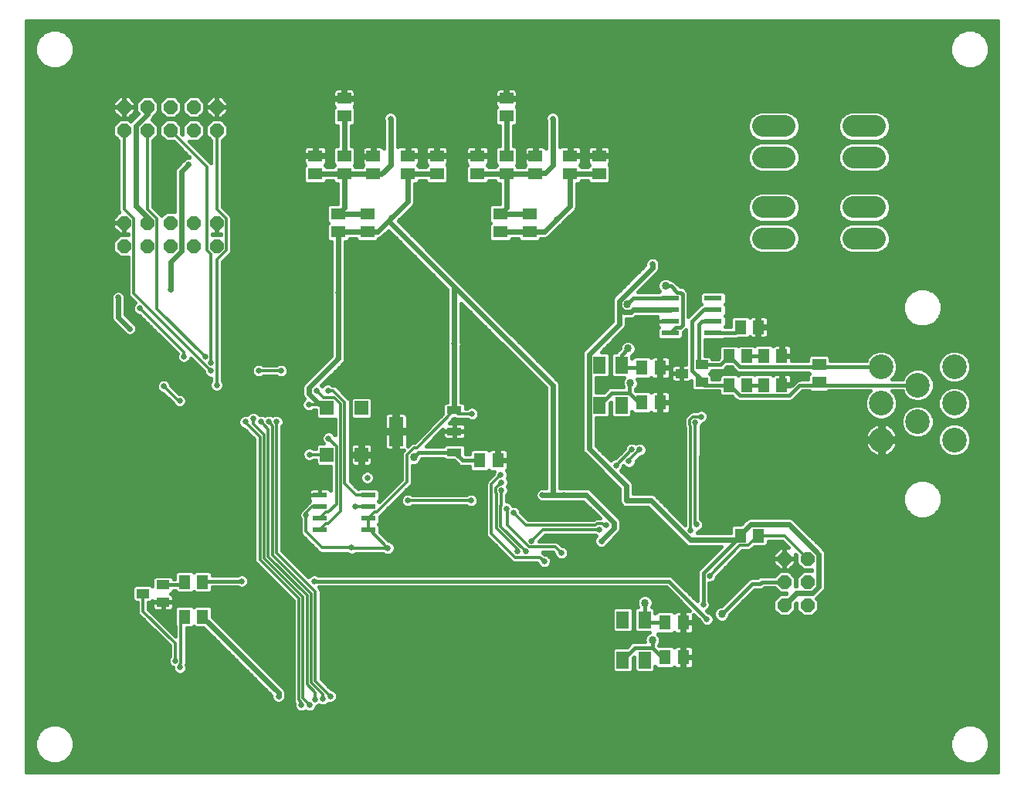
<source format=gbl>
G75*
%MOIN*%
%OFA0B0*%
%FSLAX25Y25*%
%IPPOS*%
%LPD*%
%AMOC8*
5,1,8,0,0,1.08239X$1,22.5*
%
%ADD10R,0.05118X0.06299*%
%ADD11R,0.05512X0.03937*%
%ADD12OC8,0.06000*%
%ADD13R,0.05512X0.07480*%
%ADD14R,0.05118X0.05906*%
%ADD15R,0.07800X0.02200*%
%ADD16C,0.10630*%
%ADD17R,0.05906X0.06299*%
%ADD18R,0.06300X0.02200*%
%ADD19R,0.06400X0.03500*%
%ADD20R,0.06400X0.12500*%
%ADD21C,0.09449*%
%ADD22R,0.06299X0.05118*%
%ADD23R,0.05906X0.05118*%
%ADD24C,0.02578*%
%ADD25C,0.01600*%
%ADD26C,0.02400*%
%ADD27C,0.01200*%
%ADD28C,0.03365*%
%ADD29C,0.00600*%
D10*
X0224325Y0139300D03*
X0232199Y0139300D03*
X0294325Y0164300D03*
X0302199Y0164300D03*
X0302199Y0179300D03*
X0294325Y0179300D03*
X0346825Y0184300D03*
X0354699Y0184300D03*
X0354699Y0171800D03*
X0346825Y0171800D03*
X0312199Y0069300D03*
X0304325Y0069300D03*
X0304325Y0054300D03*
X0312199Y0054300D03*
D11*
X0320093Y0173060D03*
X0320093Y0180540D03*
X0311431Y0176800D03*
X0087593Y0085540D03*
X0087593Y0078060D03*
X0078931Y0081800D03*
D12*
X0080762Y0231800D03*
X0090762Y0231800D03*
X0100762Y0231800D03*
X0110762Y0231800D03*
X0110762Y0241800D03*
X0100762Y0241800D03*
X0090762Y0241800D03*
X0080762Y0241800D03*
X0070762Y0241800D03*
X0070762Y0231800D03*
X0070762Y0281800D03*
X0080762Y0281800D03*
X0090762Y0281800D03*
X0100762Y0281800D03*
X0110762Y0281800D03*
X0110762Y0291800D03*
X0100762Y0291800D03*
X0090762Y0291800D03*
X0080762Y0291800D03*
X0070762Y0291800D03*
X0355762Y0096800D03*
X0365762Y0096800D03*
X0365762Y0086800D03*
X0365762Y0076800D03*
X0355762Y0076800D03*
X0355762Y0086800D03*
D13*
X0295486Y0070461D03*
X0286037Y0070461D03*
X0286037Y0053139D03*
X0295486Y0053139D03*
X0285486Y0163139D03*
X0276037Y0163139D03*
X0276037Y0180461D03*
X0285486Y0180461D03*
D14*
X0332022Y0184300D03*
X0339502Y0184300D03*
X0339502Y0171800D03*
X0332022Y0171800D03*
X0337022Y0196800D03*
X0344502Y0196800D03*
X0344502Y0106800D03*
X0337022Y0106800D03*
X0104502Y0086800D03*
X0097022Y0086800D03*
X0097022Y0071800D03*
X0104502Y0071800D03*
D15*
X0306462Y0194300D03*
X0306462Y0199300D03*
X0306462Y0204300D03*
X0306462Y0209300D03*
X0325062Y0209300D03*
X0325062Y0204300D03*
X0325062Y0199300D03*
X0325062Y0194300D03*
D16*
X0397612Y0179635D03*
X0413360Y0171761D03*
X0429108Y0179635D03*
X0429108Y0163887D03*
X0413360Y0156013D03*
X0429108Y0148139D03*
X0397612Y0148139D03*
X0397612Y0163887D03*
D17*
X0173242Y0161839D03*
X0158281Y0161839D03*
X0158281Y0141761D03*
X0173242Y0141761D03*
D18*
X0176162Y0124300D03*
X0176162Y0119300D03*
X0176162Y0114300D03*
X0176162Y0109300D03*
X0155362Y0109300D03*
X0155362Y0114300D03*
X0155362Y0119300D03*
X0155362Y0124300D03*
D19*
X0213362Y0142700D03*
X0213362Y0151800D03*
X0213362Y0160900D03*
D20*
X0188162Y0151800D03*
D21*
X0346510Y0235107D02*
X0355959Y0235107D01*
X0355959Y0248493D02*
X0346510Y0248493D01*
X0346510Y0270107D02*
X0355959Y0270107D01*
X0355959Y0283493D02*
X0346510Y0283493D01*
X0385565Y0283493D02*
X0395014Y0283493D01*
X0395014Y0270107D02*
X0385565Y0270107D01*
X0385565Y0248493D02*
X0395014Y0248493D01*
X0395014Y0235107D02*
X0385565Y0235107D01*
D22*
X0275762Y0262863D03*
X0275762Y0270737D03*
X0263262Y0270737D03*
X0263262Y0262863D03*
X0235762Y0262863D03*
X0235762Y0270737D03*
X0223262Y0270737D03*
X0223262Y0262863D03*
X0205762Y0262863D03*
X0205762Y0270737D03*
X0193262Y0270737D03*
X0193262Y0262863D03*
X0165762Y0262863D03*
X0165762Y0270737D03*
X0153262Y0270737D03*
X0153262Y0262863D03*
X0163262Y0245737D03*
X0163262Y0237863D03*
X0233262Y0237863D03*
X0233262Y0245737D03*
D23*
X0245762Y0245540D03*
X0245762Y0238060D03*
X0248262Y0263060D03*
X0248262Y0270540D03*
X0235762Y0288060D03*
X0235762Y0295540D03*
X0178262Y0270540D03*
X0178262Y0263060D03*
X0175762Y0245540D03*
X0175762Y0238060D03*
X0165762Y0288060D03*
X0165762Y0295540D03*
X0370762Y0180540D03*
X0370762Y0173060D03*
D24*
X0362462Y0174450D03*
X0319851Y0158100D03*
X0317362Y0155600D03*
X0293362Y0143875D03*
X0289984Y0144017D03*
X0288662Y0138897D03*
X0283124Y0137097D03*
X0293262Y0132400D03*
X0279039Y0111189D03*
X0276062Y0109389D03*
X0276762Y0104411D03*
X0259462Y0099300D03*
X0252131Y0095573D03*
X0244202Y0099862D03*
X0240682Y0099862D03*
X0246693Y0104411D03*
X0238862Y0116651D03*
X0235885Y0118451D03*
X0233652Y0126310D03*
X0233722Y0129760D03*
X0233362Y0133138D03*
X0221562Y0126000D03*
X0220551Y0122000D03*
X0220551Y0115300D03*
X0205762Y0111800D03*
X0193273Y0122000D03*
X0175762Y0131800D03*
X0170662Y0119200D03*
X0149362Y0115700D03*
X0169062Y0101500D03*
X0176383Y0090400D03*
X0184662Y0101400D03*
X0190762Y0098335D03*
X0212362Y0097900D03*
X0251362Y0124300D03*
X0260662Y0124300D03*
X0294953Y0093291D03*
X0315354Y0109108D03*
X0317843Y0111525D03*
X0323451Y0089426D03*
X0320762Y0077000D03*
X0322362Y0070600D03*
X0352162Y0102800D03*
X0235762Y0176800D03*
X0220962Y0159400D03*
X0193862Y0184500D03*
X0176662Y0192700D03*
X0163262Y0183168D03*
X0158762Y0169400D03*
X0153762Y0169300D03*
X0150462Y0163300D03*
X0136662Y0155853D03*
X0133284Y0155853D03*
X0129906Y0155853D03*
X0126528Y0157252D03*
X0123150Y0155853D03*
X0132062Y0163100D03*
X0128887Y0178025D03*
X0138480Y0178018D03*
X0110762Y0171800D03*
X0108273Y0177900D03*
X0108273Y0181420D03*
X0105784Y0183909D03*
X0096551Y0184100D03*
X0087973Y0171200D03*
X0094751Y0165000D03*
X0073251Y0196100D03*
X0077673Y0204891D03*
X0068273Y0209500D03*
X0090762Y0213060D03*
X0130762Y0251800D03*
X0098726Y0267047D03*
X0163262Y0211800D03*
X0180762Y0221800D03*
X0186162Y0243900D03*
X0240762Y0221800D03*
X0240762Y0216800D03*
X0257512Y0243350D03*
X0295762Y0266800D03*
X0255762Y0286800D03*
X0185762Y0286800D03*
X0298811Y0224000D03*
X0350762Y0211800D03*
X0213362Y0189500D03*
X0180762Y0161800D03*
X0159062Y0148800D03*
X0150762Y0141800D03*
X0150162Y0135800D03*
X0128303Y0093857D03*
X0121554Y0087108D03*
X0152951Y0087111D03*
X0161893Y0048069D03*
X0159962Y0037450D03*
X0156584Y0036253D03*
X0153206Y0036111D03*
X0150901Y0033639D03*
X0147273Y0033747D03*
X0142271Y0037009D03*
X0137462Y0037450D03*
X0094865Y0049901D03*
X0092887Y0052700D03*
D25*
X0028562Y0004600D02*
X0028562Y0329000D01*
X0447962Y0329000D01*
X0447962Y0004600D01*
X0028562Y0004600D01*
X0028562Y0004997D02*
X0447962Y0004997D01*
X0447962Y0006596D02*
X0028562Y0006596D01*
X0028562Y0008194D02*
X0447962Y0008194D01*
X0447962Y0009793D02*
X0440634Y0009793D01*
X0440520Y0009679D02*
X0442883Y0012042D01*
X0444162Y0015129D01*
X0444162Y0018471D01*
X0442883Y0021558D01*
X0440520Y0023921D01*
X0437433Y0025200D01*
X0434091Y0025200D01*
X0431004Y0023921D01*
X0428641Y0021558D01*
X0427362Y0018471D01*
X0427362Y0015129D01*
X0428641Y0012042D01*
X0431004Y0009679D01*
X0434091Y0008400D01*
X0437433Y0008400D01*
X0440520Y0009679D01*
X0442232Y0011391D02*
X0447962Y0011391D01*
X0447962Y0012990D02*
X0443276Y0012990D01*
X0443938Y0014588D02*
X0447962Y0014588D01*
X0447962Y0016187D02*
X0444162Y0016187D01*
X0444162Y0017785D02*
X0447962Y0017785D01*
X0447962Y0019384D02*
X0443784Y0019384D01*
X0443122Y0020982D02*
X0447962Y0020982D01*
X0447962Y0022581D02*
X0441861Y0022581D01*
X0439897Y0024179D02*
X0447962Y0024179D01*
X0447962Y0025778D02*
X0028562Y0025778D01*
X0028562Y0027376D02*
X0447962Y0027376D01*
X0447962Y0028975D02*
X0028562Y0028975D01*
X0028562Y0030573D02*
X0150230Y0030573D01*
X0150286Y0030550D02*
X0151515Y0030550D01*
X0152651Y0031020D01*
X0153520Y0031889D01*
X0153990Y0033025D01*
X0153990Y0033092D01*
X0154956Y0033492D01*
X0155020Y0033557D01*
X0155969Y0033164D01*
X0157198Y0033164D01*
X0158334Y0033634D01*
X0159145Y0034445D01*
X0159347Y0034361D01*
X0160576Y0034361D01*
X0161712Y0034832D01*
X0162581Y0035701D01*
X0163051Y0036836D01*
X0163051Y0038065D01*
X0162581Y0039200D01*
X0161712Y0040069D01*
X0160576Y0040539D01*
X0160267Y0040539D01*
X0155762Y0045045D01*
X0155762Y0082977D01*
X0155396Y0083859D01*
X0154745Y0084511D01*
X0304774Y0084511D01*
X0315050Y0074235D01*
X0314995Y0074250D01*
X0312678Y0074250D01*
X0312678Y0069780D01*
X0311719Y0069780D01*
X0311719Y0074250D01*
X0309403Y0074250D01*
X0308945Y0074127D01*
X0308535Y0073890D01*
X0308262Y0073617D01*
X0307629Y0074250D01*
X0301020Y0074250D01*
X0300042Y0073272D01*
X0300042Y0074947D01*
X0298988Y0076002D01*
X0298686Y0076002D01*
X0299144Y0077107D01*
X0299144Y0078493D01*
X0298614Y0079773D01*
X0297635Y0080752D01*
X0296355Y0081283D01*
X0294969Y0081283D01*
X0293689Y0080752D01*
X0292709Y0079773D01*
X0292179Y0078493D01*
X0292179Y0077107D01*
X0292637Y0076002D01*
X0291985Y0076002D01*
X0290930Y0074947D01*
X0290930Y0065976D01*
X0291985Y0064921D01*
X0297538Y0064921D01*
X0296889Y0064652D01*
X0295909Y0063673D01*
X0295379Y0062393D01*
X0295379Y0061007D01*
X0295432Y0060879D01*
X0290660Y0060879D01*
X0289705Y0060483D01*
X0287901Y0058679D01*
X0282536Y0058679D01*
X0281481Y0057624D01*
X0281481Y0048653D01*
X0282536Y0047598D01*
X0289539Y0047598D01*
X0290593Y0048653D01*
X0290593Y0054018D01*
X0290930Y0054355D01*
X0290930Y0048653D01*
X0291985Y0047598D01*
X0298988Y0047598D01*
X0300042Y0048653D01*
X0300042Y0050328D01*
X0301020Y0049350D01*
X0307629Y0049350D01*
X0308262Y0049983D01*
X0308535Y0049710D01*
X0308945Y0049473D01*
X0309403Y0049350D01*
X0311719Y0049350D01*
X0311719Y0053820D01*
X0312678Y0053820D01*
X0312678Y0049350D01*
X0314995Y0049350D01*
X0315453Y0049473D01*
X0315863Y0049710D01*
X0316198Y0050045D01*
X0316435Y0050456D01*
X0316558Y0050913D01*
X0316558Y0053820D01*
X0312678Y0053820D01*
X0312678Y0054780D01*
X0311719Y0054780D01*
X0311719Y0059250D01*
X0309403Y0059250D01*
X0308945Y0059127D01*
X0308535Y0058890D01*
X0308262Y0058617D01*
X0307629Y0059250D01*
X0301528Y0059250D01*
X0301432Y0059345D01*
X0301814Y0059727D01*
X0302344Y0061007D01*
X0302344Y0062393D01*
X0301814Y0063673D01*
X0301137Y0064350D01*
X0307629Y0064350D01*
X0308262Y0064983D01*
X0308535Y0064710D01*
X0308945Y0064473D01*
X0309403Y0064350D01*
X0311719Y0064350D01*
X0311719Y0068820D01*
X0312678Y0068820D01*
X0312678Y0064350D01*
X0314995Y0064350D01*
X0315453Y0064473D01*
X0315863Y0064710D01*
X0316198Y0065045D01*
X0316435Y0065456D01*
X0316558Y0065913D01*
X0316558Y0068820D01*
X0312678Y0068820D01*
X0312678Y0069780D01*
X0316558Y0069780D01*
X0316558Y0072687D01*
X0316543Y0072742D01*
X0319273Y0070012D01*
X0319273Y0069986D01*
X0319743Y0068850D01*
X0320612Y0067981D01*
X0321747Y0067511D01*
X0322976Y0067511D01*
X0324112Y0067981D01*
X0324981Y0068850D01*
X0325451Y0069986D01*
X0325451Y0071214D01*
X0324981Y0072350D01*
X0324112Y0073219D01*
X0322976Y0073689D01*
X0322950Y0073689D01*
X0322332Y0074307D01*
X0322512Y0074381D01*
X0323381Y0075250D01*
X0323851Y0076386D01*
X0323851Y0077614D01*
X0323381Y0078750D01*
X0323362Y0078768D01*
X0323362Y0086337D01*
X0324065Y0086337D01*
X0325201Y0086808D01*
X0326069Y0087677D01*
X0326540Y0088812D01*
X0326540Y0089121D01*
X0337666Y0100247D01*
X0340555Y0100247D01*
X0341437Y0100613D01*
X0342872Y0102047D01*
X0347807Y0102047D01*
X0348861Y0103102D01*
X0348861Y0104400D01*
X0354768Y0104400D01*
X0357568Y0101600D01*
X0355962Y0101600D01*
X0355962Y0097000D01*
X0360562Y0097000D01*
X0360562Y0098606D01*
X0360962Y0098206D01*
X0360962Y0094812D01*
X0363774Y0092000D01*
X0367562Y0092000D01*
X0367562Y0091600D01*
X0363774Y0091600D01*
X0360962Y0088788D01*
X0360962Y0085000D01*
X0360562Y0085000D01*
X0360562Y0088788D01*
X0357750Y0091600D01*
X0353774Y0091600D01*
X0351574Y0089400D01*
X0345556Y0089400D01*
X0344600Y0089004D01*
X0344096Y0088500D01*
X0341245Y0088500D01*
X0340289Y0088104D01*
X0339558Y0087373D01*
X0328568Y0076383D01*
X0328069Y0076383D01*
X0326789Y0075852D01*
X0325809Y0074873D01*
X0325279Y0073593D01*
X0325279Y0072207D01*
X0325809Y0070927D01*
X0326789Y0069948D01*
X0328069Y0069417D01*
X0329455Y0069417D01*
X0330735Y0069948D01*
X0331714Y0070927D01*
X0332244Y0072207D01*
X0332244Y0072706D01*
X0342839Y0083300D01*
X0345690Y0083300D01*
X0346646Y0083696D01*
X0347150Y0084200D01*
X0351574Y0084200D01*
X0353774Y0082000D01*
X0356719Y0082000D01*
X0356319Y0081600D01*
X0353774Y0081600D01*
X0350962Y0078788D01*
X0350962Y0074812D01*
X0353774Y0072000D01*
X0357750Y0072000D01*
X0360562Y0074812D01*
X0360562Y0077357D01*
X0360962Y0077757D01*
X0360962Y0074812D01*
X0363774Y0072000D01*
X0367750Y0072000D01*
X0370562Y0074812D01*
X0370562Y0078788D01*
X0369671Y0079679D01*
X0370293Y0080301D01*
X0372261Y0082268D01*
X0373105Y0083112D01*
X0373562Y0084215D01*
X0373562Y0099385D01*
X0373105Y0100488D01*
X0360341Y0113252D01*
X0359497Y0114096D01*
X0358394Y0114553D01*
X0340601Y0114553D01*
X0339498Y0114096D01*
X0338654Y0113252D01*
X0336955Y0111553D01*
X0333717Y0111553D01*
X0332663Y0110498D01*
X0332663Y0107887D01*
X0318192Y0107887D01*
X0318419Y0108436D01*
X0318457Y0108436D01*
X0319593Y0108906D01*
X0320461Y0109775D01*
X0320932Y0110911D01*
X0320932Y0112140D01*
X0320461Y0113275D01*
X0319593Y0114144D01*
X0319562Y0114157D01*
X0319562Y0140940D01*
X0319762Y0141423D01*
X0319762Y0153632D01*
X0319981Y0153850D01*
X0320451Y0154986D01*
X0320451Y0155011D01*
X0320465Y0155011D01*
X0321601Y0155481D01*
X0322469Y0156350D01*
X0322940Y0157486D01*
X0322940Y0158714D01*
X0322469Y0159850D01*
X0321601Y0160719D01*
X0320465Y0161189D01*
X0319236Y0161189D01*
X0318101Y0160719D01*
X0317871Y0160489D01*
X0315853Y0160489D01*
X0314971Y0160124D01*
X0314296Y0159448D01*
X0312838Y0157990D01*
X0312473Y0157108D01*
X0312473Y0154092D01*
X0312838Y0153210D01*
X0312954Y0153094D01*
X0312954Y0111382D01*
X0299793Y0124543D01*
X0298690Y0125000D01*
X0290662Y0125000D01*
X0290662Y0128788D01*
X0290205Y0129890D01*
X0285246Y0134850D01*
X0285743Y0135347D01*
X0286213Y0136482D01*
X0286213Y0136792D01*
X0286306Y0136884D01*
X0286912Y0136278D01*
X0288047Y0135808D01*
X0289276Y0135808D01*
X0290412Y0136278D01*
X0291281Y0137147D01*
X0291751Y0138282D01*
X0291751Y0138870D01*
X0293667Y0140786D01*
X0293976Y0140786D01*
X0295112Y0141256D01*
X0295981Y0142125D01*
X0296451Y0143260D01*
X0296451Y0144489D01*
X0295981Y0145625D01*
X0295112Y0146494D01*
X0293976Y0146964D01*
X0292747Y0146964D01*
X0291798Y0146571D01*
X0291734Y0146636D01*
X0290598Y0147106D01*
X0289369Y0147106D01*
X0288234Y0146636D01*
X0287365Y0145767D01*
X0286895Y0144631D01*
X0286895Y0144262D01*
X0282819Y0140186D01*
X0282510Y0140186D01*
X0281374Y0139716D01*
X0280877Y0139218D01*
X0274481Y0145614D01*
X0274481Y0157598D01*
X0279539Y0157598D01*
X0280593Y0158653D01*
X0280593Y0164018D01*
X0280930Y0164355D01*
X0280930Y0158653D01*
X0281985Y0157598D01*
X0288988Y0157598D01*
X0290042Y0158653D01*
X0290042Y0160328D01*
X0291020Y0159350D01*
X0297629Y0159350D01*
X0298262Y0159983D01*
X0298535Y0159710D01*
X0298945Y0159473D01*
X0299403Y0159350D01*
X0301719Y0159350D01*
X0301719Y0163820D01*
X0302678Y0163820D01*
X0302678Y0159350D01*
X0304995Y0159350D01*
X0305453Y0159473D01*
X0305863Y0159710D01*
X0306198Y0160045D01*
X0306435Y0160456D01*
X0306558Y0160913D01*
X0306558Y0163820D01*
X0302678Y0163820D01*
X0302678Y0164780D01*
X0301719Y0164780D01*
X0301719Y0169250D01*
X0299403Y0169250D01*
X0298945Y0169127D01*
X0298535Y0168890D01*
X0298262Y0168617D01*
X0297629Y0169250D01*
X0291528Y0169250D01*
X0291422Y0169356D01*
X0291422Y0169935D01*
X0292214Y0170727D01*
X0292744Y0172007D01*
X0292744Y0173393D01*
X0292348Y0174350D01*
X0297629Y0174350D01*
X0298262Y0174983D01*
X0298535Y0174710D01*
X0298945Y0174473D01*
X0299403Y0174350D01*
X0301719Y0174350D01*
X0301719Y0178820D01*
X0302678Y0178820D01*
X0302678Y0174350D01*
X0304995Y0174350D01*
X0305453Y0174473D01*
X0305863Y0174710D01*
X0306198Y0175045D01*
X0306435Y0175456D01*
X0306558Y0175913D01*
X0306558Y0178820D01*
X0302678Y0178820D01*
X0302678Y0179780D01*
X0301719Y0179780D01*
X0301719Y0184250D01*
X0299403Y0184250D01*
X0298945Y0184127D01*
X0298535Y0183890D01*
X0298262Y0183617D01*
X0297629Y0184250D01*
X0291020Y0184250D01*
X0290042Y0183272D01*
X0290042Y0184468D01*
X0290235Y0184548D01*
X0291214Y0185527D01*
X0291744Y0186807D01*
X0291744Y0188193D01*
X0291214Y0189473D01*
X0290235Y0190452D01*
X0288955Y0190983D01*
X0287569Y0190983D01*
X0286289Y0190452D01*
X0285309Y0189473D01*
X0284779Y0188193D01*
X0284779Y0187694D01*
X0283282Y0186197D01*
X0283201Y0186002D01*
X0281985Y0186002D01*
X0280930Y0184947D01*
X0280930Y0175976D01*
X0281985Y0174921D01*
X0286558Y0174921D01*
X0286309Y0174673D01*
X0285779Y0173393D01*
X0285779Y0172007D01*
X0286222Y0170938D01*
X0286222Y0170879D01*
X0280660Y0170879D01*
X0279705Y0170483D01*
X0278973Y0169752D01*
X0277901Y0168679D01*
X0274481Y0168679D01*
X0274481Y0174921D01*
X0279539Y0174921D01*
X0280593Y0175976D01*
X0280593Y0184947D01*
X0279539Y0186002D01*
X0276779Y0186002D01*
X0287022Y0196245D01*
X0287479Y0197348D01*
X0287479Y0200217D01*
X0290001Y0200217D01*
X0291104Y0200674D01*
X0291730Y0201300D01*
X0301003Y0201300D01*
X0300884Y0201095D01*
X0300762Y0200637D01*
X0300762Y0199300D01*
X0306462Y0199300D01*
X0300762Y0199300D01*
X0300762Y0197963D01*
X0300884Y0197505D01*
X0301121Y0197095D01*
X0301416Y0196800D01*
X0300762Y0196146D01*
X0300762Y0192454D01*
X0301816Y0191400D01*
X0311107Y0191400D01*
X0312162Y0192454D01*
X0312162Y0194491D01*
X0312414Y0194596D01*
X0313146Y0195327D01*
X0313235Y0195416D01*
X0313337Y0195518D01*
X0313337Y0180568D01*
X0311615Y0180568D01*
X0311615Y0176984D01*
X0311247Y0176984D01*
X0311247Y0176616D01*
X0306875Y0176616D01*
X0306875Y0174595D01*
X0306998Y0174137D01*
X0307235Y0173726D01*
X0307570Y0173391D01*
X0307980Y0173154D01*
X0308438Y0173031D01*
X0311247Y0173031D01*
X0311247Y0176616D01*
X0311615Y0176616D01*
X0311615Y0173031D01*
X0314424Y0173031D01*
X0314882Y0173154D01*
X0315292Y0173391D01*
X0315537Y0173636D01*
X0315537Y0170346D01*
X0316591Y0169291D01*
X0320615Y0169291D01*
X0320835Y0169200D01*
X0327663Y0169200D01*
X0327663Y0168102D01*
X0328717Y0167047D01*
X0333097Y0167047D01*
X0333331Y0166814D01*
X0333339Y0166795D01*
X0334356Y0165778D01*
X0335087Y0165046D01*
X0336043Y0164650D01*
X0358355Y0164650D01*
X0359311Y0165046D01*
X0360042Y0165778D01*
X0363425Y0169161D01*
X0366604Y0169161D01*
X0367063Y0168701D01*
X0374460Y0168701D01*
X0374920Y0169161D01*
X0392824Y0169161D01*
X0391580Y0167917D01*
X0390497Y0165302D01*
X0390497Y0162471D01*
X0391580Y0159856D01*
X0393582Y0157855D01*
X0396197Y0156772D01*
X0399027Y0156772D01*
X0401642Y0157855D01*
X0403644Y0159856D01*
X0404727Y0162471D01*
X0404727Y0165302D01*
X0403644Y0167917D01*
X0402400Y0169161D01*
X0406736Y0169161D01*
X0407328Y0167730D01*
X0409330Y0165729D01*
X0411945Y0164646D01*
X0414775Y0164646D01*
X0417391Y0165729D01*
X0419392Y0167730D01*
X0420475Y0170345D01*
X0420475Y0173176D01*
X0419392Y0175791D01*
X0417391Y0177792D01*
X0414775Y0178876D01*
X0411945Y0178876D01*
X0409330Y0177792D01*
X0407328Y0175791D01*
X0406736Y0174361D01*
X0402400Y0174361D01*
X0403644Y0175604D01*
X0404727Y0178219D01*
X0404727Y0181050D01*
X0403644Y0183665D01*
X0401642Y0185666D01*
X0399027Y0186750D01*
X0396197Y0186750D01*
X0393582Y0185666D01*
X0391580Y0183665D01*
X0390988Y0182235D01*
X0375515Y0182235D01*
X0375515Y0183845D01*
X0374460Y0184899D01*
X0367063Y0184899D01*
X0366009Y0183845D01*
X0366009Y0182235D01*
X0359058Y0182235D01*
X0359058Y0183820D01*
X0355178Y0183820D01*
X0355178Y0184780D01*
X0354219Y0184780D01*
X0354219Y0189250D01*
X0351903Y0189250D01*
X0351445Y0189127D01*
X0351035Y0188890D01*
X0350762Y0188617D01*
X0350129Y0189250D01*
X0343520Y0189250D01*
X0343065Y0188794D01*
X0342807Y0189053D01*
X0336197Y0189053D01*
X0335762Y0188617D01*
X0335326Y0189053D01*
X0328717Y0189053D01*
X0327663Y0187998D01*
X0327663Y0183618D01*
X0327185Y0183140D01*
X0324648Y0183140D01*
X0324648Y0183254D01*
X0323594Y0184309D01*
X0321662Y0184309D01*
X0321662Y0191400D01*
X0329707Y0191400D01*
X0330007Y0191700D01*
X0335039Y0191700D01*
X0335877Y0192047D01*
X0340326Y0192047D01*
X0340762Y0192483D01*
X0340838Y0192407D01*
X0341248Y0192170D01*
X0341706Y0192047D01*
X0344022Y0192047D01*
X0344022Y0196320D01*
X0344981Y0196320D01*
X0344981Y0192047D01*
X0347298Y0192047D01*
X0347756Y0192170D01*
X0348166Y0192407D01*
X0348501Y0192742D01*
X0348738Y0193152D01*
X0348861Y0193610D01*
X0348861Y0196320D01*
X0344982Y0196320D01*
X0344982Y0197280D01*
X0348861Y0197280D01*
X0348861Y0199990D01*
X0348738Y0200448D01*
X0348501Y0200858D01*
X0348166Y0201193D01*
X0347756Y0201430D01*
X0347298Y0201553D01*
X0344981Y0201553D01*
X0344981Y0197280D01*
X0344022Y0197280D01*
X0344022Y0201553D01*
X0341706Y0201553D01*
X0341248Y0201430D01*
X0340838Y0201193D01*
X0340762Y0201117D01*
X0340326Y0201553D01*
X0333717Y0201553D01*
X0332663Y0200498D01*
X0332663Y0196900D01*
X0330207Y0196900D01*
X0330762Y0197454D01*
X0330762Y0201146D01*
X0330107Y0201800D01*
X0330762Y0202454D01*
X0330762Y0206146D01*
X0330107Y0206800D01*
X0330762Y0207454D01*
X0330762Y0211146D01*
X0329707Y0212200D01*
X0320416Y0212200D01*
X0319362Y0211146D01*
X0319362Y0207454D01*
X0320016Y0206800D01*
X0319955Y0206738D01*
X0319389Y0206504D01*
X0318658Y0205773D01*
X0314362Y0201477D01*
X0314362Y0211497D01*
X0313966Y0212453D01*
X0313235Y0213184D01*
X0313146Y0213273D01*
X0312414Y0214004D01*
X0311459Y0214400D01*
X0310739Y0214400D01*
X0309066Y0216073D01*
X0308335Y0216804D01*
X0307379Y0217200D01*
X0306787Y0217200D01*
X0306435Y0217552D01*
X0305155Y0218083D01*
X0303769Y0218083D01*
X0302489Y0217552D01*
X0301509Y0216573D01*
X0300979Y0215293D01*
X0300979Y0213907D01*
X0301509Y0212627D01*
X0301937Y0212200D01*
X0301816Y0212200D01*
X0301516Y0211900D01*
X0292479Y0211900D01*
X0301355Y0220776D01*
X0301811Y0221878D01*
X0301811Y0223171D01*
X0301900Y0223386D01*
X0301900Y0224614D01*
X0301430Y0225750D01*
X0300561Y0226619D01*
X0299426Y0227089D01*
X0298197Y0227089D01*
X0297062Y0226619D01*
X0296193Y0225750D01*
X0295723Y0224614D01*
X0295723Y0223629D01*
X0281936Y0209842D01*
X0281479Y0208739D01*
X0281479Y0199187D01*
X0269782Y0187490D01*
X0268938Y0186647D01*
X0268481Y0185544D01*
X0268481Y0143774D01*
X0268938Y0142672D01*
X0269782Y0141828D01*
X0284662Y0126948D01*
X0284662Y0121403D01*
X0285119Y0120301D01*
X0285962Y0119457D01*
X0287065Y0119000D01*
X0296851Y0119000D01*
X0313507Y0102344D01*
X0314609Y0101887D01*
X0328432Y0101887D01*
X0319289Y0092744D01*
X0318558Y0092013D01*
X0318162Y0091057D01*
X0318162Y0078768D01*
X0318143Y0078750D01*
X0318069Y0078570D01*
X0307324Y0089315D01*
X0306368Y0089711D01*
X0154720Y0089711D01*
X0154701Y0089729D01*
X0153565Y0090200D01*
X0152337Y0090200D01*
X0151201Y0089729D01*
X0150364Y0088892D01*
X0139062Y0100194D01*
X0139062Y0153884D01*
X0139281Y0154103D01*
X0139751Y0155238D01*
X0139751Y0156467D01*
X0139281Y0157603D01*
X0138412Y0158471D01*
X0137276Y0158942D01*
X0136047Y0158942D01*
X0134973Y0158497D01*
X0133898Y0158942D01*
X0132669Y0158942D01*
X0131595Y0158497D01*
X0130520Y0158942D01*
X0129291Y0158942D01*
X0129189Y0158899D01*
X0129147Y0159002D01*
X0128278Y0159871D01*
X0127142Y0160341D01*
X0125914Y0160341D01*
X0124778Y0159871D01*
X0123909Y0159002D01*
X0123867Y0158899D01*
X0123764Y0158942D01*
X0122536Y0158942D01*
X0121400Y0158471D01*
X0120531Y0157603D01*
X0120061Y0156467D01*
X0120061Y0155238D01*
X0120531Y0154103D01*
X0121400Y0153234D01*
X0122536Y0152764D01*
X0122703Y0152764D01*
X0127062Y0148405D01*
X0127062Y0095740D01*
X0127427Y0094858D01*
X0128102Y0094183D01*
X0143762Y0078523D01*
X0143762Y0035355D01*
X0144127Y0034473D01*
X0144200Y0034400D01*
X0144184Y0034361D01*
X0144184Y0033133D01*
X0144654Y0031997D01*
X0145523Y0031128D01*
X0146658Y0030658D01*
X0147887Y0030658D01*
X0149023Y0031128D01*
X0149033Y0031139D01*
X0149151Y0031020D01*
X0150286Y0030550D01*
X0151571Y0030573D02*
X0447962Y0030573D01*
X0447962Y0032172D02*
X0153637Y0032172D01*
X0158469Y0033770D02*
X0447962Y0033770D01*
X0447962Y0035369D02*
X0162249Y0035369D01*
X0163051Y0036967D02*
X0447962Y0036967D01*
X0447962Y0038566D02*
X0162843Y0038566D01*
X0161482Y0040164D02*
X0447962Y0040164D01*
X0447962Y0041763D02*
X0159044Y0041763D01*
X0157445Y0043361D02*
X0447962Y0043361D01*
X0447962Y0044960D02*
X0155846Y0044960D01*
X0155762Y0046558D02*
X0447962Y0046558D01*
X0447962Y0048157D02*
X0299546Y0048157D01*
X0300042Y0049755D02*
X0300615Y0049755D01*
X0308034Y0049755D02*
X0308489Y0049755D01*
X0311719Y0049755D02*
X0312678Y0049755D01*
X0312678Y0051354D02*
X0311719Y0051354D01*
X0311719Y0052952D02*
X0312678Y0052952D01*
X0312678Y0054551D02*
X0447962Y0054551D01*
X0447962Y0056149D02*
X0316558Y0056149D01*
X0316558Y0054780D02*
X0316558Y0057687D01*
X0316435Y0058144D01*
X0316198Y0058555D01*
X0315863Y0058890D01*
X0315453Y0059127D01*
X0314995Y0059250D01*
X0312678Y0059250D01*
X0312678Y0054780D01*
X0316558Y0054780D01*
X0316558Y0052952D02*
X0447962Y0052952D01*
X0447962Y0051354D02*
X0316558Y0051354D01*
X0315908Y0049755D02*
X0447962Y0049755D01*
X0447962Y0057748D02*
X0316541Y0057748D01*
X0312678Y0057748D02*
X0311719Y0057748D01*
X0311719Y0056149D02*
X0312678Y0056149D01*
X0304325Y0054300D02*
X0302801Y0054300D01*
X0298822Y0058279D01*
X0298822Y0061560D01*
X0298862Y0061600D01*
X0298862Y0061700D01*
X0298822Y0058279D02*
X0291178Y0058279D01*
X0286037Y0053139D01*
X0281481Y0052952D02*
X0155762Y0052952D01*
X0155762Y0051354D02*
X0281481Y0051354D01*
X0281481Y0049755D02*
X0155762Y0049755D01*
X0155762Y0048157D02*
X0281977Y0048157D01*
X0281481Y0054551D02*
X0155762Y0054551D01*
X0155762Y0056149D02*
X0281481Y0056149D01*
X0281605Y0057748D02*
X0155762Y0057748D01*
X0155762Y0059346D02*
X0288568Y0059346D01*
X0289539Y0064921D02*
X0282536Y0064921D01*
X0281481Y0065976D01*
X0281481Y0074947D01*
X0282536Y0076002D01*
X0289539Y0076002D01*
X0290593Y0074947D01*
X0290593Y0065976D01*
X0289539Y0064921D01*
X0290358Y0065740D02*
X0291166Y0065740D01*
X0290930Y0067339D02*
X0290593Y0067339D01*
X0290593Y0068937D02*
X0290930Y0068937D01*
X0290930Y0070536D02*
X0290593Y0070536D01*
X0290593Y0072134D02*
X0290930Y0072134D01*
X0290930Y0073733D02*
X0290593Y0073733D01*
X0290209Y0075332D02*
X0291315Y0075332D01*
X0292253Y0076930D02*
X0155762Y0076930D01*
X0155762Y0075332D02*
X0281866Y0075332D01*
X0281481Y0073733D02*
X0155762Y0073733D01*
X0155762Y0072134D02*
X0281481Y0072134D01*
X0281481Y0070536D02*
X0155762Y0070536D01*
X0155762Y0068937D02*
X0281481Y0068937D01*
X0281481Y0067339D02*
X0155762Y0067339D01*
X0155762Y0065740D02*
X0281717Y0065740D01*
X0295442Y0062543D02*
X0155762Y0062543D01*
X0155762Y0060945D02*
X0295405Y0060945D01*
X0296379Y0064142D02*
X0155762Y0064142D01*
X0143762Y0064142D02*
X0116403Y0064142D01*
X0118001Y0062543D02*
X0143762Y0062543D01*
X0143762Y0060945D02*
X0119600Y0060945D01*
X0121198Y0059346D02*
X0143762Y0059346D01*
X0143762Y0057748D02*
X0122797Y0057748D01*
X0124395Y0056149D02*
X0143762Y0056149D01*
X0143762Y0054551D02*
X0125994Y0054551D01*
X0127592Y0052952D02*
X0143762Y0052952D01*
X0143762Y0051354D02*
X0129191Y0051354D01*
X0130789Y0049755D02*
X0143762Y0049755D01*
X0143762Y0048157D02*
X0132388Y0048157D01*
X0133986Y0046558D02*
X0143762Y0046558D01*
X0143762Y0044960D02*
X0135585Y0044960D01*
X0137183Y0043361D02*
X0143762Y0043361D01*
X0143762Y0041763D02*
X0138782Y0041763D01*
X0140005Y0040540D02*
X0108861Y0071684D01*
X0108861Y0075498D01*
X0107807Y0076553D01*
X0101197Y0076553D01*
X0100762Y0076117D01*
X0100326Y0076553D01*
X0093717Y0076553D01*
X0092663Y0075498D01*
X0092663Y0068102D01*
X0092976Y0067788D01*
X0092976Y0063480D01*
X0081331Y0075125D01*
X0081331Y0078031D01*
X0082433Y0078031D01*
X0083037Y0078636D01*
X0083037Y0078244D01*
X0087408Y0078244D01*
X0087408Y0077876D01*
X0083037Y0077876D01*
X0083037Y0075854D01*
X0083159Y0075397D01*
X0083396Y0074986D01*
X0083731Y0074651D01*
X0084142Y0074414D01*
X0084600Y0074291D01*
X0087408Y0074291D01*
X0087408Y0077876D01*
X0087777Y0077876D01*
X0087777Y0078244D01*
X0092148Y0078244D01*
X0092148Y0080265D01*
X0092026Y0080723D01*
X0091789Y0081134D01*
X0091454Y0081469D01*
X0091043Y0081706D01*
X0090797Y0081772D01*
X0091094Y0081772D01*
X0092148Y0082826D01*
X0092148Y0082940D01*
X0092824Y0082940D01*
X0093717Y0082047D01*
X0100326Y0082047D01*
X0100762Y0082483D01*
X0101197Y0082047D01*
X0107807Y0082047D01*
X0108861Y0083102D01*
X0108861Y0084508D01*
X0119785Y0084508D01*
X0119804Y0084489D01*
X0120940Y0084019D01*
X0122168Y0084019D01*
X0123304Y0084489D01*
X0124173Y0085358D01*
X0124643Y0086493D01*
X0124643Y0087722D01*
X0124173Y0088858D01*
X0123304Y0089727D01*
X0122168Y0090197D01*
X0120940Y0090197D01*
X0119804Y0089727D01*
X0119785Y0089708D01*
X0108861Y0089708D01*
X0108861Y0090498D01*
X0107807Y0091553D01*
X0101197Y0091553D01*
X0100762Y0091117D01*
X0100326Y0091553D01*
X0093717Y0091553D01*
X0092663Y0090498D01*
X0092663Y0088140D01*
X0092148Y0088140D01*
X0092148Y0088254D01*
X0091094Y0089309D01*
X0084091Y0089309D01*
X0083037Y0088254D01*
X0083037Y0084964D01*
X0082433Y0085568D01*
X0075430Y0085568D01*
X0074375Y0084514D01*
X0074375Y0079086D01*
X0075430Y0078031D01*
X0076531Y0078031D01*
X0076531Y0073653D01*
X0076896Y0072771D01*
X0090487Y0059181D01*
X0090487Y0054668D01*
X0090268Y0054450D01*
X0089798Y0053314D01*
X0089798Y0052086D01*
X0090268Y0050950D01*
X0091137Y0050081D01*
X0091776Y0049817D01*
X0091776Y0049286D01*
X0092246Y0048151D01*
X0093115Y0047282D01*
X0094251Y0046812D01*
X0095479Y0046812D01*
X0096615Y0047282D01*
X0097484Y0048151D01*
X0097954Y0049286D01*
X0097954Y0050515D01*
X0097725Y0051068D01*
X0097776Y0051192D01*
X0097776Y0067047D01*
X0100326Y0067047D01*
X0100762Y0067483D01*
X0101197Y0067047D01*
X0105012Y0067047D01*
X0134373Y0037686D01*
X0134373Y0036836D01*
X0134843Y0035701D01*
X0135712Y0034832D01*
X0136847Y0034361D01*
X0138076Y0034361D01*
X0139212Y0034832D01*
X0140081Y0035701D01*
X0140551Y0036836D01*
X0140551Y0038065D01*
X0140462Y0038280D01*
X0140462Y0039437D01*
X0140005Y0040540D01*
X0140161Y0040164D02*
X0143762Y0040164D01*
X0143762Y0038566D02*
X0140462Y0038566D01*
X0140551Y0036967D02*
X0143762Y0036967D01*
X0143762Y0035369D02*
X0139749Y0035369D01*
X0135175Y0035369D02*
X0028562Y0035369D01*
X0028562Y0036967D02*
X0134373Y0036967D01*
X0133494Y0038566D02*
X0028562Y0038566D01*
X0028562Y0040164D02*
X0131895Y0040164D01*
X0130297Y0041763D02*
X0028562Y0041763D01*
X0028562Y0043361D02*
X0128698Y0043361D01*
X0127100Y0044960D02*
X0028562Y0044960D01*
X0028562Y0046558D02*
X0125501Y0046558D01*
X0123902Y0048157D02*
X0097486Y0048157D01*
X0097954Y0049755D02*
X0122304Y0049755D01*
X0120705Y0051354D02*
X0097776Y0051354D01*
X0097776Y0052952D02*
X0119107Y0052952D01*
X0117508Y0054551D02*
X0097776Y0054551D01*
X0097776Y0056149D02*
X0115910Y0056149D01*
X0114311Y0057748D02*
X0097776Y0057748D01*
X0097776Y0059346D02*
X0112713Y0059346D01*
X0111114Y0060945D02*
X0097776Y0060945D01*
X0097776Y0062543D02*
X0109516Y0062543D01*
X0107917Y0064142D02*
X0097776Y0064142D01*
X0097776Y0065740D02*
X0106319Y0065740D01*
X0100906Y0067339D02*
X0100618Y0067339D01*
X0092976Y0067339D02*
X0089117Y0067339D01*
X0090715Y0065740D02*
X0092976Y0065740D01*
X0092976Y0064142D02*
X0092314Y0064142D01*
X0088723Y0060945D02*
X0028562Y0060945D01*
X0028562Y0062543D02*
X0087124Y0062543D01*
X0085526Y0064142D02*
X0028562Y0064142D01*
X0028562Y0065740D02*
X0083927Y0065740D01*
X0082329Y0067339D02*
X0028562Y0067339D01*
X0028562Y0068937D02*
X0080730Y0068937D01*
X0079132Y0070536D02*
X0028562Y0070536D01*
X0028562Y0072134D02*
X0077533Y0072134D01*
X0076531Y0073733D02*
X0028562Y0073733D01*
X0028562Y0075332D02*
X0076531Y0075332D01*
X0076531Y0076930D02*
X0028562Y0076930D01*
X0028562Y0078529D02*
X0074933Y0078529D01*
X0074375Y0080127D02*
X0028562Y0080127D01*
X0028562Y0081726D02*
X0074375Y0081726D01*
X0074375Y0083324D02*
X0028562Y0083324D01*
X0028562Y0084923D02*
X0074784Y0084923D01*
X0083037Y0086521D02*
X0028562Y0086521D01*
X0028562Y0088120D02*
X0083037Y0088120D01*
X0087593Y0085540D02*
X0095762Y0085540D01*
X0097022Y0086800D01*
X0092663Y0089718D02*
X0028562Y0089718D01*
X0028562Y0091317D02*
X0093481Y0091317D01*
X0100562Y0091317D02*
X0100961Y0091317D01*
X0104810Y0087108D02*
X0121554Y0087108D01*
X0123737Y0084923D02*
X0137363Y0084923D01*
X0135764Y0086521D02*
X0124643Y0086521D01*
X0124478Y0088120D02*
X0134166Y0088120D01*
X0132567Y0089718D02*
X0123312Y0089718D01*
X0119796Y0089718D02*
X0108861Y0089718D01*
X0108043Y0091317D02*
X0130969Y0091317D01*
X0129370Y0092915D02*
X0028562Y0092915D01*
X0028562Y0094514D02*
X0127772Y0094514D01*
X0127062Y0096112D02*
X0028562Y0096112D01*
X0028562Y0097711D02*
X0127062Y0097711D01*
X0127062Y0099309D02*
X0028562Y0099309D01*
X0028562Y0100908D02*
X0127062Y0100908D01*
X0127062Y0102506D02*
X0028562Y0102506D01*
X0028562Y0104105D02*
X0127062Y0104105D01*
X0127062Y0105703D02*
X0028562Y0105703D01*
X0028562Y0107302D02*
X0127062Y0107302D01*
X0127062Y0108900D02*
X0028562Y0108900D01*
X0028562Y0110499D02*
X0127062Y0110499D01*
X0127062Y0112097D02*
X0028562Y0112097D01*
X0028562Y0113696D02*
X0127062Y0113696D01*
X0127062Y0115294D02*
X0028562Y0115294D01*
X0028562Y0116893D02*
X0127062Y0116893D01*
X0127062Y0118491D02*
X0028562Y0118491D01*
X0028562Y0120090D02*
X0127062Y0120090D01*
X0127062Y0121688D02*
X0028562Y0121688D01*
X0028562Y0123287D02*
X0127062Y0123287D01*
X0127062Y0124885D02*
X0028562Y0124885D01*
X0028562Y0126484D02*
X0127062Y0126484D01*
X0127062Y0128082D02*
X0028562Y0128082D01*
X0028562Y0129681D02*
X0127062Y0129681D01*
X0127062Y0131279D02*
X0028562Y0131279D01*
X0028562Y0132878D02*
X0127062Y0132878D01*
X0127062Y0134476D02*
X0028562Y0134476D01*
X0028562Y0136075D02*
X0127062Y0136075D01*
X0127062Y0137673D02*
X0028562Y0137673D01*
X0028562Y0139272D02*
X0127062Y0139272D01*
X0127062Y0140870D02*
X0028562Y0140870D01*
X0028562Y0142469D02*
X0127062Y0142469D01*
X0127062Y0144068D02*
X0028562Y0144068D01*
X0028562Y0145666D02*
X0127062Y0145666D01*
X0127062Y0147265D02*
X0028562Y0147265D01*
X0028562Y0148863D02*
X0126604Y0148863D01*
X0125005Y0150462D02*
X0028562Y0150462D01*
X0028562Y0152060D02*
X0123407Y0152060D01*
X0120976Y0153659D02*
X0028562Y0153659D01*
X0028562Y0155257D02*
X0120061Y0155257D01*
X0120222Y0156856D02*
X0028562Y0156856D01*
X0028562Y0158454D02*
X0121383Y0158454D01*
X0125217Y0160053D02*
X0028562Y0160053D01*
X0028562Y0161651D02*
X0147801Y0161651D01*
X0147843Y0161550D02*
X0148712Y0160681D01*
X0149847Y0160211D01*
X0151076Y0160211D01*
X0152212Y0160681D01*
X0152430Y0160900D01*
X0153529Y0160900D01*
X0153529Y0157944D01*
X0154583Y0156890D01*
X0161834Y0156890D01*
X0161834Y0150179D01*
X0161681Y0150550D01*
X0160812Y0151419D01*
X0159676Y0151889D01*
X0158447Y0151889D01*
X0157312Y0151419D01*
X0156443Y0150550D01*
X0155973Y0149414D01*
X0155973Y0148186D01*
X0156443Y0147050D01*
X0156783Y0146710D01*
X0154583Y0146710D01*
X0153529Y0145656D01*
X0153529Y0144200D01*
X0152730Y0144200D01*
X0152512Y0144419D01*
X0151376Y0144889D01*
X0150147Y0144889D01*
X0149012Y0144419D01*
X0148143Y0143550D01*
X0147673Y0142414D01*
X0147673Y0141186D01*
X0148143Y0140050D01*
X0149012Y0139181D01*
X0150147Y0138711D01*
X0151376Y0138711D01*
X0152512Y0139181D01*
X0152730Y0139400D01*
X0153529Y0139400D01*
X0153529Y0137865D01*
X0154583Y0136811D01*
X0160034Y0136811D01*
X0160034Y0126363D01*
X0159952Y0126505D01*
X0159617Y0126840D01*
X0159207Y0127077D01*
X0158749Y0127200D01*
X0155362Y0127200D01*
X0155362Y0124300D01*
X0155362Y0124300D01*
X0155362Y0127200D01*
X0151975Y0127200D01*
X0151517Y0127077D01*
X0151107Y0126840D01*
X0150771Y0126505D01*
X0150534Y0126095D01*
X0150412Y0125637D01*
X0150412Y0124300D01*
X0155362Y0124300D01*
X0150412Y0124300D01*
X0150412Y0122963D01*
X0150534Y0122505D01*
X0150771Y0122095D01*
X0151066Y0121800D01*
X0150412Y0121146D01*
X0150412Y0121044D01*
X0150027Y0120659D01*
X0147739Y0118371D01*
X0147612Y0118319D01*
X0146743Y0117450D01*
X0146273Y0116314D01*
X0146273Y0115086D01*
X0146743Y0113950D01*
X0146962Y0113732D01*
X0146962Y0108023D01*
X0147327Y0107141D01*
X0148002Y0106465D01*
X0155002Y0099465D01*
X0155884Y0099100D01*
X0167093Y0099100D01*
X0167312Y0098881D01*
X0168447Y0098411D01*
X0169676Y0098411D01*
X0170812Y0098881D01*
X0170930Y0099000D01*
X0182693Y0099000D01*
X0182912Y0098781D01*
X0184047Y0098311D01*
X0185276Y0098311D01*
X0186412Y0098781D01*
X0187281Y0099650D01*
X0187751Y0100786D01*
X0187751Y0102014D01*
X0187281Y0103150D01*
X0186412Y0104019D01*
X0185276Y0104489D01*
X0184967Y0104489D01*
X0181112Y0108344D01*
X0181112Y0111146D01*
X0180457Y0111800D01*
X0181112Y0112454D01*
X0181112Y0114942D01*
X0181168Y0114965D01*
X0194239Y0128036D01*
X0194914Y0128711D01*
X0195279Y0129593D01*
X0195279Y0137017D01*
X0196455Y0137017D01*
X0197735Y0137548D01*
X0198714Y0138527D01*
X0199244Y0139807D01*
X0199244Y0140100D01*
X0208466Y0140100D01*
X0209416Y0139150D01*
X0213235Y0139150D01*
X0214558Y0137827D01*
X0215289Y0137096D01*
X0216245Y0136700D01*
X0219966Y0136700D01*
X0219966Y0135405D01*
X0221020Y0134350D01*
X0227629Y0134350D01*
X0228262Y0134983D01*
X0228535Y0134710D01*
X0228945Y0134473D01*
X0229403Y0134350D01*
X0230521Y0134350D01*
X0230273Y0133752D01*
X0230273Y0133225D01*
X0228003Y0130956D01*
X0227328Y0130280D01*
X0226963Y0129398D01*
X0226963Y0107184D01*
X0227328Y0106302D01*
X0228003Y0105627D01*
X0238291Y0095339D01*
X0239173Y0094973D01*
X0249042Y0094973D01*
X0249042Y0094959D01*
X0249512Y0093823D01*
X0250381Y0092955D01*
X0251516Y0092484D01*
X0252745Y0092484D01*
X0253881Y0092955D01*
X0254750Y0093823D01*
X0255220Y0094959D01*
X0255220Y0096188D01*
X0254750Y0097323D01*
X0253881Y0098192D01*
X0252745Y0098662D01*
X0252436Y0098662D01*
X0252365Y0098733D01*
X0251690Y0099408D01*
X0251415Y0099522D01*
X0255846Y0099522D01*
X0256373Y0098995D01*
X0256373Y0098686D01*
X0256843Y0097550D01*
X0257712Y0096681D01*
X0258847Y0096211D01*
X0260076Y0096211D01*
X0261212Y0096681D01*
X0262081Y0097550D01*
X0262551Y0098686D01*
X0262551Y0099914D01*
X0262081Y0101050D01*
X0261212Y0101919D01*
X0260076Y0102389D01*
X0259767Y0102389D01*
X0258874Y0103282D01*
X0258199Y0103957D01*
X0257317Y0104322D01*
X0249998Y0104322D01*
X0252665Y0106989D01*
X0274093Y0106989D01*
X0274312Y0106770D01*
X0274619Y0106643D01*
X0274219Y0106243D01*
X0274214Y0106232D01*
X0274143Y0106161D01*
X0273673Y0105025D01*
X0273673Y0103797D01*
X0274143Y0102661D01*
X0275012Y0101792D01*
X0276147Y0101322D01*
X0277376Y0101322D01*
X0278512Y0101792D01*
X0279381Y0102661D01*
X0279563Y0103102D01*
X0284671Y0108210D01*
X0285128Y0109313D01*
X0285128Y0113065D01*
X0284671Y0114168D01*
X0272840Y0125999D01*
X0271996Y0126843D01*
X0270893Y0127300D01*
X0261491Y0127300D01*
X0261276Y0127389D01*
X0260047Y0127389D01*
X0259833Y0127300D01*
X0258762Y0127300D01*
X0258762Y0172397D01*
X0258305Y0173499D01*
X0215061Y0216743D01*
X0189154Y0242650D01*
X0195805Y0249301D01*
X0196262Y0250403D01*
X0196262Y0258504D01*
X0197157Y0258504D01*
X0198211Y0259558D01*
X0198211Y0259863D01*
X0200812Y0259863D01*
X0200812Y0259558D01*
X0201867Y0258504D01*
X0209657Y0258504D01*
X0210711Y0259558D01*
X0210711Y0266168D01*
X0210079Y0266800D01*
X0210352Y0267073D01*
X0210589Y0267483D01*
X0210711Y0267941D01*
X0210711Y0270257D01*
X0206241Y0270257D01*
X0206241Y0271217D01*
X0205282Y0271217D01*
X0205282Y0275096D01*
X0202375Y0275096D01*
X0201917Y0274973D01*
X0201507Y0274736D01*
X0201172Y0274401D01*
X0200935Y0273991D01*
X0200812Y0273533D01*
X0200812Y0271217D01*
X0205282Y0271217D01*
X0205282Y0270257D01*
X0200812Y0270257D01*
X0200812Y0267941D01*
X0200935Y0267483D01*
X0201172Y0267073D01*
X0201445Y0266800D01*
X0200812Y0266168D01*
X0200812Y0265863D01*
X0198211Y0265863D01*
X0198211Y0266168D01*
X0197579Y0266800D01*
X0197852Y0267073D01*
X0198089Y0267483D01*
X0198211Y0267941D01*
X0198211Y0270257D01*
X0193741Y0270257D01*
X0193741Y0271217D01*
X0192782Y0271217D01*
X0192782Y0275096D01*
X0189875Y0275096D01*
X0189417Y0274973D01*
X0189007Y0274736D01*
X0188762Y0274491D01*
X0188762Y0285971D01*
X0188851Y0286186D01*
X0188851Y0287414D01*
X0188381Y0288550D01*
X0187512Y0289419D01*
X0186376Y0289889D01*
X0185147Y0289889D01*
X0184012Y0289419D01*
X0183143Y0288550D01*
X0182673Y0287414D01*
X0182673Y0286186D01*
X0182762Y0285971D01*
X0182762Y0274019D01*
X0182655Y0274204D01*
X0182320Y0274540D01*
X0181909Y0274777D01*
X0181452Y0274899D01*
X0178741Y0274899D01*
X0178741Y0271020D01*
X0177782Y0271020D01*
X0177782Y0274899D01*
X0175072Y0274899D01*
X0174614Y0274777D01*
X0174204Y0274540D01*
X0173869Y0274204D01*
X0173632Y0273794D01*
X0173509Y0273336D01*
X0173509Y0271020D01*
X0177782Y0271020D01*
X0177782Y0270061D01*
X0173509Y0270061D01*
X0173509Y0267744D01*
X0173632Y0267286D01*
X0173869Y0266876D01*
X0173945Y0266800D01*
X0173509Y0266364D01*
X0173509Y0266060D01*
X0170711Y0266060D01*
X0170711Y0266168D01*
X0170079Y0266800D01*
X0170711Y0267432D01*
X0170711Y0274042D01*
X0169657Y0275096D01*
X0168762Y0275096D01*
X0168762Y0283701D01*
X0169460Y0283701D01*
X0170515Y0284755D01*
X0170515Y0291364D01*
X0170079Y0291800D01*
X0170155Y0291876D01*
X0170392Y0292286D01*
X0170515Y0292744D01*
X0170515Y0295061D01*
X0166241Y0295061D01*
X0166241Y0296020D01*
X0165282Y0296020D01*
X0165282Y0299899D01*
X0162572Y0299899D01*
X0162114Y0299777D01*
X0161704Y0299540D01*
X0161369Y0299204D01*
X0161132Y0298794D01*
X0161009Y0298336D01*
X0161009Y0296020D01*
X0165282Y0296020D01*
X0165282Y0295061D01*
X0161009Y0295061D01*
X0161009Y0292744D01*
X0161132Y0292286D01*
X0161369Y0291876D01*
X0161445Y0291800D01*
X0161009Y0291364D01*
X0161009Y0284755D01*
X0162063Y0283701D01*
X0162762Y0283701D01*
X0162762Y0275096D01*
X0161867Y0275096D01*
X0160812Y0274042D01*
X0160812Y0267432D01*
X0161445Y0266800D01*
X0160812Y0266168D01*
X0160812Y0265863D01*
X0158211Y0265863D01*
X0158211Y0266168D01*
X0157579Y0266800D01*
X0157852Y0267073D01*
X0158089Y0267483D01*
X0158211Y0267941D01*
X0158211Y0270257D01*
X0153741Y0270257D01*
X0153741Y0271217D01*
X0152782Y0271217D01*
X0152782Y0275096D01*
X0149875Y0275096D01*
X0149417Y0274973D01*
X0149007Y0274736D01*
X0148672Y0274401D01*
X0148435Y0273991D01*
X0148312Y0273533D01*
X0148312Y0271217D01*
X0152782Y0271217D01*
X0152782Y0270257D01*
X0148312Y0270257D01*
X0148312Y0267941D01*
X0148435Y0267483D01*
X0148672Y0267073D01*
X0148945Y0266800D01*
X0148312Y0266168D01*
X0148312Y0259558D01*
X0149367Y0258504D01*
X0157157Y0258504D01*
X0158211Y0259558D01*
X0158211Y0259863D01*
X0160812Y0259863D01*
X0160812Y0259558D01*
X0161867Y0258504D01*
X0162762Y0258504D01*
X0162762Y0250096D01*
X0159367Y0250096D01*
X0158312Y0249042D01*
X0158312Y0242432D01*
X0158945Y0241800D01*
X0158312Y0241168D01*
X0158312Y0234558D01*
X0159367Y0233504D01*
X0160262Y0233504D01*
X0160262Y0212629D01*
X0160173Y0212414D01*
X0160173Y0211186D01*
X0160262Y0210971D01*
X0160262Y0184411D01*
X0148130Y0172279D01*
X0147673Y0171176D01*
X0147673Y0167424D01*
X0148130Y0166321D01*
X0148622Y0165829D01*
X0147843Y0165050D01*
X0147373Y0163914D01*
X0147373Y0162686D01*
X0147843Y0161550D01*
X0147373Y0163250D02*
X0097369Y0163250D01*
X0097840Y0164386D01*
X0097840Y0165614D01*
X0097369Y0166750D01*
X0096501Y0167619D01*
X0095365Y0168089D01*
X0094478Y0168089D01*
X0091062Y0171505D01*
X0091062Y0171814D01*
X0090592Y0172950D01*
X0089723Y0173819D01*
X0088587Y0174289D01*
X0087358Y0174289D01*
X0086223Y0173819D01*
X0085354Y0172950D01*
X0084884Y0171814D01*
X0084884Y0170586D01*
X0085354Y0169450D01*
X0086223Y0168581D01*
X0087358Y0168111D01*
X0087668Y0168111D01*
X0091852Y0163927D01*
X0092132Y0163250D01*
X0093001Y0162381D01*
X0094136Y0161911D01*
X0095365Y0161911D01*
X0096501Y0162381D01*
X0097369Y0163250D01*
X0097840Y0164848D02*
X0147760Y0164848D01*
X0148078Y0166447D02*
X0097495Y0166447D01*
X0095471Y0168045D02*
X0147673Y0168045D01*
X0147673Y0169644D02*
X0112974Y0169644D01*
X0113381Y0170050D02*
X0113851Y0171186D01*
X0113851Y0172414D01*
X0113381Y0173550D01*
X0113162Y0173768D01*
X0113162Y0224866D01*
X0116321Y0228026D01*
X0116996Y0228701D01*
X0117362Y0229583D01*
X0117362Y0244017D01*
X0116996Y0244899D01*
X0116321Y0245574D01*
X0113162Y0248734D01*
X0113162Y0277412D01*
X0115562Y0279812D01*
X0115562Y0283788D01*
X0112750Y0286600D01*
X0108774Y0286600D01*
X0105962Y0283788D01*
X0105962Y0279812D01*
X0108362Y0277412D01*
X0108362Y0267594D01*
X0107921Y0268035D01*
X0098956Y0277000D01*
X0102750Y0277000D01*
X0105562Y0279812D01*
X0105562Y0283788D01*
X0102750Y0286600D01*
X0098774Y0286600D01*
X0095962Y0283788D01*
X0095962Y0279994D01*
X0095562Y0280394D01*
X0095562Y0283788D01*
X0092750Y0286600D01*
X0088774Y0286600D01*
X0085962Y0283788D01*
X0085962Y0279812D01*
X0088774Y0277000D01*
X0092168Y0277000D01*
X0099031Y0270136D01*
X0098112Y0270136D01*
X0096977Y0269666D01*
X0096108Y0268797D01*
X0096019Y0268582D01*
X0093862Y0266426D01*
X0093019Y0265582D01*
X0092562Y0264479D01*
X0092562Y0246600D01*
X0088774Y0246600D01*
X0087019Y0244845D01*
X0086996Y0244899D01*
X0086321Y0245574D01*
X0083162Y0248734D01*
X0083162Y0277412D01*
X0085562Y0279812D01*
X0085562Y0283788D01*
X0082883Y0286467D01*
X0083305Y0286889D01*
X0083762Y0287991D01*
X0083762Y0288012D01*
X0085562Y0289812D01*
X0085562Y0293788D01*
X0082750Y0296600D01*
X0078774Y0296600D01*
X0075962Y0293788D01*
X0075962Y0289812D01*
X0076852Y0288921D01*
X0074262Y0286332D01*
X0073640Y0285710D01*
X0072750Y0286600D01*
X0068774Y0286600D01*
X0065962Y0283788D01*
X0065962Y0279812D01*
X0068362Y0277412D01*
X0068362Y0247262D01*
X0068676Y0246503D01*
X0065962Y0243788D01*
X0065962Y0242000D01*
X0070562Y0242000D01*
X0070562Y0241600D01*
X0070962Y0241600D01*
X0070962Y0237000D01*
X0072562Y0237000D01*
X0072562Y0236600D01*
X0068774Y0236600D01*
X0065962Y0233788D01*
X0065962Y0229812D01*
X0068774Y0227000D01*
X0072562Y0227000D01*
X0072562Y0210734D01*
X0072927Y0209852D01*
X0073602Y0209176D01*
X0075596Y0207182D01*
X0075054Y0206640D01*
X0074584Y0205505D01*
X0074584Y0204276D01*
X0075054Y0203141D01*
X0075923Y0202272D01*
X0077058Y0201802D01*
X0077368Y0201802D01*
X0093753Y0185417D01*
X0093462Y0184714D01*
X0093462Y0183486D01*
X0093932Y0182350D01*
X0094801Y0181481D01*
X0095936Y0181011D01*
X0097165Y0181011D01*
X0098301Y0181481D01*
X0099169Y0182350D01*
X0099538Y0183240D01*
X0105184Y0177595D01*
X0105184Y0177286D01*
X0105654Y0176150D01*
X0106523Y0175281D01*
X0107658Y0174811D01*
X0108362Y0174811D01*
X0108362Y0173768D01*
X0108143Y0173550D01*
X0107673Y0172414D01*
X0107673Y0171186D01*
X0108143Y0170050D01*
X0109012Y0169181D01*
X0110147Y0168711D01*
X0111376Y0168711D01*
X0112512Y0169181D01*
X0113381Y0170050D01*
X0113851Y0171242D02*
X0147700Y0171242D01*
X0148691Y0172841D02*
X0113674Y0172841D01*
X0113162Y0174439D02*
X0150290Y0174439D01*
X0151888Y0176038D02*
X0140868Y0176038D01*
X0141098Y0176268D02*
X0141568Y0177403D01*
X0141568Y0178632D01*
X0141098Y0179767D01*
X0140229Y0180636D01*
X0139094Y0181107D01*
X0137865Y0181107D01*
X0136730Y0180636D01*
X0136511Y0180418D01*
X0130862Y0180418D01*
X0130637Y0180644D01*
X0129501Y0181114D01*
X0128272Y0181114D01*
X0127137Y0180644D01*
X0126268Y0179775D01*
X0125798Y0178639D01*
X0125798Y0177411D01*
X0126268Y0176275D01*
X0127137Y0175406D01*
X0128272Y0174936D01*
X0129501Y0174936D01*
X0130637Y0175406D01*
X0130848Y0175618D01*
X0136511Y0175618D01*
X0136730Y0175399D01*
X0137865Y0174929D01*
X0139094Y0174929D01*
X0140229Y0175399D01*
X0141098Y0176268D01*
X0141568Y0177636D02*
X0153487Y0177636D01*
X0155085Y0179235D02*
X0141319Y0179235D01*
X0139754Y0180833D02*
X0156684Y0180833D01*
X0158282Y0182432D02*
X0113162Y0182432D01*
X0113162Y0184030D02*
X0159881Y0184030D01*
X0160262Y0185629D02*
X0113162Y0185629D01*
X0113162Y0187227D02*
X0160262Y0187227D01*
X0160262Y0188826D02*
X0113162Y0188826D01*
X0113162Y0190424D02*
X0160262Y0190424D01*
X0160262Y0192023D02*
X0113162Y0192023D01*
X0113162Y0193621D02*
X0160262Y0193621D01*
X0160262Y0195220D02*
X0113162Y0195220D01*
X0113162Y0196818D02*
X0160262Y0196818D01*
X0160262Y0198417D02*
X0113162Y0198417D01*
X0113162Y0200015D02*
X0160262Y0200015D01*
X0160262Y0201614D02*
X0113162Y0201614D01*
X0113162Y0203212D02*
X0160262Y0203212D01*
X0160262Y0204811D02*
X0113162Y0204811D01*
X0113162Y0206409D02*
X0160262Y0206409D01*
X0160262Y0208008D02*
X0113162Y0208008D01*
X0113162Y0209606D02*
X0160262Y0209606D01*
X0160173Y0211205D02*
X0113162Y0211205D01*
X0113162Y0212803D02*
X0160262Y0212803D01*
X0160262Y0214402D02*
X0113162Y0214402D01*
X0113162Y0216001D02*
X0160262Y0216001D01*
X0160262Y0217599D02*
X0113162Y0217599D01*
X0113162Y0219198D02*
X0160262Y0219198D01*
X0160262Y0220796D02*
X0113162Y0220796D01*
X0113162Y0222395D02*
X0160262Y0222395D01*
X0160262Y0223993D02*
X0113162Y0223993D01*
X0113887Y0225592D02*
X0160262Y0225592D01*
X0160262Y0227190D02*
X0115486Y0227190D01*
X0117033Y0228789D02*
X0160262Y0228789D01*
X0160262Y0230387D02*
X0117362Y0230387D01*
X0117362Y0231986D02*
X0160262Y0231986D01*
X0159286Y0233584D02*
X0117362Y0233584D01*
X0117362Y0235183D02*
X0158312Y0235183D01*
X0158312Y0236781D02*
X0117362Y0236781D01*
X0117362Y0238380D02*
X0158312Y0238380D01*
X0158312Y0239978D02*
X0117362Y0239978D01*
X0117362Y0241577D02*
X0158721Y0241577D01*
X0158312Y0243175D02*
X0117362Y0243175D01*
X0117048Y0244774D02*
X0158312Y0244774D01*
X0158312Y0246372D02*
X0115523Y0246372D01*
X0113925Y0247971D02*
X0158312Y0247971D01*
X0158840Y0249569D02*
X0113162Y0249569D01*
X0113162Y0251168D02*
X0162762Y0251168D01*
X0162762Y0252766D02*
X0113162Y0252766D01*
X0113162Y0254365D02*
X0162762Y0254365D01*
X0162762Y0255963D02*
X0113162Y0255963D01*
X0113162Y0257562D02*
X0162762Y0257562D01*
X0161210Y0259160D02*
X0157813Y0259160D01*
X0157898Y0267153D02*
X0161092Y0267153D01*
X0160812Y0268751D02*
X0158211Y0268751D01*
X0158211Y0271217D02*
X0158211Y0273533D01*
X0158089Y0273991D01*
X0157852Y0274401D01*
X0157517Y0274736D01*
X0157106Y0274973D01*
X0156648Y0275096D01*
X0153741Y0275096D01*
X0153741Y0271217D01*
X0158211Y0271217D01*
X0158211Y0271948D02*
X0160812Y0271948D01*
X0160812Y0270350D02*
X0153741Y0270350D01*
X0152782Y0270350D02*
X0113162Y0270350D01*
X0113162Y0271948D02*
X0148312Y0271948D01*
X0148316Y0273547D02*
X0113162Y0273547D01*
X0113162Y0275145D02*
X0162762Y0275145D01*
X0162762Y0276744D02*
X0113162Y0276744D01*
X0114092Y0278342D02*
X0162762Y0278342D01*
X0162762Y0279941D02*
X0115562Y0279941D01*
X0115562Y0281539D02*
X0162762Y0281539D01*
X0162762Y0283138D02*
X0115562Y0283138D01*
X0114614Y0284737D02*
X0161028Y0284737D01*
X0161009Y0286335D02*
X0113015Y0286335D01*
X0112750Y0287000D02*
X0115562Y0289812D01*
X0115562Y0291600D01*
X0110962Y0291600D01*
X0110962Y0292000D01*
X0115562Y0292000D01*
X0115562Y0293788D01*
X0112750Y0296600D01*
X0110962Y0296600D01*
X0110962Y0292000D01*
X0110562Y0292000D01*
X0110562Y0296600D01*
X0108774Y0296600D01*
X0105962Y0293788D01*
X0105962Y0292000D01*
X0110562Y0292000D01*
X0110562Y0291600D01*
X0110962Y0291600D01*
X0110962Y0287000D01*
X0112750Y0287000D01*
X0113684Y0287934D02*
X0161009Y0287934D01*
X0161009Y0289532D02*
X0115282Y0289532D01*
X0115562Y0291131D02*
X0161009Y0291131D01*
X0161013Y0292729D02*
X0115562Y0292729D01*
X0115022Y0294328D02*
X0161009Y0294328D01*
X0161009Y0297525D02*
X0028562Y0297525D01*
X0028562Y0299123D02*
X0161322Y0299123D01*
X0165282Y0299123D02*
X0166241Y0299123D01*
X0166241Y0299899D02*
X0166241Y0296020D01*
X0170515Y0296020D01*
X0170515Y0298336D01*
X0170392Y0298794D01*
X0170155Y0299204D01*
X0169820Y0299540D01*
X0169409Y0299777D01*
X0168952Y0299899D01*
X0166241Y0299899D01*
X0166241Y0297525D02*
X0165282Y0297525D01*
X0165282Y0295926D02*
X0113424Y0295926D01*
X0110962Y0295926D02*
X0110562Y0295926D01*
X0110562Y0294328D02*
X0110962Y0294328D01*
X0110962Y0292729D02*
X0110562Y0292729D01*
X0110562Y0291600D02*
X0105962Y0291600D01*
X0105962Y0289812D01*
X0108774Y0287000D01*
X0110562Y0287000D01*
X0110562Y0291600D01*
X0110562Y0291131D02*
X0110962Y0291131D01*
X0110962Y0289532D02*
X0110562Y0289532D01*
X0110562Y0287934D02*
X0110962Y0287934D01*
X0108509Y0286335D02*
X0103015Y0286335D01*
X0102750Y0287000D02*
X0105562Y0289812D01*
X0105562Y0293788D01*
X0102750Y0296600D01*
X0098774Y0296600D01*
X0095962Y0293788D01*
X0095962Y0289812D01*
X0098774Y0287000D01*
X0102750Y0287000D01*
X0103684Y0287934D02*
X0107840Y0287934D01*
X0106242Y0289532D02*
X0105282Y0289532D01*
X0105562Y0291131D02*
X0105962Y0291131D01*
X0105962Y0292729D02*
X0105562Y0292729D01*
X0105022Y0294328D02*
X0106501Y0294328D01*
X0108100Y0295926D02*
X0103424Y0295926D01*
X0098100Y0295926D02*
X0093424Y0295926D01*
X0092750Y0296600D02*
X0088774Y0296600D01*
X0085962Y0293788D01*
X0085962Y0289812D01*
X0088774Y0287000D01*
X0092750Y0287000D01*
X0095562Y0289812D01*
X0095562Y0293788D01*
X0092750Y0296600D01*
X0095022Y0294328D02*
X0096501Y0294328D01*
X0095962Y0292729D02*
X0095562Y0292729D01*
X0095562Y0291131D02*
X0095962Y0291131D01*
X0096242Y0289532D02*
X0095282Y0289532D01*
X0093684Y0287934D02*
X0097840Y0287934D01*
X0098509Y0286335D02*
X0093015Y0286335D01*
X0094614Y0284737D02*
X0096910Y0284737D01*
X0095962Y0283138D02*
X0095562Y0283138D01*
X0095562Y0281539D02*
X0095962Y0281539D01*
X0099212Y0276744D02*
X0108362Y0276744D01*
X0108362Y0275145D02*
X0100810Y0275145D01*
X0102409Y0273547D02*
X0108362Y0273547D01*
X0108362Y0271948D02*
X0104007Y0271948D01*
X0105606Y0270350D02*
X0108362Y0270350D01*
X0108362Y0268751D02*
X0107205Y0268751D01*
X0113162Y0268751D02*
X0148312Y0268751D01*
X0148626Y0267153D02*
X0113162Y0267153D01*
X0113162Y0265554D02*
X0148312Y0265554D01*
X0148312Y0263956D02*
X0113162Y0263956D01*
X0113162Y0262357D02*
X0148312Y0262357D01*
X0148312Y0260759D02*
X0113162Y0260759D01*
X0113162Y0259160D02*
X0148710Y0259160D01*
X0152782Y0271948D02*
X0153741Y0271948D01*
X0153741Y0273547D02*
X0152782Y0273547D01*
X0158208Y0273547D02*
X0160812Y0273547D01*
X0168762Y0275145D02*
X0182762Y0275145D01*
X0182762Y0276744D02*
X0168762Y0276744D01*
X0168762Y0278342D02*
X0182762Y0278342D01*
X0182762Y0279941D02*
X0168762Y0279941D01*
X0168762Y0281539D02*
X0182762Y0281539D01*
X0182762Y0283138D02*
X0168762Y0283138D01*
X0170496Y0284737D02*
X0182762Y0284737D01*
X0182673Y0286335D02*
X0170515Y0286335D01*
X0170515Y0287934D02*
X0182888Y0287934D01*
X0184286Y0289532D02*
X0170515Y0289532D01*
X0170515Y0291131D02*
X0231009Y0291131D01*
X0231009Y0291364D02*
X0231009Y0284755D01*
X0232063Y0283701D01*
X0232762Y0283701D01*
X0232762Y0275096D01*
X0231867Y0275096D01*
X0230812Y0274042D01*
X0230812Y0267432D01*
X0231445Y0266800D01*
X0230812Y0266168D01*
X0230812Y0265863D01*
X0228211Y0265863D01*
X0228211Y0266168D01*
X0227579Y0266800D01*
X0227852Y0267073D01*
X0228089Y0267483D01*
X0228211Y0267941D01*
X0228211Y0270257D01*
X0223741Y0270257D01*
X0223741Y0271217D01*
X0222782Y0271217D01*
X0222782Y0275096D01*
X0219875Y0275096D01*
X0219417Y0274973D01*
X0219007Y0274736D01*
X0218672Y0274401D01*
X0218435Y0273991D01*
X0218312Y0273533D01*
X0218312Y0271217D01*
X0222782Y0271217D01*
X0222782Y0270257D01*
X0218312Y0270257D01*
X0218312Y0267941D01*
X0218435Y0267483D01*
X0218672Y0267073D01*
X0218945Y0266800D01*
X0218312Y0266168D01*
X0218312Y0259558D01*
X0219367Y0258504D01*
X0227157Y0258504D01*
X0228211Y0259558D01*
X0228211Y0259863D01*
X0230812Y0259863D01*
X0230812Y0259558D01*
X0231867Y0258504D01*
X0232762Y0258504D01*
X0232762Y0250096D01*
X0229367Y0250096D01*
X0228312Y0249042D01*
X0228312Y0242432D01*
X0228945Y0241800D01*
X0228312Y0241168D01*
X0228312Y0234558D01*
X0229367Y0233504D01*
X0237157Y0233504D01*
X0238211Y0234558D01*
X0238211Y0234863D01*
X0241009Y0234863D01*
X0241009Y0234755D01*
X0242063Y0233701D01*
X0249460Y0233701D01*
X0250515Y0234755D01*
X0250515Y0235060D01*
X0252818Y0235060D01*
X0253921Y0235517D01*
X0259047Y0240642D01*
X0259262Y0240731D01*
X0260131Y0241600D01*
X0260219Y0241815D01*
X0265805Y0247401D01*
X0266262Y0248503D01*
X0266262Y0258504D01*
X0267157Y0258504D01*
X0268211Y0259558D01*
X0268211Y0259863D01*
X0270812Y0259863D01*
X0270812Y0259558D01*
X0271867Y0258504D01*
X0279657Y0258504D01*
X0280711Y0259558D01*
X0280711Y0266168D01*
X0280079Y0266800D01*
X0280352Y0267073D01*
X0280589Y0267483D01*
X0280711Y0267941D01*
X0280711Y0270257D01*
X0276241Y0270257D01*
X0276241Y0271217D01*
X0275282Y0271217D01*
X0275282Y0275096D01*
X0272375Y0275096D01*
X0271917Y0274973D01*
X0271507Y0274736D01*
X0271172Y0274401D01*
X0270935Y0273991D01*
X0270812Y0273533D01*
X0270812Y0271217D01*
X0275282Y0271217D01*
X0275282Y0270257D01*
X0270812Y0270257D01*
X0270812Y0267941D01*
X0270935Y0267483D01*
X0271172Y0267073D01*
X0271445Y0266800D01*
X0270812Y0266168D01*
X0270812Y0265863D01*
X0268211Y0265863D01*
X0268211Y0266168D01*
X0267579Y0266800D01*
X0267852Y0267073D01*
X0268089Y0267483D01*
X0268211Y0267941D01*
X0268211Y0270257D01*
X0263741Y0270257D01*
X0263741Y0271217D01*
X0262782Y0271217D01*
X0262782Y0275096D01*
X0259875Y0275096D01*
X0259417Y0274973D01*
X0259007Y0274736D01*
X0258762Y0274491D01*
X0258762Y0285971D01*
X0258851Y0286186D01*
X0258851Y0287414D01*
X0258381Y0288550D01*
X0257512Y0289419D01*
X0256376Y0289889D01*
X0255147Y0289889D01*
X0254012Y0289419D01*
X0253143Y0288550D01*
X0252673Y0287414D01*
X0252673Y0286186D01*
X0252762Y0285971D01*
X0252762Y0274019D01*
X0252655Y0274204D01*
X0252320Y0274540D01*
X0251909Y0274777D01*
X0251452Y0274899D01*
X0248741Y0274899D01*
X0248741Y0271020D01*
X0247782Y0271020D01*
X0247782Y0274899D01*
X0245072Y0274899D01*
X0244614Y0274777D01*
X0244204Y0274540D01*
X0243869Y0274204D01*
X0243632Y0273794D01*
X0243509Y0273336D01*
X0243509Y0271020D01*
X0247782Y0271020D01*
X0247782Y0270061D01*
X0243509Y0270061D01*
X0243509Y0267744D01*
X0243632Y0267286D01*
X0243869Y0266876D01*
X0243945Y0266800D01*
X0243509Y0266364D01*
X0243509Y0266060D01*
X0240711Y0266060D01*
X0240711Y0266168D01*
X0240079Y0266800D01*
X0240711Y0267432D01*
X0240711Y0274042D01*
X0239657Y0275096D01*
X0238762Y0275096D01*
X0238762Y0283701D01*
X0239460Y0283701D01*
X0240515Y0284755D01*
X0240515Y0291364D01*
X0240079Y0291800D01*
X0240155Y0291876D01*
X0240392Y0292286D01*
X0240515Y0292744D01*
X0240515Y0295061D01*
X0236241Y0295061D01*
X0236241Y0296020D01*
X0235282Y0296020D01*
X0235282Y0299899D01*
X0232572Y0299899D01*
X0232114Y0299777D01*
X0231704Y0299540D01*
X0231369Y0299204D01*
X0231132Y0298794D01*
X0231009Y0298336D01*
X0231009Y0296020D01*
X0235282Y0296020D01*
X0235282Y0295061D01*
X0231009Y0295061D01*
X0231009Y0292744D01*
X0231132Y0292286D01*
X0231369Y0291876D01*
X0231445Y0291800D01*
X0231009Y0291364D01*
X0231013Y0292729D02*
X0170511Y0292729D01*
X0170515Y0294328D02*
X0231009Y0294328D01*
X0231009Y0297525D02*
X0170515Y0297525D01*
X0170202Y0299123D02*
X0231322Y0299123D01*
X0235282Y0299123D02*
X0236241Y0299123D01*
X0236241Y0299899D02*
X0236241Y0296020D01*
X0240515Y0296020D01*
X0240515Y0298336D01*
X0240392Y0298794D01*
X0240155Y0299204D01*
X0239820Y0299540D01*
X0239409Y0299777D01*
X0238952Y0299899D01*
X0236241Y0299899D01*
X0236241Y0297525D02*
X0235282Y0297525D01*
X0235282Y0295926D02*
X0166241Y0295926D01*
X0187238Y0289532D02*
X0231009Y0289532D01*
X0231009Y0287934D02*
X0188636Y0287934D01*
X0188851Y0286335D02*
X0231009Y0286335D01*
X0231028Y0284737D02*
X0188762Y0284737D01*
X0188762Y0283138D02*
X0232762Y0283138D01*
X0232762Y0281539D02*
X0188762Y0281539D01*
X0188762Y0279941D02*
X0232762Y0279941D01*
X0232762Y0278342D02*
X0188762Y0278342D01*
X0188762Y0276744D02*
X0232762Y0276744D01*
X0232762Y0275145D02*
X0188762Y0275145D01*
X0192782Y0273547D02*
X0193741Y0273547D01*
X0193741Y0275096D02*
X0193741Y0271217D01*
X0198211Y0271217D01*
X0198211Y0273533D01*
X0198089Y0273991D01*
X0197852Y0274401D01*
X0197517Y0274736D01*
X0197106Y0274973D01*
X0196648Y0275096D01*
X0193741Y0275096D01*
X0193741Y0271948D02*
X0192782Y0271948D01*
X0193741Y0270350D02*
X0205282Y0270350D01*
X0206241Y0270350D02*
X0222782Y0270350D01*
X0223741Y0270350D02*
X0230812Y0270350D01*
X0230812Y0271948D02*
X0228211Y0271948D01*
X0228211Y0271217D02*
X0228211Y0273533D01*
X0228089Y0273991D01*
X0227852Y0274401D01*
X0227517Y0274736D01*
X0227106Y0274973D01*
X0226648Y0275096D01*
X0223741Y0275096D01*
X0223741Y0271217D01*
X0228211Y0271217D01*
X0228208Y0273547D02*
X0230812Y0273547D01*
X0230812Y0268751D02*
X0228211Y0268751D01*
X0227898Y0267153D02*
X0231092Y0267153D01*
X0231210Y0259160D02*
X0227813Y0259160D01*
X0218710Y0259160D02*
X0210313Y0259160D01*
X0210711Y0260759D02*
X0218312Y0260759D01*
X0218312Y0262357D02*
X0210711Y0262357D01*
X0210711Y0263956D02*
X0218312Y0263956D01*
X0218312Y0265554D02*
X0210711Y0265554D01*
X0210398Y0267153D02*
X0218626Y0267153D01*
X0218312Y0268751D02*
X0210711Y0268751D01*
X0210711Y0271217D02*
X0210711Y0273533D01*
X0210589Y0273991D01*
X0210352Y0274401D01*
X0210017Y0274736D01*
X0209606Y0274973D01*
X0209148Y0275096D01*
X0206241Y0275096D01*
X0206241Y0271217D01*
X0210711Y0271217D01*
X0210711Y0271948D02*
X0218312Y0271948D01*
X0218316Y0273547D02*
X0210708Y0273547D01*
X0206241Y0273547D02*
X0205282Y0273547D01*
X0205282Y0271948D02*
X0206241Y0271948D01*
X0200812Y0271948D02*
X0198211Y0271948D01*
X0198208Y0273547D02*
X0200816Y0273547D01*
X0200812Y0268751D02*
X0198211Y0268751D01*
X0197898Y0267153D02*
X0201126Y0267153D01*
X0201210Y0259160D02*
X0197813Y0259160D01*
X0196262Y0257562D02*
X0232762Y0257562D01*
X0232762Y0255963D02*
X0196262Y0255963D01*
X0196262Y0254365D02*
X0232762Y0254365D01*
X0232762Y0252766D02*
X0196262Y0252766D01*
X0196262Y0251168D02*
X0232762Y0251168D01*
X0228840Y0249569D02*
X0195916Y0249569D01*
X0194475Y0247971D02*
X0228312Y0247971D01*
X0228312Y0246372D02*
X0192877Y0246372D01*
X0191278Y0244774D02*
X0228312Y0244774D01*
X0228312Y0243175D02*
X0189680Y0243175D01*
X0190228Y0241577D02*
X0228721Y0241577D01*
X0228312Y0239978D02*
X0191826Y0239978D01*
X0193425Y0238380D02*
X0228312Y0238380D01*
X0228312Y0236781D02*
X0195023Y0236781D01*
X0196622Y0235183D02*
X0228312Y0235183D01*
X0229286Y0233584D02*
X0198220Y0233584D01*
X0199819Y0231986D02*
X0340741Y0231986D01*
X0340979Y0231411D02*
X0342814Y0229576D01*
X0345212Y0228583D01*
X0357256Y0228583D01*
X0359654Y0229576D01*
X0361490Y0231411D01*
X0362483Y0233809D01*
X0362483Y0236405D01*
X0361490Y0238803D01*
X0359654Y0240638D01*
X0357256Y0241631D01*
X0345212Y0241631D01*
X0342814Y0240638D01*
X0340979Y0238803D01*
X0339985Y0236405D01*
X0339985Y0233809D01*
X0340979Y0231411D01*
X0342003Y0230387D02*
X0201417Y0230387D01*
X0203016Y0228789D02*
X0344715Y0228789D01*
X0340079Y0233584D02*
X0237237Y0233584D01*
X0253115Y0235183D02*
X0339985Y0235183D01*
X0340141Y0236781D02*
X0255186Y0236781D01*
X0256784Y0238380D02*
X0340803Y0238380D01*
X0342154Y0239978D02*
X0258383Y0239978D01*
X0260107Y0241577D02*
X0345080Y0241577D01*
X0345212Y0241969D02*
X0357256Y0241969D01*
X0359654Y0242962D01*
X0361490Y0244797D01*
X0362483Y0247195D01*
X0362483Y0249791D01*
X0361490Y0252189D01*
X0359654Y0254024D01*
X0357256Y0255017D01*
X0345212Y0255017D01*
X0342814Y0254024D01*
X0340979Y0252189D01*
X0339985Y0249791D01*
X0339985Y0247195D01*
X0340979Y0244797D01*
X0342814Y0242962D01*
X0345212Y0241969D01*
X0342601Y0243175D02*
X0261580Y0243175D01*
X0263178Y0244774D02*
X0341002Y0244774D01*
X0340326Y0246372D02*
X0264777Y0246372D01*
X0266041Y0247971D02*
X0339985Y0247971D01*
X0339985Y0249569D02*
X0266262Y0249569D01*
X0266262Y0251168D02*
X0340556Y0251168D01*
X0341556Y0252766D02*
X0266262Y0252766D01*
X0266262Y0254365D02*
X0343637Y0254365D01*
X0345212Y0263583D02*
X0357256Y0263583D01*
X0359654Y0264576D01*
X0361490Y0266411D01*
X0362483Y0268809D01*
X0362483Y0271405D01*
X0361490Y0273803D01*
X0359654Y0275638D01*
X0357256Y0276631D01*
X0345212Y0276631D01*
X0342814Y0275638D01*
X0340979Y0273803D01*
X0339985Y0271405D01*
X0339985Y0268809D01*
X0340979Y0266411D01*
X0342814Y0264576D01*
X0345212Y0263583D01*
X0344311Y0263956D02*
X0280711Y0263956D01*
X0280711Y0265554D02*
X0341836Y0265554D01*
X0340672Y0267153D02*
X0280398Y0267153D01*
X0280711Y0268751D02*
X0340009Y0268751D01*
X0339985Y0270350D02*
X0276241Y0270350D01*
X0276241Y0271217D02*
X0280711Y0271217D01*
X0280711Y0273533D01*
X0280589Y0273991D01*
X0280352Y0274401D01*
X0280017Y0274736D01*
X0279606Y0274973D01*
X0279148Y0275096D01*
X0276241Y0275096D01*
X0276241Y0271217D01*
X0276241Y0271948D02*
X0275282Y0271948D01*
X0275282Y0270350D02*
X0263741Y0270350D01*
X0263741Y0271217D02*
X0268211Y0271217D01*
X0268211Y0273533D01*
X0268089Y0273991D01*
X0267852Y0274401D01*
X0267517Y0274736D01*
X0267106Y0274973D01*
X0266648Y0275096D01*
X0263741Y0275096D01*
X0263741Y0271217D01*
X0263741Y0271948D02*
X0262782Y0271948D01*
X0262782Y0273547D02*
X0263741Y0273547D01*
X0268208Y0273547D02*
X0270816Y0273547D01*
X0270812Y0271948D02*
X0268211Y0271948D01*
X0268211Y0268751D02*
X0270812Y0268751D01*
X0271126Y0267153D02*
X0267898Y0267153D01*
X0267813Y0259160D02*
X0271210Y0259160D01*
X0266262Y0257562D02*
X0447962Y0257562D01*
X0447962Y0259160D02*
X0280313Y0259160D01*
X0280711Y0260759D02*
X0447962Y0260759D01*
X0447962Y0262357D02*
X0280711Y0262357D01*
X0280711Y0271948D02*
X0340211Y0271948D01*
X0340873Y0273547D02*
X0280708Y0273547D01*
X0276241Y0273547D02*
X0275282Y0273547D01*
X0258762Y0275145D02*
X0342321Y0275145D01*
X0342814Y0277962D02*
X0345212Y0276969D01*
X0357256Y0276969D01*
X0359654Y0277962D01*
X0361490Y0279797D01*
X0362483Y0282195D01*
X0362483Y0284791D01*
X0361490Y0287189D01*
X0359654Y0289024D01*
X0357256Y0290017D01*
X0345212Y0290017D01*
X0342814Y0289024D01*
X0340979Y0287189D01*
X0339985Y0284791D01*
X0339985Y0282195D01*
X0340979Y0279797D01*
X0342814Y0277962D01*
X0342433Y0278342D02*
X0258762Y0278342D01*
X0258762Y0276744D02*
X0447962Y0276744D01*
X0447962Y0278342D02*
X0399090Y0278342D01*
X0398710Y0277962D02*
X0400545Y0279797D01*
X0401538Y0282195D01*
X0401538Y0284791D01*
X0400545Y0287189D01*
X0398710Y0289024D01*
X0396312Y0290017D01*
X0384267Y0290017D01*
X0381869Y0289024D01*
X0380034Y0287189D01*
X0379041Y0284791D01*
X0379041Y0282195D01*
X0380034Y0279797D01*
X0381869Y0277962D01*
X0384267Y0276969D01*
X0396312Y0276969D01*
X0398710Y0277962D01*
X0398710Y0275638D02*
X0396312Y0276631D01*
X0384267Y0276631D01*
X0381869Y0275638D01*
X0380034Y0273803D01*
X0379041Y0271405D01*
X0379041Y0268809D01*
X0380034Y0266411D01*
X0381869Y0264576D01*
X0384267Y0263583D01*
X0396312Y0263583D01*
X0398710Y0264576D01*
X0400545Y0266411D01*
X0401538Y0268809D01*
X0401538Y0271405D01*
X0400545Y0273803D01*
X0398710Y0275638D01*
X0399202Y0275145D02*
X0447962Y0275145D01*
X0447962Y0273547D02*
X0400651Y0273547D01*
X0401313Y0271948D02*
X0447962Y0271948D01*
X0447962Y0270350D02*
X0401538Y0270350D01*
X0401514Y0268751D02*
X0447962Y0268751D01*
X0447962Y0267153D02*
X0400852Y0267153D01*
X0399688Y0265554D02*
X0447962Y0265554D01*
X0447962Y0263956D02*
X0397212Y0263956D01*
X0396312Y0255017D02*
X0398710Y0254024D01*
X0400545Y0252189D01*
X0401538Y0249791D01*
X0401538Y0247195D01*
X0400545Y0244797D01*
X0398710Y0242962D01*
X0396312Y0241969D01*
X0384267Y0241969D01*
X0381869Y0242962D01*
X0380034Y0244797D01*
X0379041Y0247195D01*
X0379041Y0249791D01*
X0380034Y0252189D01*
X0381869Y0254024D01*
X0384267Y0255017D01*
X0396312Y0255017D01*
X0397887Y0254365D02*
X0447962Y0254365D01*
X0447962Y0255963D02*
X0266262Y0255963D01*
X0247782Y0270350D02*
X0240711Y0270350D01*
X0240711Y0271948D02*
X0243509Y0271948D01*
X0243566Y0273547D02*
X0240711Y0273547D01*
X0238762Y0275145D02*
X0252762Y0275145D01*
X0252762Y0276744D02*
X0238762Y0276744D01*
X0238762Y0278342D02*
X0252762Y0278342D01*
X0252762Y0279941D02*
X0238762Y0279941D01*
X0238762Y0281539D02*
X0252762Y0281539D01*
X0252762Y0283138D02*
X0238762Y0283138D01*
X0240496Y0284737D02*
X0252762Y0284737D01*
X0252673Y0286335D02*
X0240515Y0286335D01*
X0240515Y0287934D02*
X0252888Y0287934D01*
X0254286Y0289532D02*
X0240515Y0289532D01*
X0240515Y0291131D02*
X0447962Y0291131D01*
X0447962Y0292729D02*
X0240511Y0292729D01*
X0240515Y0294328D02*
X0447962Y0294328D01*
X0447962Y0295926D02*
X0236241Y0295926D01*
X0240515Y0297525D02*
X0447962Y0297525D01*
X0447962Y0299123D02*
X0240202Y0299123D01*
X0257238Y0289532D02*
X0344041Y0289532D01*
X0341724Y0287934D02*
X0258636Y0287934D01*
X0258851Y0286335D02*
X0340625Y0286335D01*
X0339985Y0284737D02*
X0258762Y0284737D01*
X0258762Y0283138D02*
X0339985Y0283138D01*
X0340257Y0281539D02*
X0258762Y0281539D01*
X0258762Y0279941D02*
X0340919Y0279941D01*
X0360035Y0278342D02*
X0381488Y0278342D01*
X0379974Y0279941D02*
X0361549Y0279941D01*
X0362211Y0281539D02*
X0379312Y0281539D01*
X0379041Y0283138D02*
X0362483Y0283138D01*
X0362483Y0284737D02*
X0379041Y0284737D01*
X0379680Y0286335D02*
X0361843Y0286335D01*
X0360745Y0287934D02*
X0380779Y0287934D01*
X0383096Y0289532D02*
X0358428Y0289532D01*
X0360147Y0275145D02*
X0381376Y0275145D01*
X0379928Y0273547D02*
X0361596Y0273547D01*
X0362258Y0271948D02*
X0379266Y0271948D01*
X0379041Y0270350D02*
X0362483Y0270350D01*
X0362459Y0268751D02*
X0379065Y0268751D01*
X0379727Y0267153D02*
X0361797Y0267153D01*
X0360633Y0265554D02*
X0380891Y0265554D01*
X0383366Y0263956D02*
X0358157Y0263956D01*
X0358832Y0254365D02*
X0382692Y0254365D01*
X0380611Y0252766D02*
X0360912Y0252766D01*
X0361913Y0251168D02*
X0379611Y0251168D01*
X0379041Y0249569D02*
X0362483Y0249569D01*
X0362483Y0247971D02*
X0379041Y0247971D01*
X0379381Y0246372D02*
X0362142Y0246372D01*
X0361466Y0244774D02*
X0380057Y0244774D01*
X0381656Y0243175D02*
X0359868Y0243175D01*
X0357389Y0241577D02*
X0384135Y0241577D01*
X0384267Y0241631D02*
X0381869Y0240638D01*
X0380034Y0238803D01*
X0379041Y0236405D01*
X0379041Y0233809D01*
X0380034Y0231411D01*
X0381869Y0229576D01*
X0384267Y0228583D01*
X0396312Y0228583D01*
X0398710Y0229576D01*
X0400545Y0231411D01*
X0401538Y0233809D01*
X0401538Y0236405D01*
X0400545Y0238803D01*
X0398710Y0240638D01*
X0396312Y0241631D01*
X0384267Y0241631D01*
X0381209Y0239978D02*
X0360314Y0239978D01*
X0361665Y0238380D02*
X0379859Y0238380D01*
X0379196Y0236781D02*
X0362327Y0236781D01*
X0362483Y0235183D02*
X0379041Y0235183D01*
X0379134Y0233584D02*
X0362390Y0233584D01*
X0361728Y0231986D02*
X0379796Y0231986D01*
X0381058Y0230387D02*
X0360466Y0230387D01*
X0357754Y0228789D02*
X0383770Y0228789D01*
X0396809Y0228789D02*
X0447962Y0228789D01*
X0447962Y0230387D02*
X0399521Y0230387D01*
X0400783Y0231986D02*
X0447962Y0231986D01*
X0447962Y0233584D02*
X0401445Y0233584D01*
X0401538Y0235183D02*
X0447962Y0235183D01*
X0447962Y0236781D02*
X0401382Y0236781D01*
X0400720Y0238380D02*
X0447962Y0238380D01*
X0447962Y0239978D02*
X0399370Y0239978D01*
X0398923Y0243175D02*
X0447962Y0243175D01*
X0447962Y0241577D02*
X0396444Y0241577D01*
X0400521Y0244774D02*
X0447962Y0244774D01*
X0447962Y0246372D02*
X0401197Y0246372D01*
X0401538Y0247971D02*
X0447962Y0247971D01*
X0447962Y0249569D02*
X0401538Y0249569D01*
X0400968Y0251168D02*
X0447962Y0251168D01*
X0447962Y0252766D02*
X0399967Y0252766D01*
X0400604Y0279941D02*
X0447962Y0279941D01*
X0447962Y0281539D02*
X0401267Y0281539D01*
X0401538Y0283138D02*
X0447962Y0283138D01*
X0447962Y0284737D02*
X0401538Y0284737D01*
X0400899Y0286335D02*
X0447962Y0286335D01*
X0447962Y0287934D02*
X0399800Y0287934D01*
X0397483Y0289532D02*
X0447962Y0289532D01*
X0447962Y0300722D02*
X0028562Y0300722D01*
X0028562Y0302320D02*
X0447962Y0302320D01*
X0447962Y0303919D02*
X0028562Y0303919D01*
X0028562Y0305517D02*
X0447962Y0305517D01*
X0447962Y0307116D02*
X0028562Y0307116D01*
X0028562Y0308714D02*
X0038332Y0308714D01*
X0039091Y0308400D02*
X0042433Y0308400D01*
X0045520Y0309679D01*
X0047883Y0312042D01*
X0049162Y0315129D01*
X0049162Y0318471D01*
X0047883Y0321558D01*
X0045520Y0323921D01*
X0042433Y0325200D01*
X0039091Y0325200D01*
X0036004Y0323921D01*
X0033641Y0321558D01*
X0032362Y0318471D01*
X0032362Y0315129D01*
X0033641Y0312042D01*
X0036004Y0309679D01*
X0039091Y0308400D01*
X0043191Y0308714D02*
X0433332Y0308714D01*
X0434091Y0308400D02*
X0437433Y0308400D01*
X0440520Y0309679D01*
X0442883Y0312042D01*
X0444162Y0315129D01*
X0444162Y0318471D01*
X0442883Y0321558D01*
X0440520Y0323921D01*
X0437433Y0325200D01*
X0434091Y0325200D01*
X0431004Y0323921D01*
X0428641Y0321558D01*
X0427362Y0318471D01*
X0427362Y0315129D01*
X0428641Y0312042D01*
X0431004Y0309679D01*
X0434091Y0308400D01*
X0438191Y0308714D02*
X0447962Y0308714D01*
X0447962Y0310313D02*
X0441154Y0310313D01*
X0442752Y0311911D02*
X0447962Y0311911D01*
X0447962Y0313510D02*
X0443491Y0313510D01*
X0444153Y0315108D02*
X0447962Y0315108D01*
X0447962Y0316707D02*
X0444162Y0316707D01*
X0444162Y0318305D02*
X0447962Y0318305D01*
X0447962Y0319904D02*
X0443568Y0319904D01*
X0442906Y0321502D02*
X0447962Y0321502D01*
X0447962Y0323101D02*
X0441340Y0323101D01*
X0438641Y0324699D02*
X0447962Y0324699D01*
X0447962Y0326298D02*
X0028562Y0326298D01*
X0028562Y0327896D02*
X0447962Y0327896D01*
X0432882Y0324699D02*
X0043641Y0324699D01*
X0046340Y0323101D02*
X0430183Y0323101D01*
X0428617Y0321502D02*
X0047906Y0321502D01*
X0048568Y0319904D02*
X0427955Y0319904D01*
X0427362Y0318305D02*
X0049162Y0318305D01*
X0049162Y0316707D02*
X0427362Y0316707D01*
X0427370Y0315108D02*
X0049153Y0315108D01*
X0048491Y0313510D02*
X0428033Y0313510D01*
X0428771Y0311911D02*
X0047752Y0311911D01*
X0046154Y0310313D02*
X0430370Y0310313D01*
X0447962Y0227190D02*
X0204614Y0227190D01*
X0206213Y0225592D02*
X0296127Y0225592D01*
X0295723Y0223993D02*
X0207811Y0223993D01*
X0209410Y0222395D02*
X0294488Y0222395D01*
X0292890Y0220796D02*
X0211008Y0220796D01*
X0212607Y0219198D02*
X0291291Y0219198D01*
X0289693Y0217599D02*
X0214205Y0217599D01*
X0215061Y0216743D02*
X0215061Y0216743D01*
X0215804Y0216001D02*
X0288094Y0216001D01*
X0286496Y0214402D02*
X0217402Y0214402D01*
X0219001Y0212803D02*
X0284897Y0212803D01*
X0283299Y0211205D02*
X0220599Y0211205D01*
X0222198Y0209606D02*
X0281838Y0209606D01*
X0281479Y0208008D02*
X0223796Y0208008D01*
X0225395Y0206409D02*
X0281479Y0206409D01*
X0281479Y0204811D02*
X0226994Y0204811D01*
X0228592Y0203212D02*
X0281479Y0203212D01*
X0281479Y0201614D02*
X0230191Y0201614D01*
X0231789Y0200015D02*
X0281479Y0200015D01*
X0280709Y0198417D02*
X0233388Y0198417D01*
X0234986Y0196818D02*
X0279110Y0196818D01*
X0277512Y0195220D02*
X0236585Y0195220D01*
X0238183Y0193621D02*
X0275913Y0193621D01*
X0274315Y0192023D02*
X0239782Y0192023D01*
X0241380Y0190424D02*
X0272716Y0190424D01*
X0271118Y0188826D02*
X0242979Y0188826D01*
X0244577Y0187227D02*
X0269519Y0187227D01*
X0268517Y0185629D02*
X0246176Y0185629D01*
X0247774Y0184030D02*
X0268481Y0184030D01*
X0268481Y0182432D02*
X0249373Y0182432D01*
X0250971Y0180833D02*
X0268481Y0180833D01*
X0268481Y0179235D02*
X0252570Y0179235D01*
X0254168Y0177636D02*
X0268481Y0177636D01*
X0268481Y0176038D02*
X0255767Y0176038D01*
X0257365Y0174439D02*
X0268481Y0174439D01*
X0268481Y0172841D02*
X0258578Y0172841D01*
X0258762Y0171242D02*
X0268481Y0171242D01*
X0268481Y0169644D02*
X0258762Y0169644D01*
X0258762Y0168045D02*
X0268481Y0168045D01*
X0268481Y0166447D02*
X0258762Y0166447D01*
X0258762Y0164848D02*
X0268481Y0164848D01*
X0268481Y0163250D02*
X0258762Y0163250D01*
X0258762Y0161651D02*
X0268481Y0161651D01*
X0268481Y0160053D02*
X0258762Y0160053D01*
X0258762Y0158454D02*
X0268481Y0158454D01*
X0268481Y0156856D02*
X0258762Y0156856D01*
X0258762Y0155257D02*
X0268481Y0155257D01*
X0268481Y0153659D02*
X0258762Y0153659D01*
X0258762Y0152060D02*
X0268481Y0152060D01*
X0268481Y0150462D02*
X0258762Y0150462D01*
X0258762Y0148863D02*
X0268481Y0148863D01*
X0268481Y0147265D02*
X0258762Y0147265D01*
X0258762Y0145666D02*
X0268481Y0145666D01*
X0268481Y0144068D02*
X0258762Y0144068D01*
X0258762Y0142469D02*
X0269141Y0142469D01*
X0270739Y0140870D02*
X0258762Y0140870D01*
X0258762Y0139272D02*
X0272338Y0139272D01*
X0273936Y0137673D02*
X0258762Y0137673D01*
X0258762Y0136075D02*
X0275535Y0136075D01*
X0277133Y0134476D02*
X0258762Y0134476D01*
X0258762Y0132878D02*
X0278732Y0132878D01*
X0280331Y0131279D02*
X0258762Y0131279D01*
X0258762Y0129681D02*
X0281929Y0129681D01*
X0283528Y0128082D02*
X0258762Y0128082D01*
X0252762Y0128082D02*
X0236370Y0128082D01*
X0236340Y0128010D02*
X0236811Y0129146D01*
X0236811Y0130374D01*
X0236340Y0131510D01*
X0236122Y0131729D01*
X0236451Y0132524D01*
X0236451Y0133752D01*
X0235998Y0134845D01*
X0236198Y0135045D01*
X0236435Y0135456D01*
X0236558Y0135913D01*
X0236558Y0138820D01*
X0232678Y0138820D01*
X0232678Y0139780D01*
X0231719Y0139780D01*
X0231719Y0144250D01*
X0229403Y0144250D01*
X0228945Y0144127D01*
X0228535Y0143890D01*
X0228262Y0143617D01*
X0227629Y0144250D01*
X0221020Y0144250D01*
X0219966Y0143195D01*
X0219966Y0141900D01*
X0218362Y0141900D01*
X0218362Y0145196D01*
X0217307Y0146250D01*
X0209416Y0146250D01*
X0208466Y0145300D01*
X0201156Y0145300D01*
X0208362Y0152506D01*
X0208362Y0151875D01*
X0213287Y0151875D01*
X0213287Y0155350D01*
X0211206Y0155350D01*
X0213206Y0157350D01*
X0213539Y0157350D01*
X0214384Y0157000D01*
X0218993Y0157000D01*
X0219212Y0156781D01*
X0220347Y0156311D01*
X0221576Y0156311D01*
X0222712Y0156781D01*
X0223581Y0157650D01*
X0224051Y0158786D01*
X0224051Y0160014D01*
X0223581Y0161150D01*
X0222712Y0162019D01*
X0221576Y0162489D01*
X0220347Y0162489D01*
X0219212Y0162019D01*
X0218993Y0161800D01*
X0218362Y0161800D01*
X0218362Y0163396D01*
X0217307Y0164450D01*
X0216362Y0164450D01*
X0216362Y0188671D01*
X0216451Y0188886D01*
X0216451Y0190114D01*
X0216362Y0190329D01*
X0216362Y0206957D01*
X0252762Y0170557D01*
X0252762Y0127300D01*
X0252191Y0127300D01*
X0251976Y0127389D01*
X0250747Y0127389D01*
X0249612Y0126919D01*
X0248743Y0126050D01*
X0248273Y0124914D01*
X0248273Y0123686D01*
X0248743Y0122550D01*
X0249612Y0121681D01*
X0250747Y0121211D01*
X0251976Y0121211D01*
X0252191Y0121300D01*
X0259833Y0121300D01*
X0260047Y0121211D01*
X0261276Y0121211D01*
X0261491Y0121300D01*
X0269054Y0121300D01*
X0276076Y0114278D01*
X0274553Y0114278D01*
X0273671Y0113913D01*
X0273348Y0113589D01*
X0245318Y0113589D01*
X0241951Y0116956D01*
X0241951Y0117266D01*
X0241481Y0118401D01*
X0240612Y0119270D01*
X0239476Y0119740D01*
X0238694Y0119740D01*
X0238503Y0120201D01*
X0237634Y0121070D01*
X0236499Y0121540D01*
X0236052Y0121540D01*
X0236052Y0124341D01*
X0236271Y0124560D01*
X0236741Y0125696D01*
X0236741Y0126924D01*
X0236306Y0127975D01*
X0236340Y0128010D01*
X0236741Y0126484D02*
X0249177Y0126484D01*
X0248273Y0124885D02*
X0236405Y0124885D01*
X0236052Y0123287D02*
X0248438Y0123287D01*
X0249605Y0121688D02*
X0236052Y0121688D01*
X0238549Y0120090D02*
X0270264Y0120090D01*
X0271862Y0118491D02*
X0241390Y0118491D01*
X0242014Y0116893D02*
X0273461Y0116893D01*
X0275059Y0115294D02*
X0243613Y0115294D01*
X0245211Y0113696D02*
X0273455Y0113696D01*
X0273954Y0105703D02*
X0251379Y0105703D01*
X0251789Y0099309D02*
X0256059Y0099309D01*
X0256777Y0097711D02*
X0254362Y0097711D01*
X0255220Y0096112D02*
X0322657Y0096112D01*
X0321058Y0094514D02*
X0255035Y0094514D01*
X0253786Y0092915D02*
X0319460Y0092915D01*
X0318269Y0091317D02*
X0147939Y0091317D01*
X0146341Y0092915D02*
X0250476Y0092915D01*
X0249226Y0094514D02*
X0144742Y0094514D01*
X0143144Y0096112D02*
X0237518Y0096112D01*
X0235919Y0097711D02*
X0141545Y0097711D01*
X0139947Y0099309D02*
X0155379Y0099309D01*
X0153560Y0100908D02*
X0139062Y0100908D01*
X0139062Y0102506D02*
X0151961Y0102506D01*
X0150363Y0104105D02*
X0139062Y0104105D01*
X0139062Y0105703D02*
X0148764Y0105703D01*
X0147260Y0107302D02*
X0139062Y0107302D01*
X0139062Y0108900D02*
X0146962Y0108900D01*
X0146962Y0110499D02*
X0139062Y0110499D01*
X0139062Y0112097D02*
X0146962Y0112097D01*
X0146962Y0113696D02*
X0139062Y0113696D01*
X0139062Y0115294D02*
X0146273Y0115294D01*
X0146512Y0116893D02*
X0139062Y0116893D01*
X0139062Y0118491D02*
X0147859Y0118491D01*
X0149458Y0120090D02*
X0139062Y0120090D01*
X0139062Y0121688D02*
X0150955Y0121688D01*
X0150412Y0123287D02*
X0139062Y0123287D01*
X0139062Y0124885D02*
X0150412Y0124885D01*
X0150759Y0126484D02*
X0139062Y0126484D01*
X0139062Y0128082D02*
X0160034Y0128082D01*
X0160034Y0126484D02*
X0159964Y0126484D01*
X0160034Y0129681D02*
X0139062Y0129681D01*
X0139062Y0131279D02*
X0160034Y0131279D01*
X0160034Y0132878D02*
X0139062Y0132878D01*
X0139062Y0134476D02*
X0160034Y0134476D01*
X0160034Y0136075D02*
X0139062Y0136075D01*
X0139062Y0137673D02*
X0153721Y0137673D01*
X0153529Y0139272D02*
X0152602Y0139272D01*
X0148921Y0139272D02*
X0139062Y0139272D01*
X0139062Y0140870D02*
X0147803Y0140870D01*
X0147695Y0142469D02*
X0139062Y0142469D01*
X0139062Y0144068D02*
X0148661Y0144068D01*
X0153539Y0145666D02*
X0139062Y0145666D01*
X0139062Y0147265D02*
X0156354Y0147265D01*
X0155973Y0148863D02*
X0139062Y0148863D01*
X0139062Y0150462D02*
X0156407Y0150462D01*
X0161717Y0150462D02*
X0161834Y0150462D01*
X0161834Y0152060D02*
X0139062Y0152060D01*
X0139062Y0153659D02*
X0161834Y0153659D01*
X0161834Y0155257D02*
X0139751Y0155257D01*
X0139590Y0156856D02*
X0161834Y0156856D01*
X0168434Y0156856D02*
X0183162Y0156856D01*
X0183162Y0158287D02*
X0183162Y0152600D01*
X0187362Y0152600D01*
X0187362Y0159850D01*
X0184725Y0159850D01*
X0184267Y0159727D01*
X0183857Y0159490D01*
X0183521Y0159155D01*
X0183284Y0158745D01*
X0183162Y0158287D01*
X0183207Y0158454D02*
X0177995Y0158454D01*
X0177995Y0157944D02*
X0177995Y0165735D01*
X0176940Y0166789D01*
X0169544Y0166789D01*
X0168489Y0165735D01*
X0168489Y0157944D01*
X0169544Y0156890D01*
X0176940Y0156890D01*
X0177995Y0157944D01*
X0177995Y0160053D02*
X0208362Y0160053D01*
X0208362Y0159294D02*
X0196168Y0147100D01*
X0195408Y0147100D01*
X0194526Y0146735D01*
X0193850Y0146059D01*
X0193162Y0145371D01*
X0193162Y0151000D01*
X0188962Y0151000D01*
X0188962Y0152600D01*
X0193162Y0152600D01*
X0193162Y0158287D01*
X0193039Y0158745D01*
X0192802Y0159155D01*
X0192467Y0159490D01*
X0192057Y0159727D01*
X0191599Y0159850D01*
X0188962Y0159850D01*
X0188962Y0152600D01*
X0187362Y0152600D01*
X0187362Y0151000D01*
X0188962Y0151000D01*
X0188962Y0143750D01*
X0191541Y0143750D01*
X0191520Y0143729D01*
X0190845Y0143054D01*
X0190479Y0142171D01*
X0190479Y0131064D01*
X0180836Y0121421D01*
X0180457Y0121800D01*
X0181112Y0122454D01*
X0181112Y0126146D01*
X0180057Y0127200D01*
X0172266Y0127200D01*
X0171911Y0126845D01*
X0168462Y0130294D01*
X0168462Y0133977D01*
X0168434Y0134044D01*
X0168434Y0164909D01*
X0168069Y0165791D01*
X0167394Y0166466D01*
X0167394Y0166466D01*
X0162425Y0171435D01*
X0161543Y0171800D01*
X0160730Y0171800D01*
X0160512Y0172019D01*
X0159376Y0172489D01*
X0158147Y0172489D01*
X0157012Y0172019D01*
X0156212Y0171218D01*
X0155883Y0171547D01*
X0164797Y0180461D01*
X0165012Y0180550D01*
X0165881Y0181419D01*
X0166351Y0182554D01*
X0166351Y0183783D01*
X0166262Y0183998D01*
X0166262Y0210971D01*
X0166351Y0211186D01*
X0166351Y0212414D01*
X0166262Y0212629D01*
X0166262Y0233504D01*
X0167157Y0233504D01*
X0168211Y0234558D01*
X0168211Y0234863D01*
X0171009Y0234863D01*
X0171009Y0234755D01*
X0172063Y0233701D01*
X0179460Y0233701D01*
X0180515Y0234755D01*
X0180515Y0235060D01*
X0180918Y0235060D01*
X0182021Y0235517D01*
X0184912Y0238407D01*
X0210362Y0212957D01*
X0210362Y0190329D01*
X0210273Y0190114D01*
X0210273Y0188886D01*
X0210362Y0188671D01*
X0210362Y0164450D01*
X0209416Y0164450D01*
X0208362Y0163396D01*
X0208362Y0159294D01*
X0207522Y0158454D02*
X0193117Y0158454D01*
X0193162Y0156856D02*
X0205923Y0156856D01*
X0204325Y0155257D02*
X0193162Y0155257D01*
X0193162Y0153659D02*
X0202726Y0153659D01*
X0201128Y0152060D02*
X0188962Y0152060D01*
X0188962Y0150462D02*
X0187362Y0150462D01*
X0187362Y0151000D02*
X0187362Y0143750D01*
X0184725Y0143750D01*
X0184267Y0143873D01*
X0183857Y0144110D01*
X0183521Y0144445D01*
X0183284Y0144855D01*
X0183162Y0145313D01*
X0183162Y0151000D01*
X0187362Y0151000D01*
X0187362Y0152060D02*
X0168434Y0152060D01*
X0168434Y0150462D02*
X0183162Y0150462D01*
X0183162Y0148863D02*
X0168434Y0148863D01*
X0168434Y0147265D02*
X0183162Y0147265D01*
X0183162Y0145666D02*
X0177837Y0145666D01*
X0177872Y0145605D02*
X0177635Y0146015D01*
X0177300Y0146351D01*
X0176890Y0146588D01*
X0176432Y0146710D01*
X0173919Y0146710D01*
X0173919Y0142437D01*
X0177995Y0142437D01*
X0177995Y0145147D01*
X0177872Y0145605D01*
X0177995Y0144068D02*
X0183930Y0144068D01*
X0187362Y0144068D02*
X0188962Y0144068D01*
X0188962Y0145666D02*
X0187362Y0145666D01*
X0187362Y0147265D02*
X0188962Y0147265D01*
X0188962Y0148863D02*
X0187362Y0148863D01*
X0187362Y0153659D02*
X0188962Y0153659D01*
X0188962Y0155257D02*
X0187362Y0155257D01*
X0187362Y0156856D02*
X0188962Y0156856D01*
X0188962Y0158454D02*
X0187362Y0158454D01*
X0183162Y0155257D02*
X0168434Y0155257D01*
X0168434Y0153659D02*
X0183162Y0153659D01*
X0193162Y0150462D02*
X0199529Y0150462D01*
X0197931Y0148863D02*
X0193162Y0148863D01*
X0193162Y0147265D02*
X0196332Y0147265D01*
X0193457Y0145666D02*
X0193162Y0145666D01*
X0190602Y0142469D02*
X0177995Y0142469D01*
X0177995Y0141084D02*
X0173919Y0141084D01*
X0173919Y0142437D01*
X0172566Y0142437D01*
X0172566Y0146710D01*
X0170052Y0146710D01*
X0169595Y0146588D01*
X0169184Y0146351D01*
X0168849Y0146015D01*
X0168612Y0145605D01*
X0168489Y0145147D01*
X0168489Y0142437D01*
X0172566Y0142437D01*
X0172566Y0141084D01*
X0173919Y0141084D01*
X0173919Y0136811D01*
X0176432Y0136811D01*
X0176890Y0136934D01*
X0177300Y0137171D01*
X0177635Y0137506D01*
X0177872Y0137916D01*
X0177995Y0138374D01*
X0177995Y0141084D01*
X0177995Y0140870D02*
X0190479Y0140870D01*
X0190479Y0139272D02*
X0177995Y0139272D01*
X0177732Y0137673D02*
X0190479Y0137673D01*
X0190479Y0136075D02*
X0168434Y0136075D01*
X0169184Y0137171D02*
X0169595Y0136934D01*
X0170052Y0136811D01*
X0172566Y0136811D01*
X0172566Y0141084D01*
X0168489Y0141084D01*
X0168489Y0138374D01*
X0168612Y0137916D01*
X0168849Y0137506D01*
X0169184Y0137171D01*
X0168752Y0137673D02*
X0168434Y0137673D01*
X0168434Y0139272D02*
X0168489Y0139272D01*
X0168434Y0140870D02*
X0168489Y0140870D01*
X0168434Y0142469D02*
X0168489Y0142469D01*
X0168434Y0144068D02*
X0168489Y0144068D01*
X0168434Y0145666D02*
X0168647Y0145666D01*
X0172566Y0145666D02*
X0173919Y0145666D01*
X0173919Y0144068D02*
X0172566Y0144068D01*
X0172566Y0142469D02*
X0173919Y0142469D01*
X0173919Y0140870D02*
X0172566Y0140870D01*
X0172566Y0139272D02*
X0173919Y0139272D01*
X0173919Y0137673D02*
X0172566Y0137673D01*
X0174012Y0134419D02*
X0173143Y0133550D01*
X0172673Y0132414D01*
X0172673Y0131186D01*
X0173143Y0130050D01*
X0174012Y0129181D01*
X0175147Y0128711D01*
X0176376Y0128711D01*
X0177512Y0129181D01*
X0178381Y0130050D01*
X0178851Y0131186D01*
X0178851Y0132414D01*
X0178381Y0133550D01*
X0177512Y0134419D01*
X0176376Y0134889D01*
X0175147Y0134889D01*
X0174012Y0134419D01*
X0174151Y0134476D02*
X0168434Y0134476D01*
X0168462Y0132878D02*
X0172865Y0132878D01*
X0172673Y0131279D02*
X0168462Y0131279D01*
X0169075Y0129681D02*
X0173512Y0129681D01*
X0170674Y0128082D02*
X0187497Y0128082D01*
X0185899Y0126484D02*
X0180773Y0126484D01*
X0181112Y0124885D02*
X0184300Y0124885D01*
X0182702Y0123287D02*
X0181112Y0123287D01*
X0181103Y0121688D02*
X0180569Y0121688D01*
X0184694Y0118491D02*
X0226963Y0118491D01*
X0226963Y0116893D02*
X0183096Y0116893D01*
X0181497Y0115294D02*
X0226963Y0115294D01*
X0226963Y0113696D02*
X0181112Y0113696D01*
X0180755Y0112097D02*
X0226963Y0112097D01*
X0226963Y0110499D02*
X0181112Y0110499D01*
X0181112Y0108900D02*
X0226963Y0108900D01*
X0226963Y0107302D02*
X0182154Y0107302D01*
X0183753Y0105703D02*
X0227927Y0105703D01*
X0229525Y0104105D02*
X0186204Y0104105D01*
X0187547Y0102506D02*
X0231124Y0102506D01*
X0232722Y0100908D02*
X0187751Y0100908D01*
X0186939Y0099309D02*
X0234321Y0099309D01*
X0257842Y0104105D02*
X0273673Y0104105D01*
X0274298Y0102506D02*
X0259650Y0102506D01*
X0262139Y0100908D02*
X0327452Y0100908D01*
X0325854Y0099309D02*
X0262551Y0099309D01*
X0262147Y0097711D02*
X0324255Y0097711D01*
X0331932Y0094514D02*
X0351260Y0094514D01*
X0350962Y0094812D02*
X0353774Y0092000D01*
X0355562Y0092000D01*
X0355562Y0096600D01*
X0355962Y0096600D01*
X0355962Y0097000D01*
X0355562Y0097000D01*
X0355562Y0101600D01*
X0353774Y0101600D01*
X0350962Y0098788D01*
X0350962Y0097000D01*
X0355562Y0097000D01*
X0355562Y0096600D01*
X0350962Y0096600D01*
X0350962Y0094812D01*
X0350962Y0096112D02*
X0333531Y0096112D01*
X0335129Y0097711D02*
X0350962Y0097711D01*
X0351483Y0099309D02*
X0336728Y0099309D01*
X0341732Y0100908D02*
X0353081Y0100908D01*
X0355562Y0100908D02*
X0355962Y0100908D01*
X0355962Y0099309D02*
X0355562Y0099309D01*
X0355562Y0097711D02*
X0355962Y0097711D01*
X0355962Y0096600D02*
X0360562Y0096600D01*
X0360562Y0094812D01*
X0357750Y0092000D01*
X0355962Y0092000D01*
X0355962Y0096600D01*
X0355962Y0096112D02*
X0355562Y0096112D01*
X0355562Y0094514D02*
X0355962Y0094514D01*
X0355962Y0092915D02*
X0355562Y0092915D01*
X0353490Y0091317D02*
X0328735Y0091317D01*
X0330334Y0092915D02*
X0352858Y0092915D01*
X0351892Y0089718D02*
X0327137Y0089718D01*
X0326253Y0088120D02*
X0340326Y0088120D01*
X0339558Y0087373D02*
X0339558Y0087373D01*
X0338706Y0086521D02*
X0324509Y0086521D01*
X0323362Y0084923D02*
X0337107Y0084923D01*
X0335509Y0083324D02*
X0323362Y0083324D01*
X0323362Y0081726D02*
X0333910Y0081726D01*
X0332312Y0080127D02*
X0323362Y0080127D01*
X0323472Y0078529D02*
X0330713Y0078529D01*
X0329115Y0076930D02*
X0323851Y0076930D01*
X0323414Y0075332D02*
X0326268Y0075332D01*
X0325337Y0073733D02*
X0322906Y0073733D01*
X0325070Y0072134D02*
X0325309Y0072134D01*
X0325451Y0070536D02*
X0326201Y0070536D01*
X0325017Y0068937D02*
X0447962Y0068937D01*
X0447962Y0067339D02*
X0316558Y0067339D01*
X0316512Y0065740D02*
X0447962Y0065740D01*
X0447962Y0064142D02*
X0301345Y0064142D01*
X0302282Y0062543D02*
X0447962Y0062543D01*
X0447962Y0060945D02*
X0302319Y0060945D01*
X0301433Y0059346D02*
X0447962Y0059346D01*
X0447962Y0070536D02*
X0331323Y0070536D01*
X0332214Y0072134D02*
X0353639Y0072134D01*
X0352041Y0073733D02*
X0333272Y0073733D01*
X0334870Y0075332D02*
X0350962Y0075332D01*
X0350962Y0076930D02*
X0336469Y0076930D01*
X0338067Y0078529D02*
X0350962Y0078529D01*
X0352301Y0080127D02*
X0339666Y0080127D01*
X0341264Y0081726D02*
X0356445Y0081726D01*
X0352450Y0083324D02*
X0345748Y0083324D01*
X0345173Y0085900D02*
X0341762Y0085900D01*
X0328762Y0072900D01*
X0328662Y0072800D01*
X0322362Y0070600D02*
X0305851Y0087111D01*
X0152951Y0087111D01*
X0151190Y0089718D02*
X0149538Y0089718D01*
X0154712Y0089718D02*
X0318162Y0089718D01*
X0318162Y0088120D02*
X0308519Y0088120D01*
X0310118Y0086521D02*
X0318162Y0086521D01*
X0318162Y0084923D02*
X0311716Y0084923D01*
X0313315Y0083324D02*
X0318162Y0083324D01*
X0318162Y0081726D02*
X0314913Y0081726D01*
X0316512Y0080127D02*
X0318162Y0080127D01*
X0320762Y0077000D02*
X0320762Y0090540D01*
X0337022Y0106800D01*
X0332663Y0108900D02*
X0319578Y0108900D01*
X0320761Y0110499D02*
X0332663Y0110499D01*
X0337499Y0112097D02*
X0320932Y0112097D01*
X0320041Y0113696D02*
X0339098Y0113696D01*
X0338654Y0113252D02*
X0338654Y0113252D01*
X0348861Y0104105D02*
X0355063Y0104105D01*
X0356661Y0102506D02*
X0348266Y0102506D01*
X0360562Y0097711D02*
X0360962Y0097711D01*
X0360962Y0096112D02*
X0360562Y0096112D01*
X0360264Y0094514D02*
X0361260Y0094514D01*
X0362858Y0092915D02*
X0358665Y0092915D01*
X0358033Y0091317D02*
X0363490Y0091317D01*
X0361892Y0089718D02*
X0359632Y0089718D01*
X0360562Y0088120D02*
X0360962Y0088120D01*
X0360962Y0086521D02*
X0360562Y0086521D01*
X0355762Y0086800D02*
X0346073Y0086800D01*
X0345173Y0085900D01*
X0360562Y0076930D02*
X0360962Y0076930D01*
X0360962Y0075332D02*
X0360562Y0075332D01*
X0359483Y0073733D02*
X0362041Y0073733D01*
X0363639Y0072134D02*
X0357885Y0072134D01*
X0367885Y0072134D02*
X0447962Y0072134D01*
X0447962Y0073733D02*
X0369483Y0073733D01*
X0370562Y0075332D02*
X0447962Y0075332D01*
X0447962Y0076930D02*
X0370562Y0076930D01*
X0370562Y0078529D02*
X0447962Y0078529D01*
X0447962Y0080127D02*
X0370120Y0080127D01*
X0370293Y0080301D02*
X0370293Y0080301D01*
X0371718Y0081726D02*
X0447962Y0081726D01*
X0447962Y0083324D02*
X0373193Y0083324D01*
X0372261Y0082268D02*
X0372261Y0082268D01*
X0373562Y0084923D02*
X0447962Y0084923D01*
X0447962Y0086521D02*
X0373562Y0086521D01*
X0373562Y0088120D02*
X0447962Y0088120D01*
X0447962Y0089718D02*
X0373562Y0089718D01*
X0373562Y0091317D02*
X0447962Y0091317D01*
X0447962Y0092915D02*
X0373562Y0092915D01*
X0373562Y0094514D02*
X0447962Y0094514D01*
X0447962Y0096112D02*
X0373562Y0096112D01*
X0373562Y0097711D02*
X0447962Y0097711D01*
X0447962Y0099309D02*
X0373562Y0099309D01*
X0372685Y0100908D02*
X0447962Y0100908D01*
X0447962Y0102506D02*
X0371086Y0102506D01*
X0369488Y0104105D02*
X0447962Y0104105D01*
X0447962Y0105703D02*
X0367889Y0105703D01*
X0366291Y0107302D02*
X0447962Y0107302D01*
X0447962Y0108900D02*
X0364692Y0108900D01*
X0363094Y0110499D02*
X0447962Y0110499D01*
X0447962Y0112097D02*
X0361495Y0112097D01*
X0359897Y0113696D02*
X0447962Y0113696D01*
X0447962Y0115294D02*
X0419794Y0115294D01*
X0420093Y0115418D02*
X0422459Y0117784D01*
X0423739Y0120875D01*
X0423739Y0124221D01*
X0422459Y0127312D01*
X0420093Y0129678D01*
X0417002Y0130958D01*
X0413656Y0130958D01*
X0410565Y0129678D01*
X0408199Y0127312D01*
X0406919Y0124221D01*
X0406919Y0120875D01*
X0408199Y0117784D01*
X0410565Y0115418D01*
X0413656Y0114138D01*
X0417002Y0114138D01*
X0420093Y0115418D01*
X0421567Y0116893D02*
X0447962Y0116893D01*
X0447962Y0118491D02*
X0422752Y0118491D01*
X0423414Y0120090D02*
X0447962Y0120090D01*
X0447962Y0121688D02*
X0423739Y0121688D01*
X0423739Y0123287D02*
X0447962Y0123287D01*
X0447962Y0124885D02*
X0423464Y0124885D01*
X0422802Y0126484D02*
X0447962Y0126484D01*
X0447962Y0128082D02*
X0421688Y0128082D01*
X0420085Y0129681D02*
X0447962Y0129681D01*
X0447962Y0131279D02*
X0319562Y0131279D01*
X0319562Y0129681D02*
X0410572Y0129681D01*
X0408969Y0128082D02*
X0319562Y0128082D01*
X0319562Y0126484D02*
X0407856Y0126484D01*
X0407194Y0124885D02*
X0319562Y0124885D01*
X0319562Y0123287D02*
X0406919Y0123287D01*
X0406919Y0121688D02*
X0319562Y0121688D01*
X0319562Y0120090D02*
X0407244Y0120090D01*
X0407906Y0118491D02*
X0319562Y0118491D01*
X0319562Y0116893D02*
X0409090Y0116893D01*
X0410864Y0115294D02*
X0319562Y0115294D01*
X0312954Y0115294D02*
X0309042Y0115294D01*
X0310640Y0113696D02*
X0312954Y0113696D01*
X0312954Y0112097D02*
X0312239Y0112097D01*
X0312954Y0116893D02*
X0307443Y0116893D01*
X0305845Y0118491D02*
X0312954Y0118491D01*
X0312954Y0120090D02*
X0304246Y0120090D01*
X0302648Y0121688D02*
X0312954Y0121688D01*
X0312954Y0123287D02*
X0301049Y0123287D01*
X0298967Y0124885D02*
X0312954Y0124885D01*
X0312954Y0126484D02*
X0290662Y0126484D01*
X0290662Y0128082D02*
X0312954Y0128082D01*
X0312954Y0129681D02*
X0290292Y0129681D01*
X0288816Y0131279D02*
X0312954Y0131279D01*
X0312954Y0132878D02*
X0287217Y0132878D01*
X0285619Y0134476D02*
X0312954Y0134476D01*
X0312954Y0136075D02*
X0289921Y0136075D01*
X0291499Y0137673D02*
X0312954Y0137673D01*
X0312954Y0139272D02*
X0292153Y0139272D01*
X0294181Y0140870D02*
X0312954Y0140870D01*
X0312954Y0142469D02*
X0296123Y0142469D01*
X0296451Y0144068D02*
X0312954Y0144068D01*
X0312954Y0145666D02*
X0295939Y0145666D01*
X0287324Y0145666D02*
X0274481Y0145666D01*
X0274481Y0147265D02*
X0312954Y0147265D01*
X0312954Y0148863D02*
X0274481Y0148863D01*
X0274481Y0150462D02*
X0312954Y0150462D01*
X0312954Y0152060D02*
X0274481Y0152060D01*
X0274481Y0153659D02*
X0312652Y0153659D01*
X0312473Y0155257D02*
X0274481Y0155257D01*
X0274481Y0156856D02*
X0312473Y0156856D01*
X0313302Y0158454D02*
X0289843Y0158454D01*
X0290042Y0160053D02*
X0290318Y0160053D01*
X0292801Y0164300D02*
X0288822Y0168279D01*
X0288822Y0172360D01*
X0289162Y0172700D01*
X0289262Y0172700D01*
X0292428Y0171242D02*
X0315537Y0171242D01*
X0315537Y0172841D02*
X0292744Y0172841D01*
X0291422Y0169644D02*
X0316239Y0169644D01*
X0320093Y0173060D02*
X0320093Y0173836D01*
X0315937Y0177992D01*
X0315937Y0199375D01*
X0320862Y0204300D01*
X0325062Y0204300D01*
X0330762Y0204811D02*
X0406919Y0204811D01*
X0406919Y0203552D02*
X0406919Y0206898D01*
X0408199Y0209989D01*
X0410565Y0212355D01*
X0413656Y0213635D01*
X0417002Y0213635D01*
X0420093Y0212355D01*
X0422459Y0209989D01*
X0423739Y0206898D01*
X0423739Y0203552D01*
X0422459Y0200461D01*
X0420093Y0198095D01*
X0417002Y0196815D01*
X0413656Y0196815D01*
X0410565Y0198095D01*
X0408199Y0200461D01*
X0406919Y0203552D01*
X0407059Y0203212D02*
X0330762Y0203212D01*
X0330293Y0201614D02*
X0407721Y0201614D01*
X0408645Y0200015D02*
X0348854Y0200015D01*
X0348861Y0198417D02*
X0410243Y0198417D01*
X0413648Y0196818D02*
X0344982Y0196818D01*
X0344981Y0195220D02*
X0344022Y0195220D01*
X0344022Y0193621D02*
X0344981Y0193621D01*
X0348861Y0193621D02*
X0447962Y0193621D01*
X0447962Y0192023D02*
X0335818Y0192023D01*
X0334522Y0194300D02*
X0337022Y0196800D01*
X0334522Y0194300D02*
X0325062Y0194300D01*
X0325062Y0199300D02*
X0320362Y0199300D01*
X0319062Y0198000D01*
X0319062Y0181571D01*
X0320093Y0180540D01*
X0328262Y0180540D01*
X0332022Y0184300D01*
X0335543Y0180779D01*
X0335543Y0180767D01*
X0336676Y0179635D01*
X0370762Y0179635D01*
X0397612Y0179635D01*
X0391070Y0182432D02*
X0375515Y0182432D01*
X0375329Y0184030D02*
X0391946Y0184030D01*
X0393544Y0185629D02*
X0359058Y0185629D01*
X0359058Y0184780D02*
X0359058Y0187687D01*
X0358935Y0188144D01*
X0358698Y0188555D01*
X0358363Y0188890D01*
X0357953Y0189127D01*
X0357495Y0189250D01*
X0355178Y0189250D01*
X0355178Y0184780D01*
X0359058Y0184780D01*
X0359058Y0182432D02*
X0366009Y0182432D01*
X0366195Y0184030D02*
X0355178Y0184030D01*
X0355178Y0185629D02*
X0354219Y0185629D01*
X0354219Y0187227D02*
X0355178Y0187227D01*
X0355178Y0188826D02*
X0354219Y0188826D01*
X0350970Y0188826D02*
X0350553Y0188826D01*
X0346825Y0184300D02*
X0339502Y0184300D01*
X0343034Y0188826D02*
X0343096Y0188826D01*
X0335970Y0188826D02*
X0335553Y0188826D01*
X0328490Y0188826D02*
X0321662Y0188826D01*
X0321662Y0190424D02*
X0447962Y0190424D01*
X0447962Y0188826D02*
X0358427Y0188826D01*
X0359058Y0187227D02*
X0447962Y0187227D01*
X0447962Y0185629D02*
X0433176Y0185629D01*
X0433139Y0185666D02*
X0430524Y0186750D01*
X0427693Y0186750D01*
X0425078Y0185666D01*
X0423076Y0183665D01*
X0421993Y0181050D01*
X0421993Y0178219D01*
X0423076Y0175604D01*
X0425078Y0173603D01*
X0427693Y0172520D01*
X0430524Y0172520D01*
X0433139Y0173603D01*
X0435140Y0175604D01*
X0436223Y0178219D01*
X0436223Y0181050D01*
X0435140Y0183665D01*
X0433139Y0185666D01*
X0434775Y0184030D02*
X0447962Y0184030D01*
X0447962Y0182432D02*
X0435651Y0182432D01*
X0436223Y0180833D02*
X0447962Y0180833D01*
X0447962Y0179235D02*
X0436223Y0179235D01*
X0435982Y0177636D02*
X0447962Y0177636D01*
X0447962Y0176038D02*
X0435320Y0176038D01*
X0433975Y0174439D02*
X0447962Y0174439D01*
X0447962Y0172841D02*
X0431299Y0172841D01*
X0430524Y0171002D02*
X0427693Y0171002D01*
X0425078Y0169918D01*
X0423076Y0167917D01*
X0421993Y0165302D01*
X0421993Y0162471D01*
X0423076Y0159856D01*
X0425078Y0157855D01*
X0427693Y0156772D01*
X0430524Y0156772D01*
X0433139Y0157855D01*
X0435140Y0159856D01*
X0436223Y0162471D01*
X0436223Y0165302D01*
X0435140Y0167917D01*
X0433139Y0169918D01*
X0430524Y0171002D01*
X0433413Y0169644D02*
X0447962Y0169644D01*
X0447962Y0171242D02*
X0420475Y0171242D01*
X0420475Y0172841D02*
X0426918Y0172841D01*
X0424242Y0174439D02*
X0419952Y0174439D01*
X0419145Y0176038D02*
X0422897Y0176038D01*
X0422235Y0177636D02*
X0417547Y0177636D01*
X0421993Y0179235D02*
X0404727Y0179235D01*
X0404727Y0180833D02*
X0421993Y0180833D01*
X0422566Y0182432D02*
X0404155Y0182432D01*
X0403279Y0184030D02*
X0423442Y0184030D01*
X0425040Y0185629D02*
X0401680Y0185629D01*
X0404486Y0177636D02*
X0409174Y0177636D01*
X0407575Y0176038D02*
X0403823Y0176038D01*
X0402479Y0174439D02*
X0406769Y0174439D01*
X0407198Y0168045D02*
X0403516Y0168045D01*
X0404253Y0166447D02*
X0408612Y0166447D01*
X0411456Y0164848D02*
X0404727Y0164848D01*
X0404727Y0163250D02*
X0421993Y0163250D01*
X0421993Y0164848D02*
X0415264Y0164848D01*
X0414775Y0163128D02*
X0411945Y0163128D01*
X0409330Y0162044D01*
X0407328Y0160043D01*
X0406245Y0157428D01*
X0406245Y0154597D01*
X0407328Y0151982D01*
X0409330Y0149981D01*
X0411945Y0148898D01*
X0414775Y0148898D01*
X0417391Y0149981D01*
X0419392Y0151982D01*
X0420475Y0154597D01*
X0420475Y0157428D01*
X0419392Y0160043D01*
X0417391Y0162044D01*
X0414775Y0163128D01*
X0417784Y0161651D02*
X0422333Y0161651D01*
X0422995Y0160053D02*
X0419382Y0160053D01*
X0420050Y0158454D02*
X0424479Y0158454D01*
X0427490Y0156856D02*
X0420475Y0156856D01*
X0420475Y0155257D02*
X0447962Y0155257D01*
X0447962Y0153659D02*
X0433650Y0153659D01*
X0433139Y0154170D02*
X0435140Y0152169D01*
X0436223Y0149554D01*
X0436223Y0146723D01*
X0435140Y0144108D01*
X0433139Y0142107D01*
X0430524Y0141024D01*
X0427693Y0141024D01*
X0425078Y0142107D01*
X0423076Y0144108D01*
X0421993Y0146723D01*
X0421993Y0149554D01*
X0423076Y0152169D01*
X0425078Y0154170D01*
X0427693Y0155254D01*
X0430524Y0155254D01*
X0433139Y0154170D01*
X0435185Y0152060D02*
X0447962Y0152060D01*
X0447962Y0150462D02*
X0435847Y0150462D01*
X0436223Y0148863D02*
X0447962Y0148863D01*
X0447962Y0147265D02*
X0436223Y0147265D01*
X0435785Y0145666D02*
X0447962Y0145666D01*
X0447962Y0144068D02*
X0435099Y0144068D01*
X0433501Y0142469D02*
X0447962Y0142469D01*
X0447962Y0140870D02*
X0319562Y0140870D01*
X0319562Y0139272D02*
X0447962Y0139272D01*
X0447962Y0137673D02*
X0319562Y0137673D01*
X0319562Y0136075D02*
X0447962Y0136075D01*
X0447962Y0134476D02*
X0319562Y0134476D01*
X0319562Y0132878D02*
X0447962Y0132878D01*
X0424716Y0142469D02*
X0401911Y0142469D01*
X0401574Y0142210D02*
X0402313Y0142778D01*
X0402973Y0143437D01*
X0403541Y0144177D01*
X0404007Y0144985D01*
X0404364Y0145847D01*
X0404605Y0146748D01*
X0404683Y0147339D01*
X0398412Y0147339D01*
X0398412Y0148939D01*
X0396812Y0148939D01*
X0396812Y0155210D01*
X0396221Y0155132D01*
X0395320Y0154890D01*
X0394459Y0154533D01*
X0393651Y0154067D01*
X0392911Y0153499D01*
X0392251Y0152840D01*
X0391684Y0152100D01*
X0391217Y0151292D01*
X0390860Y0150431D01*
X0390619Y0149530D01*
X0390541Y0148939D01*
X0396812Y0148939D01*
X0396812Y0147339D01*
X0390541Y0147339D01*
X0390619Y0146748D01*
X0390860Y0145847D01*
X0391217Y0144985D01*
X0391684Y0144177D01*
X0392251Y0143437D01*
X0392911Y0142778D01*
X0393651Y0142210D01*
X0394459Y0141744D01*
X0395320Y0141387D01*
X0396221Y0141145D01*
X0396812Y0141068D01*
X0396812Y0147339D01*
X0398412Y0147339D01*
X0398412Y0141068D01*
X0399003Y0141145D01*
X0399904Y0141387D01*
X0400766Y0141744D01*
X0401574Y0142210D01*
X0403457Y0144068D02*
X0423117Y0144068D01*
X0422431Y0145666D02*
X0404289Y0145666D01*
X0404673Y0147265D02*
X0421993Y0147265D01*
X0421993Y0148863D02*
X0398412Y0148863D01*
X0398412Y0148939D02*
X0404683Y0148939D01*
X0404605Y0149530D01*
X0404364Y0150431D01*
X0404007Y0151292D01*
X0403541Y0152100D01*
X0402973Y0152840D01*
X0402313Y0153499D01*
X0401574Y0154067D01*
X0400766Y0154533D01*
X0399904Y0154890D01*
X0399003Y0155132D01*
X0398412Y0155210D01*
X0398412Y0148939D01*
X0398412Y0150462D02*
X0396812Y0150462D01*
X0396812Y0152060D02*
X0398412Y0152060D01*
X0398412Y0153659D02*
X0396812Y0153659D01*
X0395994Y0156856D02*
X0322679Y0156856D01*
X0322940Y0158454D02*
X0392983Y0158454D01*
X0391499Y0160053D02*
X0322267Y0160053D01*
X0321059Y0155257D02*
X0406245Y0155257D01*
X0406245Y0156856D02*
X0399230Y0156856D01*
X0402242Y0158454D02*
X0406670Y0158454D01*
X0407338Y0160053D02*
X0403725Y0160053D01*
X0404387Y0161651D02*
X0408937Y0161651D01*
X0418108Y0166447D02*
X0422468Y0166447D01*
X0423205Y0168045D02*
X0419522Y0168045D01*
X0420185Y0169644D02*
X0424803Y0169644D01*
X0435012Y0168045D02*
X0447962Y0168045D01*
X0447962Y0166447D02*
X0435749Y0166447D01*
X0436223Y0164848D02*
X0447962Y0164848D01*
X0447962Y0163250D02*
X0436223Y0163250D01*
X0435883Y0161651D02*
X0447962Y0161651D01*
X0447962Y0160053D02*
X0435221Y0160053D01*
X0433738Y0158454D02*
X0447962Y0158454D01*
X0447962Y0156856D02*
X0430726Y0156856D01*
X0424566Y0153659D02*
X0420086Y0153659D01*
X0419424Y0152060D02*
X0423031Y0152060D01*
X0422369Y0150462D02*
X0417871Y0150462D01*
X0408849Y0150462D02*
X0404351Y0150462D01*
X0403564Y0152060D02*
X0407296Y0152060D01*
X0406634Y0153659D02*
X0402106Y0153659D01*
X0396812Y0148863D02*
X0319762Y0148863D01*
X0319762Y0147265D02*
X0390551Y0147265D01*
X0390935Y0145666D02*
X0319762Y0145666D01*
X0319762Y0144068D02*
X0391768Y0144068D01*
X0393313Y0142469D02*
X0319762Y0142469D01*
X0319762Y0150462D02*
X0390873Y0150462D01*
X0391661Y0152060D02*
X0319762Y0152060D01*
X0319789Y0153659D02*
X0393118Y0153659D01*
X0396812Y0147265D02*
X0398412Y0147265D01*
X0398412Y0145666D02*
X0396812Y0145666D01*
X0396812Y0144068D02*
X0398412Y0144068D01*
X0398412Y0142469D02*
X0396812Y0142469D01*
X0390837Y0161651D02*
X0306558Y0161651D01*
X0306558Y0163250D02*
X0390497Y0163250D01*
X0390497Y0164848D02*
X0358832Y0164848D01*
X0360711Y0166447D02*
X0390971Y0166447D01*
X0391709Y0168045D02*
X0362309Y0168045D01*
X0362348Y0171761D02*
X0357838Y0167250D01*
X0336560Y0167250D01*
X0335543Y0168267D01*
X0335543Y0168279D01*
X0332022Y0171800D01*
X0321352Y0171800D01*
X0320093Y0173060D01*
X0324648Y0174400D02*
X0324648Y0175774D01*
X0323622Y0176800D01*
X0324648Y0177826D01*
X0324648Y0177940D01*
X0328779Y0177940D01*
X0329735Y0178336D01*
X0330946Y0179547D01*
X0333097Y0179547D01*
X0333331Y0179314D01*
X0333339Y0179295D01*
X0335203Y0177430D01*
X0336158Y0177035D01*
X0366210Y0177035D01*
X0366445Y0176800D01*
X0366009Y0176364D01*
X0366009Y0174361D01*
X0361831Y0174361D01*
X0360875Y0173965D01*
X0360144Y0173233D01*
X0358231Y0171320D01*
X0355178Y0171320D01*
X0355178Y0172280D01*
X0354219Y0172280D01*
X0354219Y0176750D01*
X0351903Y0176750D01*
X0351445Y0176627D01*
X0351035Y0176390D01*
X0350762Y0176117D01*
X0350129Y0176750D01*
X0343520Y0176750D01*
X0343065Y0176294D01*
X0342807Y0176553D01*
X0336197Y0176553D01*
X0335762Y0176117D01*
X0335326Y0176553D01*
X0328717Y0176553D01*
X0327663Y0175498D01*
X0327663Y0174400D01*
X0324648Y0174400D01*
X0324648Y0174439D02*
X0327663Y0174439D01*
X0328202Y0176038D02*
X0324385Y0176038D01*
X0324459Y0177636D02*
X0334997Y0177636D01*
X0333399Y0179235D02*
X0330633Y0179235D01*
X0327663Y0184030D02*
X0323872Y0184030D01*
X0321662Y0185629D02*
X0327663Y0185629D01*
X0327663Y0187227D02*
X0321662Y0187227D01*
X0313337Y0187227D02*
X0291744Y0187227D01*
X0291482Y0188826D02*
X0313337Y0188826D01*
X0313337Y0190424D02*
X0290263Y0190424D01*
X0288262Y0187500D02*
X0285486Y0184724D01*
X0285486Y0180461D01*
X0286648Y0179300D01*
X0294325Y0179300D01*
X0297849Y0184030D02*
X0298778Y0184030D01*
X0301719Y0184030D02*
X0302678Y0184030D01*
X0302678Y0184250D02*
X0302678Y0179780D01*
X0306558Y0179780D01*
X0306558Y0182687D01*
X0306435Y0183144D01*
X0306198Y0183555D01*
X0305863Y0183890D01*
X0305453Y0184127D01*
X0304995Y0184250D01*
X0302678Y0184250D01*
X0302678Y0182432D02*
X0301719Y0182432D01*
X0301719Y0180833D02*
X0302678Y0180833D01*
X0302678Y0179235D02*
X0306937Y0179235D01*
X0306998Y0179463D02*
X0306875Y0179005D01*
X0306875Y0176984D01*
X0311247Y0176984D01*
X0311247Y0180568D01*
X0308438Y0180568D01*
X0307980Y0180446D01*
X0307570Y0180209D01*
X0307235Y0179874D01*
X0306998Y0179463D01*
X0306558Y0180833D02*
X0313337Y0180833D01*
X0313337Y0182432D02*
X0306558Y0182432D01*
X0305620Y0184030D02*
X0313337Y0184030D01*
X0313337Y0185629D02*
X0291256Y0185629D01*
X0290801Y0184030D02*
X0290042Y0184030D01*
X0285041Y0188826D02*
X0279603Y0188826D01*
X0281201Y0190424D02*
X0286261Y0190424D01*
X0284398Y0193621D02*
X0300762Y0193621D01*
X0300762Y0195220D02*
X0285997Y0195220D01*
X0287260Y0196818D02*
X0301398Y0196818D01*
X0300762Y0198417D02*
X0287479Y0198417D01*
X0287479Y0200015D02*
X0300762Y0200015D01*
X0306462Y0199300D02*
X0306462Y0199300D01*
X0308962Y0196800D02*
X0306462Y0194300D01*
X0308962Y0196800D02*
X0310942Y0196800D01*
X0311762Y0197620D01*
X0311762Y0210980D01*
X0310942Y0211800D01*
X0309662Y0211800D01*
X0306862Y0214600D01*
X0304462Y0214600D01*
X0301272Y0216001D02*
X0296580Y0216001D01*
X0298178Y0217599D02*
X0302601Y0217599D01*
X0299777Y0219198D02*
X0447962Y0219198D01*
X0447962Y0220796D02*
X0301363Y0220796D01*
X0301811Y0222395D02*
X0447962Y0222395D01*
X0447962Y0223993D02*
X0301900Y0223993D01*
X0301496Y0225592D02*
X0447962Y0225592D01*
X0447962Y0217599D02*
X0306322Y0217599D01*
X0309138Y0216001D02*
X0447962Y0216001D01*
X0447962Y0214402D02*
X0310737Y0214402D01*
X0313615Y0212803D02*
X0411647Y0212803D01*
X0409415Y0211205D02*
X0330702Y0211205D01*
X0330762Y0209606D02*
X0408040Y0209606D01*
X0407378Y0208008D02*
X0330762Y0208008D01*
X0330498Y0206409D02*
X0406919Y0206409D01*
X0417010Y0196818D02*
X0447962Y0196818D01*
X0447962Y0195220D02*
X0348861Y0195220D01*
X0344981Y0198417D02*
X0344022Y0198417D01*
X0344022Y0200015D02*
X0344981Y0200015D01*
X0332663Y0200015D02*
X0330762Y0200015D01*
X0330762Y0198417D02*
X0332663Y0198417D01*
X0319294Y0206409D02*
X0314362Y0206409D01*
X0314362Y0204811D02*
X0317696Y0204811D01*
X0316097Y0203212D02*
X0314362Y0203212D01*
X0314362Y0201614D02*
X0314499Y0201614D01*
X0314362Y0208008D02*
X0319362Y0208008D01*
X0319362Y0209606D02*
X0314362Y0209606D01*
X0314362Y0211205D02*
X0319421Y0211205D01*
X0306462Y0209300D02*
X0290562Y0209300D01*
X0287962Y0206700D01*
X0293383Y0212803D02*
X0301436Y0212803D01*
X0300979Y0214402D02*
X0294981Y0214402D01*
X0313039Y0195220D02*
X0313337Y0195220D01*
X0313337Y0193621D02*
X0312162Y0193621D01*
X0311730Y0192023D02*
X0313337Y0192023D01*
X0301193Y0192023D02*
X0282800Y0192023D01*
X0284312Y0187227D02*
X0278004Y0187227D01*
X0279912Y0185629D02*
X0281612Y0185629D01*
X0280930Y0184030D02*
X0280593Y0184030D01*
X0280593Y0182432D02*
X0280930Y0182432D01*
X0280930Y0180833D02*
X0280593Y0180833D01*
X0280593Y0179235D02*
X0280930Y0179235D01*
X0280930Y0177636D02*
X0280593Y0177636D01*
X0280593Y0176038D02*
X0280930Y0176038D01*
X0286213Y0174439D02*
X0274481Y0174439D01*
X0274481Y0172841D02*
X0285779Y0172841D01*
X0286096Y0171242D02*
X0274481Y0171242D01*
X0274481Y0169644D02*
X0278866Y0169644D01*
X0281178Y0168279D02*
X0288822Y0168279D01*
X0281178Y0168279D02*
X0276037Y0163139D01*
X0280593Y0163250D02*
X0280930Y0163250D01*
X0280930Y0161651D02*
X0280593Y0161651D01*
X0280593Y0160053D02*
X0280930Y0160053D01*
X0281129Y0158454D02*
X0280395Y0158454D01*
X0292801Y0164300D02*
X0294325Y0164300D01*
X0301719Y0164848D02*
X0302678Y0164848D01*
X0302678Y0164780D02*
X0302678Y0169250D01*
X0304995Y0169250D01*
X0305453Y0169127D01*
X0305863Y0168890D01*
X0306198Y0168555D01*
X0306435Y0168144D01*
X0306558Y0167687D01*
X0306558Y0164780D01*
X0302678Y0164780D01*
X0302678Y0163250D02*
X0301719Y0163250D01*
X0301719Y0161651D02*
X0302678Y0161651D01*
X0302678Y0160053D02*
X0301719Y0160053D01*
X0306203Y0160053D02*
X0314900Y0160053D01*
X0306558Y0164848D02*
X0335565Y0164848D01*
X0333687Y0166447D02*
X0306558Y0166447D01*
X0306462Y0168045D02*
X0327719Y0168045D01*
X0339502Y0171800D02*
X0346825Y0171800D01*
X0354219Y0172841D02*
X0355178Y0172841D01*
X0355178Y0172280D02*
X0355178Y0176750D01*
X0357495Y0176750D01*
X0357953Y0176627D01*
X0358363Y0176390D01*
X0358698Y0176055D01*
X0358935Y0175644D01*
X0359058Y0175187D01*
X0359058Y0172280D01*
X0355178Y0172280D01*
X0354699Y0171800D02*
X0359276Y0171800D01*
X0361437Y0173961D01*
X0361973Y0173961D01*
X0362462Y0174450D01*
X0362348Y0171761D02*
X0370762Y0171761D01*
X0413360Y0171761D01*
X0420414Y0198417D02*
X0447962Y0198417D01*
X0447962Y0200015D02*
X0422013Y0200015D01*
X0422936Y0201614D02*
X0447962Y0201614D01*
X0447962Y0203212D02*
X0423598Y0203212D01*
X0423739Y0204811D02*
X0447962Y0204811D01*
X0447962Y0206409D02*
X0423739Y0206409D01*
X0423279Y0208008D02*
X0447962Y0208008D01*
X0447962Y0209606D02*
X0422617Y0209606D01*
X0421243Y0211205D02*
X0447962Y0211205D01*
X0447962Y0212803D02*
X0419010Y0212803D01*
X0366009Y0176038D02*
X0358708Y0176038D01*
X0359058Y0174439D02*
X0366009Y0174439D01*
X0359751Y0172841D02*
X0359058Y0172841D01*
X0355178Y0174439D02*
X0354219Y0174439D01*
X0354219Y0176038D02*
X0355178Y0176038D01*
X0311615Y0176038D02*
X0311247Y0176038D01*
X0311247Y0177636D02*
X0311615Y0177636D01*
X0311615Y0179235D02*
X0311247Y0179235D01*
X0306875Y0177636D02*
X0306558Y0177636D01*
X0306558Y0176038D02*
X0306875Y0176038D01*
X0306917Y0174439D02*
X0305326Y0174439D01*
X0302678Y0174439D02*
X0301719Y0174439D01*
X0301719Y0176038D02*
X0302678Y0176038D01*
X0302678Y0177636D02*
X0301719Y0177636D01*
X0299071Y0174439D02*
X0297718Y0174439D01*
X0301719Y0168045D02*
X0302678Y0168045D01*
X0302678Y0166447D02*
X0301719Y0166447D01*
X0311247Y0174439D02*
X0311615Y0174439D01*
X0286701Y0144068D02*
X0276028Y0144068D01*
X0277626Y0142469D02*
X0285102Y0142469D01*
X0283504Y0140870D02*
X0279225Y0140870D01*
X0280823Y0139272D02*
X0280931Y0139272D01*
X0286044Y0136075D02*
X0287403Y0136075D01*
X0284662Y0126484D02*
X0272355Y0126484D01*
X0273954Y0124885D02*
X0284662Y0124885D01*
X0284662Y0123287D02*
X0275552Y0123287D01*
X0277151Y0121688D02*
X0284662Y0121688D01*
X0285329Y0120090D02*
X0278749Y0120090D01*
X0280348Y0118491D02*
X0297359Y0118491D01*
X0298958Y0116893D02*
X0281946Y0116893D01*
X0283545Y0115294D02*
X0300556Y0115294D01*
X0302155Y0113696D02*
X0284867Y0113696D01*
X0285128Y0112097D02*
X0303753Y0112097D01*
X0305352Y0110499D02*
X0285128Y0110499D01*
X0284957Y0108900D02*
X0306950Y0108900D01*
X0308549Y0107302D02*
X0283763Y0107302D01*
X0282164Y0105703D02*
X0310147Y0105703D01*
X0311746Y0104105D02*
X0280566Y0104105D01*
X0279225Y0102506D02*
X0313344Y0102506D01*
X0305961Y0083324D02*
X0155618Y0083324D01*
X0155762Y0081726D02*
X0307559Y0081726D01*
X0309158Y0080127D02*
X0298260Y0080127D01*
X0299130Y0078529D02*
X0310756Y0078529D01*
X0312355Y0076930D02*
X0299071Y0076930D01*
X0299658Y0075332D02*
X0313953Y0075332D01*
X0312678Y0073733D02*
X0311719Y0073733D01*
X0311719Y0072134D02*
X0312678Y0072134D01*
X0312678Y0070536D02*
X0311719Y0070536D01*
X0312678Y0068937D02*
X0319707Y0068937D01*
X0318749Y0070536D02*
X0316558Y0070536D01*
X0316558Y0072134D02*
X0317150Y0072134D01*
X0312678Y0067339D02*
X0311719Y0067339D01*
X0311719Y0065740D02*
X0312678Y0065740D01*
X0304325Y0069300D02*
X0296648Y0069300D01*
X0295486Y0070461D01*
X0295662Y0070637D01*
X0295662Y0077800D01*
X0293064Y0080127D02*
X0155762Y0080127D01*
X0155762Y0078529D02*
X0292194Y0078529D01*
X0300042Y0073733D02*
X0300504Y0073733D01*
X0308146Y0073733D02*
X0308378Y0073733D01*
X0290930Y0052952D02*
X0290593Y0052952D01*
X0290593Y0051354D02*
X0290930Y0051354D01*
X0290930Y0049755D02*
X0290593Y0049755D01*
X0290097Y0048157D02*
X0291426Y0048157D01*
X0226963Y0120090D02*
X0223009Y0120090D01*
X0223169Y0120250D02*
X0222301Y0119381D01*
X0221165Y0118911D01*
X0219936Y0118911D01*
X0218801Y0119381D01*
X0218582Y0119600D01*
X0195241Y0119600D01*
X0195023Y0119381D01*
X0193887Y0118911D01*
X0192658Y0118911D01*
X0191523Y0119381D01*
X0190654Y0120250D01*
X0190184Y0121386D01*
X0190184Y0122614D01*
X0190654Y0123750D01*
X0191523Y0124619D01*
X0192658Y0125089D01*
X0193887Y0125089D01*
X0195023Y0124619D01*
X0195241Y0124400D01*
X0218582Y0124400D01*
X0218801Y0124619D01*
X0219936Y0125089D01*
X0221165Y0125089D01*
X0222301Y0124619D01*
X0223169Y0123750D01*
X0223640Y0122614D01*
X0223640Y0121386D01*
X0223169Y0120250D01*
X0223640Y0121688D02*
X0226963Y0121688D01*
X0226963Y0123287D02*
X0223361Y0123287D01*
X0221657Y0124885D02*
X0226963Y0124885D01*
X0226963Y0126484D02*
X0192687Y0126484D01*
X0192167Y0124885D02*
X0191088Y0124885D01*
X0190462Y0123287D02*
X0189490Y0123287D01*
X0190184Y0121688D02*
X0187891Y0121688D01*
X0186293Y0120090D02*
X0190815Y0120090D01*
X0194379Y0124885D02*
X0219445Y0124885D01*
X0226963Y0128082D02*
X0194285Y0128082D01*
X0195279Y0129681D02*
X0227080Y0129681D01*
X0228327Y0131279D02*
X0195279Y0131279D01*
X0195279Y0132878D02*
X0229926Y0132878D01*
X0228939Y0134476D02*
X0227755Y0134476D01*
X0224325Y0139300D02*
X0216762Y0139300D01*
X0213362Y0142700D01*
X0197962Y0142700D01*
X0195762Y0140500D01*
X0199023Y0139272D02*
X0209294Y0139272D01*
X0214711Y0137673D02*
X0197861Y0137673D01*
X0195279Y0136075D02*
X0219966Y0136075D01*
X0220894Y0134476D02*
X0195279Y0134476D01*
X0190479Y0134476D02*
X0177372Y0134476D01*
X0178659Y0132878D02*
X0190479Y0132878D01*
X0190479Y0131279D02*
X0178851Y0131279D01*
X0178011Y0129681D02*
X0189096Y0129681D01*
X0201522Y0145666D02*
X0208832Y0145666D01*
X0209467Y0148373D02*
X0209925Y0148250D01*
X0213287Y0148250D01*
X0213287Y0151725D01*
X0213437Y0151725D01*
X0213437Y0151875D01*
X0218362Y0151875D01*
X0218362Y0153787D01*
X0218239Y0154245D01*
X0218002Y0154655D01*
X0217667Y0154990D01*
X0217257Y0155227D01*
X0216799Y0155350D01*
X0213437Y0155350D01*
X0213437Y0151875D01*
X0213287Y0151875D01*
X0213287Y0151725D01*
X0208362Y0151725D01*
X0208362Y0149813D01*
X0208484Y0149355D01*
X0208721Y0148945D01*
X0209057Y0148610D01*
X0209467Y0148373D01*
X0208803Y0148863D02*
X0204719Y0148863D01*
X0206317Y0150462D02*
X0208362Y0150462D01*
X0208362Y0152060D02*
X0207916Y0152060D01*
X0213287Y0152060D02*
X0213437Y0152060D01*
X0213437Y0151725D02*
X0218362Y0151725D01*
X0218362Y0149813D01*
X0218239Y0149355D01*
X0218002Y0148945D01*
X0217667Y0148610D01*
X0217257Y0148373D01*
X0216799Y0148250D01*
X0213437Y0148250D01*
X0213437Y0151725D01*
X0213437Y0150462D02*
X0213287Y0150462D01*
X0213287Y0148863D02*
X0213437Y0148863D01*
X0217920Y0148863D02*
X0252762Y0148863D01*
X0252762Y0147265D02*
X0203120Y0147265D01*
X0213287Y0153659D02*
X0213437Y0153659D01*
X0213437Y0155257D02*
X0213287Y0155257D01*
X0212712Y0156856D02*
X0219138Y0156856D01*
X0217146Y0155257D02*
X0252762Y0155257D01*
X0252762Y0153659D02*
X0218362Y0153659D01*
X0218362Y0152060D02*
X0252762Y0152060D01*
X0252762Y0150462D02*
X0218362Y0150462D01*
X0222786Y0156856D02*
X0252762Y0156856D01*
X0252762Y0158454D02*
X0223913Y0158454D01*
X0224035Y0160053D02*
X0252762Y0160053D01*
X0252762Y0161651D02*
X0223079Y0161651D01*
X0218362Y0163250D02*
X0252762Y0163250D01*
X0252762Y0164848D02*
X0216362Y0164848D01*
X0216362Y0166447D02*
X0252762Y0166447D01*
X0252762Y0168045D02*
X0216362Y0168045D01*
X0216362Y0169644D02*
X0252762Y0169644D01*
X0252077Y0171242D02*
X0216362Y0171242D01*
X0216362Y0172841D02*
X0250478Y0172841D01*
X0248880Y0174439D02*
X0216362Y0174439D01*
X0216362Y0176038D02*
X0247281Y0176038D01*
X0245683Y0177636D02*
X0216362Y0177636D01*
X0216362Y0179235D02*
X0244084Y0179235D01*
X0242486Y0180833D02*
X0216362Y0180833D01*
X0216362Y0182432D02*
X0240887Y0182432D01*
X0239289Y0184030D02*
X0216362Y0184030D01*
X0216362Y0185629D02*
X0237690Y0185629D01*
X0236092Y0187227D02*
X0216362Y0187227D01*
X0216426Y0188826D02*
X0234493Y0188826D01*
X0232895Y0190424D02*
X0216362Y0190424D01*
X0216362Y0192023D02*
X0231296Y0192023D01*
X0229698Y0193621D02*
X0216362Y0193621D01*
X0216362Y0195220D02*
X0228099Y0195220D01*
X0226501Y0196818D02*
X0216362Y0196818D01*
X0216362Y0198417D02*
X0224902Y0198417D01*
X0223304Y0200015D02*
X0216362Y0200015D01*
X0216362Y0201614D02*
X0221705Y0201614D01*
X0220107Y0203212D02*
X0216362Y0203212D01*
X0216362Y0204811D02*
X0218508Y0204811D01*
X0216910Y0206409D02*
X0216362Y0206409D01*
X0210362Y0206409D02*
X0166262Y0206409D01*
X0166262Y0204811D02*
X0210362Y0204811D01*
X0210362Y0203212D02*
X0166262Y0203212D01*
X0166262Y0201614D02*
X0210362Y0201614D01*
X0210362Y0200015D02*
X0166262Y0200015D01*
X0166262Y0198417D02*
X0210362Y0198417D01*
X0210362Y0196818D02*
X0166262Y0196818D01*
X0166262Y0195220D02*
X0210362Y0195220D01*
X0210362Y0193621D02*
X0166262Y0193621D01*
X0166262Y0192023D02*
X0210362Y0192023D01*
X0210362Y0190424D02*
X0166262Y0190424D01*
X0166262Y0188826D02*
X0210298Y0188826D01*
X0210362Y0187227D02*
X0166262Y0187227D01*
X0166262Y0185629D02*
X0210362Y0185629D01*
X0210362Y0184030D02*
X0166262Y0184030D01*
X0166300Y0182432D02*
X0210362Y0182432D01*
X0210362Y0180833D02*
X0165295Y0180833D01*
X0163571Y0179235D02*
X0210362Y0179235D01*
X0210362Y0177636D02*
X0161972Y0177636D01*
X0160374Y0176038D02*
X0210362Y0176038D01*
X0210362Y0174439D02*
X0158775Y0174439D01*
X0157177Y0172841D02*
X0210362Y0172841D01*
X0210362Y0171242D02*
X0162618Y0171242D01*
X0164216Y0169644D02*
X0210362Y0169644D01*
X0210362Y0168045D02*
X0165815Y0168045D01*
X0167413Y0166447D02*
X0169201Y0166447D01*
X0168489Y0164848D02*
X0168434Y0164848D01*
X0168434Y0163250D02*
X0168489Y0163250D01*
X0168434Y0161651D02*
X0168489Y0161651D01*
X0168434Y0160053D02*
X0168489Y0160053D01*
X0168434Y0158454D02*
X0168489Y0158454D01*
X0177995Y0161651D02*
X0208362Y0161651D01*
X0208362Y0163250D02*
X0177995Y0163250D01*
X0177995Y0164848D02*
X0210362Y0164848D01*
X0210362Y0166447D02*
X0177283Y0166447D01*
X0156236Y0171242D02*
X0156188Y0171242D01*
X0153529Y0160053D02*
X0127838Y0160053D01*
X0138429Y0158454D02*
X0153529Y0158454D01*
X0137205Y0180833D02*
X0130179Y0180833D01*
X0127595Y0180833D02*
X0113162Y0180833D01*
X0113162Y0179235D02*
X0126044Y0179235D01*
X0125798Y0177636D02*
X0113162Y0177636D01*
X0113162Y0176038D02*
X0126506Y0176038D01*
X0108362Y0174439D02*
X0028562Y0174439D01*
X0028562Y0172841D02*
X0085309Y0172841D01*
X0084884Y0171242D02*
X0028562Y0171242D01*
X0028562Y0169644D02*
X0085274Y0169644D01*
X0087734Y0168045D02*
X0028562Y0168045D01*
X0028562Y0166447D02*
X0089332Y0166447D01*
X0090931Y0164848D02*
X0028562Y0164848D01*
X0028562Y0163250D02*
X0092133Y0163250D01*
X0092923Y0169644D02*
X0108550Y0169644D01*
X0107673Y0171242D02*
X0091325Y0171242D01*
X0090637Y0172841D02*
X0107849Y0172841D01*
X0105767Y0176038D02*
X0028562Y0176038D01*
X0028562Y0177636D02*
X0105142Y0177636D01*
X0103544Y0179235D02*
X0028562Y0179235D01*
X0028562Y0180833D02*
X0101945Y0180833D01*
X0100347Y0182432D02*
X0099203Y0182432D01*
X0093898Y0182432D02*
X0028562Y0182432D01*
X0028562Y0184030D02*
X0093462Y0184030D01*
X0093540Y0185629D02*
X0028562Y0185629D01*
X0028562Y0187227D02*
X0091942Y0187227D01*
X0090343Y0188826D02*
X0028562Y0188826D01*
X0028562Y0190424D02*
X0088745Y0190424D01*
X0087146Y0192023D02*
X0028562Y0192023D01*
X0028562Y0193621D02*
X0071361Y0193621D01*
X0071501Y0193481D02*
X0072636Y0193011D01*
X0073865Y0193011D01*
X0075001Y0193481D01*
X0075869Y0194350D01*
X0076340Y0195486D01*
X0076340Y0196714D01*
X0075869Y0197850D01*
X0075001Y0198719D01*
X0074786Y0198808D01*
X0071273Y0202321D01*
X0071273Y0208671D01*
X0071362Y0208886D01*
X0071362Y0210114D01*
X0070892Y0211250D01*
X0070023Y0212119D01*
X0068887Y0212589D01*
X0067658Y0212589D01*
X0066523Y0212119D01*
X0065654Y0211250D01*
X0065184Y0210114D01*
X0065184Y0208886D01*
X0065273Y0208671D01*
X0065273Y0200481D01*
X0065730Y0199379D01*
X0066573Y0198535D01*
X0070543Y0194565D01*
X0070632Y0194350D01*
X0071501Y0193481D01*
X0069888Y0195220D02*
X0028562Y0195220D01*
X0028562Y0196818D02*
X0068290Y0196818D01*
X0066691Y0198417D02*
X0028562Y0198417D01*
X0028562Y0200015D02*
X0065466Y0200015D01*
X0065273Y0201614D02*
X0028562Y0201614D01*
X0028562Y0203212D02*
X0065273Y0203212D01*
X0065273Y0204811D02*
X0028562Y0204811D01*
X0028562Y0206409D02*
X0065273Y0206409D01*
X0065273Y0208008D02*
X0028562Y0208008D01*
X0028562Y0209606D02*
X0065184Y0209606D01*
X0065636Y0211205D02*
X0028562Y0211205D01*
X0028562Y0212803D02*
X0072562Y0212803D01*
X0072562Y0211205D02*
X0070910Y0211205D01*
X0071362Y0209606D02*
X0073172Y0209606D01*
X0074771Y0208008D02*
X0071273Y0208008D01*
X0071273Y0206409D02*
X0074959Y0206409D01*
X0074584Y0204811D02*
X0071273Y0204811D01*
X0071273Y0203212D02*
X0075024Y0203212D01*
X0077555Y0201614D02*
X0071980Y0201614D01*
X0073578Y0200015D02*
X0079154Y0200015D01*
X0080752Y0198417D02*
X0075302Y0198417D01*
X0076297Y0196818D02*
X0082351Y0196818D01*
X0083949Y0195220D02*
X0076230Y0195220D01*
X0075141Y0193621D02*
X0085548Y0193621D01*
X0072562Y0214402D02*
X0028562Y0214402D01*
X0028562Y0216001D02*
X0072562Y0216001D01*
X0072562Y0217599D02*
X0028562Y0217599D01*
X0028562Y0219198D02*
X0072562Y0219198D01*
X0072562Y0220796D02*
X0028562Y0220796D01*
X0028562Y0222395D02*
X0072562Y0222395D01*
X0072562Y0223993D02*
X0028562Y0223993D01*
X0028562Y0225592D02*
X0072562Y0225592D01*
X0068583Y0227190D02*
X0028562Y0227190D01*
X0028562Y0228789D02*
X0066985Y0228789D01*
X0065962Y0230387D02*
X0028562Y0230387D01*
X0028562Y0231986D02*
X0065962Y0231986D01*
X0065962Y0233584D02*
X0028562Y0233584D01*
X0028562Y0235183D02*
X0067356Y0235183D01*
X0068774Y0237000D02*
X0070562Y0237000D01*
X0070562Y0241600D01*
X0065962Y0241600D01*
X0065962Y0239812D01*
X0068774Y0237000D01*
X0067394Y0238380D02*
X0028562Y0238380D01*
X0028562Y0239978D02*
X0065962Y0239978D01*
X0065962Y0241577D02*
X0028562Y0241577D01*
X0028562Y0243175D02*
X0065962Y0243175D01*
X0066947Y0244774D02*
X0028562Y0244774D01*
X0028562Y0246372D02*
X0068546Y0246372D01*
X0068362Y0247971D02*
X0028562Y0247971D01*
X0028562Y0249569D02*
X0068362Y0249569D01*
X0068362Y0251168D02*
X0028562Y0251168D01*
X0028562Y0252766D02*
X0068362Y0252766D01*
X0068362Y0254365D02*
X0028562Y0254365D01*
X0028562Y0255963D02*
X0068362Y0255963D01*
X0068362Y0257562D02*
X0028562Y0257562D01*
X0028562Y0259160D02*
X0068362Y0259160D01*
X0068362Y0260759D02*
X0028562Y0260759D01*
X0028562Y0262357D02*
X0068362Y0262357D01*
X0068362Y0263956D02*
X0028562Y0263956D01*
X0028562Y0265554D02*
X0068362Y0265554D01*
X0068362Y0267153D02*
X0028562Y0267153D01*
X0028562Y0268751D02*
X0068362Y0268751D01*
X0068362Y0270350D02*
X0028562Y0270350D01*
X0028562Y0271948D02*
X0068362Y0271948D01*
X0068362Y0273547D02*
X0028562Y0273547D01*
X0028562Y0275145D02*
X0068362Y0275145D01*
X0068362Y0276744D02*
X0028562Y0276744D01*
X0028562Y0278342D02*
X0067431Y0278342D01*
X0065962Y0279941D02*
X0028562Y0279941D01*
X0028562Y0281539D02*
X0065962Y0281539D01*
X0065962Y0283138D02*
X0028562Y0283138D01*
X0028562Y0284737D02*
X0066910Y0284737D01*
X0068509Y0286335D02*
X0028562Y0286335D01*
X0028562Y0287934D02*
X0067840Y0287934D01*
X0068774Y0287000D02*
X0070562Y0287000D01*
X0070562Y0291600D01*
X0070962Y0291600D01*
X0070962Y0292000D01*
X0075562Y0292000D01*
X0075562Y0293788D01*
X0072750Y0296600D01*
X0070962Y0296600D01*
X0070962Y0292000D01*
X0070562Y0292000D01*
X0070562Y0296600D01*
X0068774Y0296600D01*
X0065962Y0293788D01*
X0065962Y0292000D01*
X0070562Y0292000D01*
X0070562Y0291600D01*
X0065962Y0291600D01*
X0065962Y0289812D01*
X0068774Y0287000D01*
X0070562Y0287934D02*
X0070962Y0287934D01*
X0070962Y0287000D02*
X0072750Y0287000D01*
X0075562Y0289812D01*
X0075562Y0291600D01*
X0070962Y0291600D01*
X0070962Y0287000D01*
X0073015Y0286335D02*
X0074266Y0286335D01*
X0073684Y0287934D02*
X0075864Y0287934D01*
X0076242Y0289532D02*
X0075282Y0289532D01*
X0075562Y0291131D02*
X0075962Y0291131D01*
X0075962Y0292729D02*
X0075562Y0292729D01*
X0075022Y0294328D02*
X0076501Y0294328D01*
X0078100Y0295926D02*
X0073424Y0295926D01*
X0070962Y0295926D02*
X0070562Y0295926D01*
X0070562Y0294328D02*
X0070962Y0294328D01*
X0070962Y0292729D02*
X0070562Y0292729D01*
X0070562Y0291131D02*
X0070962Y0291131D01*
X0070962Y0289532D02*
X0070562Y0289532D01*
X0066242Y0289532D02*
X0028562Y0289532D01*
X0028562Y0291131D02*
X0065962Y0291131D01*
X0065962Y0292729D02*
X0028562Y0292729D01*
X0028562Y0294328D02*
X0066501Y0294328D01*
X0068100Y0295926D02*
X0028562Y0295926D01*
X0028562Y0310313D02*
X0035370Y0310313D01*
X0033771Y0311911D02*
X0028562Y0311911D01*
X0028562Y0313510D02*
X0033033Y0313510D01*
X0032370Y0315108D02*
X0028562Y0315108D01*
X0028562Y0316707D02*
X0032362Y0316707D01*
X0032362Y0318305D02*
X0028562Y0318305D01*
X0028562Y0319904D02*
X0032955Y0319904D01*
X0033617Y0321502D02*
X0028562Y0321502D01*
X0028562Y0323101D02*
X0035183Y0323101D01*
X0037882Y0324699D02*
X0028562Y0324699D01*
X0083424Y0295926D02*
X0088100Y0295926D01*
X0086501Y0294328D02*
X0085022Y0294328D01*
X0085562Y0292729D02*
X0085962Y0292729D01*
X0085962Y0291131D02*
X0085562Y0291131D01*
X0085282Y0289532D02*
X0086242Y0289532D01*
X0087840Y0287934D02*
X0083738Y0287934D01*
X0083015Y0286335D02*
X0088509Y0286335D01*
X0086910Y0284737D02*
X0084614Y0284737D01*
X0085562Y0283138D02*
X0085962Y0283138D01*
X0085962Y0281539D02*
X0085562Y0281539D01*
X0085562Y0279941D02*
X0085962Y0279941D01*
X0087431Y0278342D02*
X0084092Y0278342D01*
X0083162Y0276744D02*
X0092424Y0276744D01*
X0094022Y0275145D02*
X0083162Y0275145D01*
X0083162Y0273547D02*
X0095621Y0273547D01*
X0097219Y0271948D02*
X0083162Y0271948D01*
X0083162Y0270350D02*
X0098818Y0270350D01*
X0096089Y0268751D02*
X0083162Y0268751D01*
X0083162Y0267153D02*
X0094589Y0267153D01*
X0093007Y0265554D02*
X0083162Y0265554D01*
X0083162Y0263956D02*
X0092562Y0263956D01*
X0092562Y0262357D02*
X0083162Y0262357D01*
X0083162Y0260759D02*
X0092562Y0260759D01*
X0092562Y0259160D02*
X0083162Y0259160D01*
X0083162Y0257562D02*
X0092562Y0257562D01*
X0092562Y0255963D02*
X0083162Y0255963D01*
X0083162Y0254365D02*
X0092562Y0254365D01*
X0092562Y0252766D02*
X0083162Y0252766D01*
X0083162Y0251168D02*
X0092562Y0251168D01*
X0092562Y0249569D02*
X0083162Y0249569D01*
X0083925Y0247971D02*
X0092562Y0247971D01*
X0088546Y0246372D02*
X0085523Y0246372D01*
X0086321Y0245574D02*
X0086321Y0245574D01*
X0072562Y0236781D02*
X0028562Y0236781D01*
X0070562Y0238380D02*
X0070962Y0238380D01*
X0070962Y0239978D02*
X0070562Y0239978D01*
X0070562Y0241577D02*
X0070962Y0241577D01*
X0108962Y0237000D02*
X0110562Y0237000D01*
X0110562Y0241600D01*
X0110962Y0241600D01*
X0110962Y0237000D01*
X0112562Y0237000D01*
X0112562Y0236600D01*
X0108962Y0236600D01*
X0108962Y0237000D01*
X0108962Y0236781D02*
X0112562Y0236781D01*
X0110962Y0238380D02*
X0110562Y0238380D01*
X0110562Y0239978D02*
X0110962Y0239978D01*
X0110962Y0241577D02*
X0110562Y0241577D01*
X0107431Y0278342D02*
X0104092Y0278342D01*
X0105562Y0279941D02*
X0105962Y0279941D01*
X0105962Y0281539D02*
X0105562Y0281539D01*
X0105562Y0283138D02*
X0105962Y0283138D01*
X0106910Y0284737D02*
X0104614Y0284737D01*
X0170711Y0273547D02*
X0173566Y0273547D01*
X0173509Y0271948D02*
X0170711Y0271948D01*
X0170711Y0270350D02*
X0177782Y0270350D01*
X0177782Y0271948D02*
X0178741Y0271948D01*
X0178741Y0273547D02*
X0177782Y0273547D01*
X0173509Y0268751D02*
X0170711Y0268751D01*
X0170432Y0267153D02*
X0173709Y0267153D01*
X0184884Y0238380D02*
X0184939Y0238380D01*
X0186538Y0236781D02*
X0183286Y0236781D01*
X0181215Y0235183D02*
X0188137Y0235183D01*
X0189735Y0233584D02*
X0167237Y0233584D01*
X0166262Y0231986D02*
X0191334Y0231986D01*
X0192932Y0230387D02*
X0166262Y0230387D01*
X0166262Y0228789D02*
X0194531Y0228789D01*
X0196129Y0227190D02*
X0166262Y0227190D01*
X0166262Y0225592D02*
X0197728Y0225592D01*
X0199326Y0223993D02*
X0166262Y0223993D01*
X0166262Y0222395D02*
X0200925Y0222395D01*
X0202523Y0220796D02*
X0166262Y0220796D01*
X0166262Y0219198D02*
X0204122Y0219198D01*
X0205720Y0217599D02*
X0166262Y0217599D01*
X0166262Y0216001D02*
X0207319Y0216001D01*
X0208917Y0214402D02*
X0166262Y0214402D01*
X0166262Y0212803D02*
X0210362Y0212803D01*
X0210362Y0211205D02*
X0166351Y0211205D01*
X0166262Y0209606D02*
X0210362Y0209606D01*
X0210362Y0208008D02*
X0166262Y0208008D01*
X0240432Y0267153D02*
X0243709Y0267153D01*
X0243509Y0268751D02*
X0240711Y0268751D01*
X0247782Y0271948D02*
X0248741Y0271948D01*
X0248741Y0273547D02*
X0247782Y0273547D01*
X0223741Y0273547D02*
X0222782Y0273547D01*
X0222782Y0271948D02*
X0223741Y0271948D01*
X0217891Y0145666D02*
X0252762Y0145666D01*
X0252762Y0144068D02*
X0235556Y0144068D01*
X0235453Y0144127D02*
X0234995Y0144250D01*
X0232678Y0144250D01*
X0232678Y0139780D01*
X0236558Y0139780D01*
X0236558Y0142687D01*
X0236435Y0143144D01*
X0236198Y0143555D01*
X0235863Y0143890D01*
X0235453Y0144127D01*
X0236558Y0142469D02*
X0252762Y0142469D01*
X0252762Y0140870D02*
X0236558Y0140870D01*
X0236558Y0137673D02*
X0252762Y0137673D01*
X0252762Y0136075D02*
X0236558Y0136075D01*
X0236151Y0134476D02*
X0252762Y0134476D01*
X0252762Y0132878D02*
X0236451Y0132878D01*
X0236436Y0131279D02*
X0252762Y0131279D01*
X0252762Y0129681D02*
X0236811Y0129681D01*
X0232678Y0139272D02*
X0252762Y0139272D01*
X0232678Y0140870D02*
X0231719Y0140870D01*
X0231719Y0142469D02*
X0232678Y0142469D01*
X0232678Y0144068D02*
X0231719Y0144068D01*
X0228842Y0144068D02*
X0227812Y0144068D01*
X0220838Y0144068D02*
X0218362Y0144068D01*
X0218362Y0142469D02*
X0219966Y0142469D01*
X0155362Y0126484D02*
X0155362Y0126484D01*
X0155362Y0124885D02*
X0155362Y0124885D01*
X0155362Y0124300D02*
X0155362Y0124300D01*
X0104810Y0087108D02*
X0104502Y0086800D01*
X0108861Y0083324D02*
X0138961Y0083324D01*
X0140560Y0081726D02*
X0090969Y0081726D01*
X0092148Y0080127D02*
X0142158Y0080127D01*
X0143757Y0078529D02*
X0092148Y0078529D01*
X0092148Y0077876D02*
X0087777Y0077876D01*
X0087777Y0074291D01*
X0090585Y0074291D01*
X0091043Y0074414D01*
X0091454Y0074651D01*
X0091789Y0074986D01*
X0092026Y0075397D01*
X0092148Y0075854D01*
X0092148Y0077876D01*
X0092148Y0076930D02*
X0143762Y0076930D01*
X0143762Y0075332D02*
X0108861Y0075332D01*
X0108861Y0073733D02*
X0143762Y0073733D01*
X0143762Y0072134D02*
X0108861Y0072134D01*
X0110009Y0070536D02*
X0143762Y0070536D01*
X0143762Y0068937D02*
X0111607Y0068937D01*
X0113206Y0067339D02*
X0143762Y0067339D01*
X0143762Y0065740D02*
X0114804Y0065740D01*
X0092663Y0068937D02*
X0087518Y0068937D01*
X0085920Y0070536D02*
X0092663Y0070536D01*
X0092663Y0072134D02*
X0084321Y0072134D01*
X0082723Y0073733D02*
X0092663Y0073733D01*
X0092663Y0075332D02*
X0091988Y0075332D01*
X0087777Y0075332D02*
X0087408Y0075332D01*
X0087408Y0076930D02*
X0087777Y0076930D01*
X0083037Y0076930D02*
X0081331Y0076930D01*
X0081331Y0075332D02*
X0083197Y0075332D01*
X0083037Y0078529D02*
X0082930Y0078529D01*
X0090321Y0059346D02*
X0028562Y0059346D01*
X0028562Y0057748D02*
X0090487Y0057748D01*
X0090487Y0056149D02*
X0028562Y0056149D01*
X0028562Y0054551D02*
X0090369Y0054551D01*
X0089798Y0052952D02*
X0028562Y0052952D01*
X0028562Y0051354D02*
X0090101Y0051354D01*
X0091776Y0049755D02*
X0028562Y0049755D01*
X0028562Y0048157D02*
X0092244Y0048157D01*
X0047883Y0021558D02*
X0049162Y0018471D01*
X0049162Y0015129D01*
X0047883Y0012042D01*
X0045520Y0009679D01*
X0042433Y0008400D01*
X0039091Y0008400D01*
X0036004Y0009679D01*
X0033641Y0012042D01*
X0032362Y0015129D01*
X0032362Y0018471D01*
X0033641Y0021558D01*
X0036004Y0023921D01*
X0039091Y0025200D01*
X0042433Y0025200D01*
X0045520Y0023921D01*
X0047883Y0021558D01*
X0048122Y0020982D02*
X0428402Y0020982D01*
X0427740Y0019384D02*
X0048784Y0019384D01*
X0049162Y0017785D02*
X0427362Y0017785D01*
X0427362Y0016187D02*
X0049162Y0016187D01*
X0048938Y0014588D02*
X0427586Y0014588D01*
X0428248Y0012990D02*
X0048276Y0012990D01*
X0047232Y0011391D02*
X0429291Y0011391D01*
X0430890Y0009793D02*
X0045634Y0009793D01*
X0035890Y0009793D02*
X0028562Y0009793D01*
X0028562Y0011391D02*
X0034291Y0011391D01*
X0033248Y0012990D02*
X0028562Y0012990D01*
X0028562Y0014588D02*
X0032586Y0014588D01*
X0032362Y0016187D02*
X0028562Y0016187D01*
X0028562Y0017785D02*
X0032362Y0017785D01*
X0032740Y0019384D02*
X0028562Y0019384D01*
X0028562Y0020982D02*
X0033402Y0020982D01*
X0034663Y0022581D02*
X0028562Y0022581D01*
X0028562Y0024179D02*
X0036626Y0024179D01*
X0044897Y0024179D02*
X0431626Y0024179D01*
X0429663Y0022581D02*
X0046861Y0022581D01*
X0028562Y0032172D02*
X0144582Y0032172D01*
X0144184Y0033770D02*
X0028562Y0033770D01*
D26*
X0104502Y0071800D02*
X0137462Y0038840D01*
X0137462Y0037450D01*
X0251362Y0124300D02*
X0255762Y0124300D01*
X0255762Y0171800D01*
X0213362Y0214200D01*
X0213362Y0189500D01*
X0213362Y0160900D01*
X0163262Y0183168D02*
X0150673Y0170580D01*
X0150673Y0168020D01*
X0154904Y0163789D01*
X0156332Y0163789D01*
X0158281Y0161839D01*
X0163262Y0183168D02*
X0163262Y0211800D01*
X0163262Y0237863D01*
X0175565Y0237863D01*
X0175762Y0238060D01*
X0180322Y0238060D01*
X0184912Y0242650D01*
X0213362Y0214200D01*
X0233262Y0237863D02*
X0245565Y0237863D01*
X0245762Y0238060D01*
X0252222Y0238060D01*
X0257512Y0243350D01*
X0263262Y0249100D01*
X0263262Y0262863D01*
X0275762Y0262863D01*
X0255762Y0266500D02*
X0252462Y0263200D01*
X0248402Y0263200D01*
X0248262Y0263060D01*
X0235959Y0263060D01*
X0235762Y0262863D01*
X0223262Y0262863D01*
X0235762Y0262863D02*
X0235762Y0248237D01*
X0233262Y0245737D01*
X0245565Y0245737D01*
X0245762Y0245540D01*
X0255762Y0266500D02*
X0255762Y0286800D01*
X0235762Y0288060D02*
X0235762Y0270737D01*
X0205762Y0262863D02*
X0193262Y0262863D01*
X0193262Y0251000D01*
X0186162Y0243900D01*
X0184912Y0242650D01*
X0175762Y0245540D02*
X0163459Y0245540D01*
X0163262Y0245737D01*
X0165762Y0248237D01*
X0165762Y0262863D01*
X0165959Y0263060D01*
X0178262Y0263060D01*
X0182022Y0263060D01*
X0185762Y0266800D01*
X0185762Y0286800D01*
X0165762Y0288060D02*
X0165762Y0270737D01*
X0165762Y0262863D02*
X0153262Y0262863D01*
X0098726Y0267047D02*
X0095562Y0263883D01*
X0095562Y0229812D01*
X0090762Y0225012D01*
X0090762Y0213060D01*
X0068273Y0209500D02*
X0068273Y0201078D01*
X0073251Y0196100D01*
X0080762Y0241800D02*
X0080762Y0244346D01*
X0075962Y0249146D01*
X0075962Y0283788D01*
X0080762Y0288588D01*
X0080762Y0291800D01*
X0271481Y0184947D02*
X0271481Y0144371D01*
X0287662Y0128191D01*
X0287662Y0122000D01*
X0298093Y0122000D01*
X0315206Y0104887D01*
X0334532Y0104887D01*
X0341197Y0111553D01*
X0357797Y0111553D01*
X0370562Y0098788D01*
X0370562Y0084812D01*
X0367750Y0082000D01*
X0360962Y0082000D01*
X0355762Y0076800D01*
X0282128Y0109909D02*
X0276762Y0104543D01*
X0276762Y0104411D01*
X0282128Y0109909D02*
X0282128Y0112468D01*
X0270296Y0124300D01*
X0260662Y0124300D01*
X0255762Y0124300D01*
X0271481Y0184947D02*
X0284479Y0197945D01*
X0284479Y0205257D01*
X0284479Y0208143D01*
X0298811Y0222475D01*
X0298811Y0224000D01*
X0306462Y0204300D02*
X0290487Y0204300D01*
X0289404Y0203217D01*
X0286519Y0203217D01*
X0284479Y0205257D01*
D27*
X0316331Y0158089D02*
X0319840Y0158089D01*
X0319851Y0158100D01*
X0316331Y0158089D02*
X0314873Y0156631D01*
X0314873Y0154569D01*
X0315354Y0154088D01*
X0315354Y0141692D01*
X0315362Y0141700D01*
X0315354Y0141692D02*
X0315354Y0109108D01*
X0317843Y0111525D02*
X0317162Y0112206D01*
X0317162Y0141700D01*
X0317362Y0141900D01*
X0317362Y0155600D01*
X0293362Y0143875D02*
X0288662Y0139175D01*
X0288662Y0138897D01*
X0289984Y0143956D02*
X0283124Y0137097D01*
X0289984Y0143956D02*
X0289984Y0144017D01*
X0279039Y0111189D02*
X0277782Y0111189D01*
X0277093Y0111878D01*
X0275031Y0111878D01*
X0274342Y0111189D01*
X0244324Y0111189D01*
X0238862Y0116651D01*
X0236373Y0117963D02*
X0236373Y0111211D01*
X0245662Y0101922D01*
X0256840Y0101922D01*
X0259462Y0099300D01*
X0252131Y0095573D02*
X0250331Y0097373D01*
X0239651Y0097373D01*
X0229363Y0107661D01*
X0229363Y0128921D01*
X0233362Y0132920D01*
X0233362Y0133138D01*
X0233722Y0129760D02*
X0232761Y0128799D01*
X0232621Y0128799D01*
X0231163Y0127341D01*
X0231163Y0125279D01*
X0231596Y0124846D01*
X0231596Y0109923D01*
X0240682Y0100837D01*
X0240682Y0099862D01*
X0244202Y0099862D02*
X0233396Y0110668D01*
X0233396Y0119482D01*
X0233652Y0119738D01*
X0233652Y0126310D01*
X0235885Y0118451D02*
X0236373Y0117963D01*
X0220551Y0122000D02*
X0193273Y0122000D01*
X0192879Y0130070D02*
X0192879Y0141694D01*
X0195885Y0144700D01*
X0197162Y0144700D01*
X0213362Y0160900D01*
X0214862Y0159400D01*
X0220962Y0159400D01*
X0192879Y0130070D02*
X0179809Y0117000D01*
X0178862Y0117000D01*
X0176162Y0114300D01*
X0176162Y0109300D01*
X0176762Y0109300D01*
X0184662Y0101400D01*
X0169162Y0101400D01*
X0169062Y0101500D01*
X0156362Y0101500D01*
X0149362Y0108500D01*
X0149362Y0115700D01*
X0149362Y0116600D01*
X0152062Y0119300D01*
X0155362Y0119300D01*
X0158062Y0117000D02*
X0159009Y0117000D01*
X0162434Y0120425D01*
X0162434Y0145407D01*
X0159062Y0148780D01*
X0159062Y0148800D01*
X0158242Y0141800D02*
X0150762Y0141800D01*
X0158242Y0141800D02*
X0158281Y0141761D01*
X0166034Y0133528D02*
X0166034Y0164432D01*
X0161066Y0169400D01*
X0158762Y0169400D01*
X0156873Y0166189D02*
X0153762Y0169300D01*
X0156873Y0166189D02*
X0161731Y0166189D01*
X0164234Y0163686D01*
X0164234Y0117225D01*
X0159009Y0112000D01*
X0158062Y0112000D01*
X0155362Y0109300D01*
X0155362Y0114300D02*
X0158062Y0117000D01*
X0170662Y0119200D02*
X0170762Y0119300D01*
X0176162Y0119300D01*
X0176162Y0124300D02*
X0171062Y0124300D01*
X0166062Y0129300D01*
X0166062Y0133500D01*
X0166034Y0133528D01*
X0136662Y0155853D02*
X0136662Y0099200D01*
X0153362Y0082500D01*
X0153362Y0044050D01*
X0159962Y0037450D01*
X0156584Y0038283D02*
X0151562Y0043305D01*
X0151562Y0081754D01*
X0134862Y0098454D01*
X0134862Y0154133D01*
X0134173Y0154822D01*
X0134173Y0154964D01*
X0133284Y0155853D01*
X0130795Y0154964D02*
X0129906Y0155853D01*
X0130795Y0154964D02*
X0130795Y0154822D01*
X0133062Y0152555D01*
X0133062Y0097709D01*
X0149762Y0081009D01*
X0149762Y0042559D01*
X0153206Y0039115D01*
X0153206Y0036111D01*
X0150901Y0033639D02*
X0147962Y0036578D01*
X0147962Y0080263D01*
X0131262Y0096963D01*
X0131262Y0150287D01*
X0126528Y0155020D01*
X0126528Y0157252D01*
X0124039Y0154964D02*
X0123150Y0155853D01*
X0124039Y0154964D02*
X0124039Y0154822D01*
X0129462Y0149399D01*
X0129462Y0096218D01*
X0146162Y0079518D01*
X0146162Y0035832D01*
X0147273Y0034721D01*
X0147273Y0033747D01*
X0156584Y0036253D02*
X0156584Y0038283D01*
X0095376Y0051669D02*
X0095376Y0070154D01*
X0097022Y0071800D01*
X0092887Y0060175D02*
X0092887Y0052700D01*
X0094865Y0051158D02*
X0095376Y0051669D01*
X0094865Y0051158D02*
X0094865Y0049901D01*
X0092887Y0060175D02*
X0078931Y0074131D01*
X0078931Y0081800D01*
X0150462Y0163300D02*
X0156821Y0163300D01*
X0158281Y0161839D01*
X0138480Y0178018D02*
X0128894Y0178018D01*
X0128887Y0178025D01*
X0110762Y0171800D02*
X0110762Y0225860D01*
X0114962Y0230060D01*
X0114962Y0243540D01*
X0110762Y0247740D01*
X0110762Y0281800D01*
X0106562Y0266000D02*
X0106562Y0230060D01*
X0108273Y0228349D01*
X0108273Y0181420D01*
X0108273Y0177900D02*
X0074962Y0211211D01*
X0074962Y0243540D01*
X0070762Y0247740D01*
X0070762Y0281800D01*
X0080762Y0281800D02*
X0080762Y0247740D01*
X0084962Y0243540D01*
X0084962Y0204731D01*
X0105784Y0183909D01*
X0096551Y0184100D02*
X0096551Y0186013D01*
X0077673Y0204891D01*
X0087973Y0171200D02*
X0094173Y0165000D01*
X0094751Y0165000D01*
X0106562Y0266000D02*
X0090762Y0281800D01*
X0251671Y0109389D02*
X0276062Y0109389D01*
X0251671Y0109389D02*
X0246693Y0104411D01*
X0323451Y0089426D02*
X0336672Y0102647D01*
X0340078Y0102647D01*
X0344231Y0106800D01*
X0344502Y0106800D01*
X0355762Y0106800D01*
X0365762Y0096800D01*
D28*
X0328762Y0072900D03*
X0298862Y0061700D03*
X0295662Y0077800D03*
X0195762Y0140500D03*
X0289262Y0172700D03*
X0288262Y0187500D03*
X0287962Y0206700D03*
X0304462Y0214600D03*
D29*
X0370762Y0180540D02*
X0370762Y0179635D01*
X0370762Y0173060D02*
X0370762Y0171761D01*
M02*

</source>
